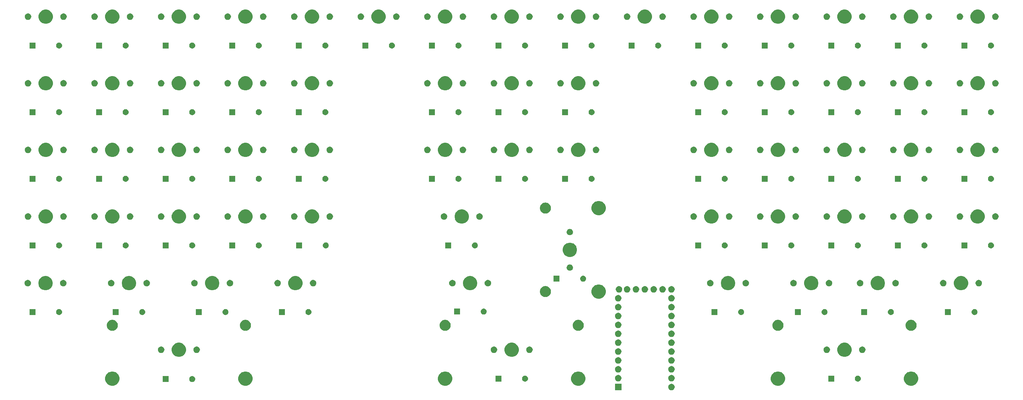
<source format=gbr>
G04 #@! TF.GenerationSoftware,KiCad,Pcbnew,(5.1.2)-2*
G04 #@! TF.CreationDate,2019-06-19T01:42:53+05:00*
G04 #@! TF.ProjectId,rudeboard,72756465-626f-4617-9264-2e6b69636164,1*
G04 #@! TF.SameCoordinates,Original*
G04 #@! TF.FileFunction,Soldermask,Top*
G04 #@! TF.FilePolarity,Negative*
%FSLAX46Y46*%
G04 Gerber Fmt 4.6, Leading zero omitted, Abs format (unit mm)*
G04 Created by KiCad (PCBNEW (5.1.2)-2) date 2019-06-19 01:42:53*
%MOMM*%
%LPD*%
G04 APERTURE LIST*
%ADD10C,0.100000*%
G04 APERTURE END LIST*
D10*
G36*
X262017483Y-175638335D02*
G01*
X262186240Y-175708236D01*
X262338118Y-175809718D01*
X262467282Y-175938882D01*
X262568764Y-176090760D01*
X262638665Y-176259517D01*
X262674300Y-176438668D01*
X262674300Y-176621332D01*
X262638665Y-176800483D01*
X262568764Y-176969240D01*
X262467282Y-177121118D01*
X262338118Y-177250282D01*
X262186240Y-177351764D01*
X262017483Y-177421665D01*
X261838332Y-177457300D01*
X261655668Y-177457300D01*
X261476517Y-177421665D01*
X261307760Y-177351764D01*
X261155882Y-177250282D01*
X261026718Y-177121118D01*
X260925236Y-176969240D01*
X260855335Y-176800483D01*
X260819700Y-176621332D01*
X260819700Y-176438668D01*
X260855335Y-176259517D01*
X260925236Y-176090760D01*
X261026718Y-175938882D01*
X261155882Y-175809718D01*
X261307760Y-175708236D01*
X261476517Y-175638335D01*
X261655668Y-175602700D01*
X261838332Y-175602700D01*
X262017483Y-175638335D01*
X262017483Y-175638335D01*
G37*
G36*
X247434300Y-177457300D02*
G01*
X245579700Y-177457300D01*
X245579700Y-175602700D01*
X247434300Y-175602700D01*
X247434300Y-177457300D01*
X247434300Y-177457300D01*
G37*
G36*
X197573474Y-172150684D02*
G01*
X197791474Y-172240983D01*
X197945623Y-172304833D01*
X198280548Y-172528623D01*
X198565377Y-172813452D01*
X198789167Y-173148377D01*
X198797393Y-173168237D01*
X198943316Y-173520526D01*
X199021900Y-173915594D01*
X199021900Y-174318406D01*
X198943316Y-174713474D01*
X198887320Y-174848659D01*
X198789167Y-175085623D01*
X198565377Y-175420548D01*
X198280548Y-175705377D01*
X197945623Y-175929167D01*
X197791474Y-175993017D01*
X197573474Y-176083316D01*
X197178406Y-176161900D01*
X196775594Y-176161900D01*
X196380526Y-176083316D01*
X196162526Y-175993017D01*
X196008377Y-175929167D01*
X195673452Y-175705377D01*
X195388623Y-175420548D01*
X195164833Y-175085623D01*
X195066680Y-174848659D01*
X195010684Y-174713474D01*
X194932100Y-174318406D01*
X194932100Y-173915594D01*
X195010684Y-173520526D01*
X195156607Y-173168237D01*
X195164833Y-173148377D01*
X195388623Y-172813452D01*
X195673452Y-172528623D01*
X196008377Y-172304833D01*
X196162526Y-172240983D01*
X196380526Y-172150684D01*
X196775594Y-172072100D01*
X197178406Y-172072100D01*
X197573474Y-172150684D01*
X197573474Y-172150684D01*
G37*
G36*
X235673474Y-172150684D02*
G01*
X235891474Y-172240983D01*
X236045623Y-172304833D01*
X236380548Y-172528623D01*
X236665377Y-172813452D01*
X236889167Y-173148377D01*
X236897393Y-173168237D01*
X237043316Y-173520526D01*
X237121900Y-173915594D01*
X237121900Y-174318406D01*
X237043316Y-174713474D01*
X236987320Y-174848659D01*
X236889167Y-175085623D01*
X236665377Y-175420548D01*
X236380548Y-175705377D01*
X236045623Y-175929167D01*
X235891474Y-175993017D01*
X235673474Y-176083316D01*
X235278406Y-176161900D01*
X234875594Y-176161900D01*
X234480526Y-176083316D01*
X234262526Y-175993017D01*
X234108377Y-175929167D01*
X233773452Y-175705377D01*
X233488623Y-175420548D01*
X233264833Y-175085623D01*
X233166680Y-174848659D01*
X233110684Y-174713474D01*
X233032100Y-174318406D01*
X233032100Y-173915594D01*
X233110684Y-173520526D01*
X233256607Y-173168237D01*
X233264833Y-173148377D01*
X233488623Y-172813452D01*
X233773452Y-172528623D01*
X234108377Y-172304833D01*
X234262526Y-172240983D01*
X234480526Y-172150684D01*
X234875594Y-172072100D01*
X235278406Y-172072100D01*
X235673474Y-172150684D01*
X235673474Y-172150684D01*
G37*
G36*
X102323474Y-172150684D02*
G01*
X102541474Y-172240983D01*
X102695623Y-172304833D01*
X103030548Y-172528623D01*
X103315377Y-172813452D01*
X103539167Y-173148377D01*
X103547393Y-173168237D01*
X103693316Y-173520526D01*
X103771900Y-173915594D01*
X103771900Y-174318406D01*
X103693316Y-174713474D01*
X103637320Y-174848659D01*
X103539167Y-175085623D01*
X103315377Y-175420548D01*
X103030548Y-175705377D01*
X102695623Y-175929167D01*
X102541474Y-175993017D01*
X102323474Y-176083316D01*
X101928406Y-176161900D01*
X101525594Y-176161900D01*
X101130526Y-176083316D01*
X100912526Y-175993017D01*
X100758377Y-175929167D01*
X100423452Y-175705377D01*
X100138623Y-175420548D01*
X99914833Y-175085623D01*
X99816680Y-174848659D01*
X99760684Y-174713474D01*
X99682100Y-174318406D01*
X99682100Y-173915594D01*
X99760684Y-173520526D01*
X99906607Y-173168237D01*
X99914833Y-173148377D01*
X100138623Y-172813452D01*
X100423452Y-172528623D01*
X100758377Y-172304833D01*
X100912526Y-172240983D01*
X101130526Y-172150684D01*
X101525594Y-172072100D01*
X101928406Y-172072100D01*
X102323474Y-172150684D01*
X102323474Y-172150684D01*
G37*
G36*
X140423474Y-172150684D02*
G01*
X140641474Y-172240983D01*
X140795623Y-172304833D01*
X141130548Y-172528623D01*
X141415377Y-172813452D01*
X141639167Y-173148377D01*
X141647393Y-173168237D01*
X141793316Y-173520526D01*
X141871900Y-173915594D01*
X141871900Y-174318406D01*
X141793316Y-174713474D01*
X141737320Y-174848659D01*
X141639167Y-175085623D01*
X141415377Y-175420548D01*
X141130548Y-175705377D01*
X140795623Y-175929167D01*
X140641474Y-175993017D01*
X140423474Y-176083316D01*
X140028406Y-176161900D01*
X139625594Y-176161900D01*
X139230526Y-176083316D01*
X139012526Y-175993017D01*
X138858377Y-175929167D01*
X138523452Y-175705377D01*
X138238623Y-175420548D01*
X138014833Y-175085623D01*
X137916680Y-174848659D01*
X137860684Y-174713474D01*
X137782100Y-174318406D01*
X137782100Y-173915594D01*
X137860684Y-173520526D01*
X138006607Y-173168237D01*
X138014833Y-173148377D01*
X138238623Y-172813452D01*
X138523452Y-172528623D01*
X138858377Y-172304833D01*
X139012526Y-172240983D01*
X139230526Y-172150684D01*
X139625594Y-172072100D01*
X140028406Y-172072100D01*
X140423474Y-172150684D01*
X140423474Y-172150684D01*
G37*
G36*
X292823474Y-172150684D02*
G01*
X293041474Y-172240983D01*
X293195623Y-172304833D01*
X293530548Y-172528623D01*
X293815377Y-172813452D01*
X294039167Y-173148377D01*
X294047393Y-173168237D01*
X294193316Y-173520526D01*
X294271900Y-173915594D01*
X294271900Y-174318406D01*
X294193316Y-174713474D01*
X294137320Y-174848659D01*
X294039167Y-175085623D01*
X293815377Y-175420548D01*
X293530548Y-175705377D01*
X293195623Y-175929167D01*
X293041474Y-175993017D01*
X292823474Y-176083316D01*
X292428406Y-176161900D01*
X292025594Y-176161900D01*
X291630526Y-176083316D01*
X291412526Y-175993017D01*
X291258377Y-175929167D01*
X290923452Y-175705377D01*
X290638623Y-175420548D01*
X290414833Y-175085623D01*
X290316680Y-174848659D01*
X290260684Y-174713474D01*
X290182100Y-174318406D01*
X290182100Y-173915594D01*
X290260684Y-173520526D01*
X290406607Y-173168237D01*
X290414833Y-173148377D01*
X290638623Y-172813452D01*
X290923452Y-172528623D01*
X291258377Y-172304833D01*
X291412526Y-172240983D01*
X291630526Y-172150684D01*
X292025594Y-172072100D01*
X292428406Y-172072100D01*
X292823474Y-172150684D01*
X292823474Y-172150684D01*
G37*
G36*
X330923474Y-172150684D02*
G01*
X331141474Y-172240983D01*
X331295623Y-172304833D01*
X331630548Y-172528623D01*
X331915377Y-172813452D01*
X332139167Y-173148377D01*
X332147393Y-173168237D01*
X332293316Y-173520526D01*
X332371900Y-173915594D01*
X332371900Y-174318406D01*
X332293316Y-174713474D01*
X332237320Y-174848659D01*
X332139167Y-175085623D01*
X331915377Y-175420548D01*
X331630548Y-175705377D01*
X331295623Y-175929167D01*
X331141474Y-175993017D01*
X330923474Y-176083316D01*
X330528406Y-176161900D01*
X330125594Y-176161900D01*
X329730526Y-176083316D01*
X329512526Y-175993017D01*
X329358377Y-175929167D01*
X329023452Y-175705377D01*
X328738623Y-175420548D01*
X328514833Y-175085623D01*
X328416680Y-174848659D01*
X328360684Y-174713474D01*
X328282100Y-174318406D01*
X328282100Y-173915594D01*
X328360684Y-173520526D01*
X328506607Y-173168237D01*
X328514833Y-173148377D01*
X328738623Y-172813452D01*
X329023452Y-172528623D01*
X329358377Y-172304833D01*
X329512526Y-172240983D01*
X329730526Y-172150684D01*
X330125594Y-172072100D01*
X330528406Y-172072100D01*
X330923474Y-172150684D01*
X330923474Y-172150684D01*
G37*
G36*
X117818000Y-175095000D02*
G01*
X116116000Y-175095000D01*
X116116000Y-173393000D01*
X117818000Y-173393000D01*
X117818000Y-175095000D01*
X117818000Y-175095000D01*
G37*
G36*
X124753823Y-173405313D02*
G01*
X124914242Y-173453976D01*
X125023435Y-173512341D01*
X125062078Y-173532996D01*
X125191659Y-173639341D01*
X125298004Y-173768922D01*
X125298005Y-173768924D01*
X125377024Y-173916758D01*
X125425687Y-174077177D01*
X125442117Y-174244000D01*
X125425687Y-174410823D01*
X125377024Y-174571242D01*
X125306114Y-174703906D01*
X125298004Y-174719078D01*
X125191659Y-174848659D01*
X125062078Y-174955004D01*
X125062076Y-174955005D01*
X124914242Y-175034024D01*
X124753823Y-175082687D01*
X124628804Y-175095000D01*
X124545196Y-175095000D01*
X124420177Y-175082687D01*
X124259758Y-175034024D01*
X124111924Y-174955005D01*
X124111922Y-174955004D01*
X123982341Y-174848659D01*
X123875996Y-174719078D01*
X123867886Y-174703906D01*
X123796976Y-174571242D01*
X123748313Y-174410823D01*
X123731883Y-174244000D01*
X123748313Y-174077177D01*
X123796976Y-173916758D01*
X123875995Y-173768924D01*
X123875996Y-173768922D01*
X123982341Y-173639341D01*
X124111922Y-173532996D01*
X124150565Y-173512341D01*
X124259758Y-173453976D01*
X124420177Y-173405313D01*
X124545196Y-173393000D01*
X124628804Y-173393000D01*
X124753823Y-173405313D01*
X124753823Y-173405313D01*
G37*
G36*
X213068000Y-174968000D02*
G01*
X211366000Y-174968000D01*
X211366000Y-173266000D01*
X213068000Y-173266000D01*
X213068000Y-174968000D01*
X213068000Y-174968000D01*
G37*
G36*
X315253823Y-173278313D02*
G01*
X315414242Y-173326976D01*
X315537764Y-173393000D01*
X315562078Y-173405996D01*
X315691659Y-173512341D01*
X315798004Y-173641922D01*
X315798005Y-173641924D01*
X315877024Y-173789758D01*
X315925687Y-173950177D01*
X315942117Y-174117000D01*
X315925687Y-174283823D01*
X315877024Y-174444242D01*
X315809143Y-174571239D01*
X315798004Y-174592078D01*
X315691659Y-174721659D01*
X315562078Y-174828004D01*
X315562076Y-174828005D01*
X315414242Y-174907024D01*
X315253823Y-174955687D01*
X315128804Y-174968000D01*
X315045196Y-174968000D01*
X314920177Y-174955687D01*
X314759758Y-174907024D01*
X314611924Y-174828005D01*
X314611922Y-174828004D01*
X314482341Y-174721659D01*
X314375996Y-174592078D01*
X314364857Y-174571239D01*
X314296976Y-174444242D01*
X314248313Y-174283823D01*
X314231883Y-174117000D01*
X314248313Y-173950177D01*
X314296976Y-173789758D01*
X314375995Y-173641924D01*
X314375996Y-173641922D01*
X314482341Y-173512341D01*
X314611922Y-173405996D01*
X314636236Y-173393000D01*
X314759758Y-173326976D01*
X314920177Y-173278313D01*
X315045196Y-173266000D01*
X315128804Y-173266000D01*
X315253823Y-173278313D01*
X315253823Y-173278313D01*
G37*
G36*
X308318000Y-174968000D02*
G01*
X306616000Y-174968000D01*
X306616000Y-173266000D01*
X308318000Y-173266000D01*
X308318000Y-174968000D01*
X308318000Y-174968000D01*
G37*
G36*
X220003823Y-173278313D02*
G01*
X220164242Y-173326976D01*
X220287764Y-173393000D01*
X220312078Y-173405996D01*
X220441659Y-173512341D01*
X220548004Y-173641922D01*
X220548005Y-173641924D01*
X220627024Y-173789758D01*
X220675687Y-173950177D01*
X220692117Y-174117000D01*
X220675687Y-174283823D01*
X220627024Y-174444242D01*
X220559143Y-174571239D01*
X220548004Y-174592078D01*
X220441659Y-174721659D01*
X220312078Y-174828004D01*
X220312076Y-174828005D01*
X220164242Y-174907024D01*
X220003823Y-174955687D01*
X219878804Y-174968000D01*
X219795196Y-174968000D01*
X219670177Y-174955687D01*
X219509758Y-174907024D01*
X219361924Y-174828005D01*
X219361922Y-174828004D01*
X219232341Y-174721659D01*
X219125996Y-174592078D01*
X219114857Y-174571239D01*
X219046976Y-174444242D01*
X218998313Y-174283823D01*
X218981883Y-174117000D01*
X218998313Y-173950177D01*
X219046976Y-173789758D01*
X219125995Y-173641924D01*
X219125996Y-173641922D01*
X219232341Y-173512341D01*
X219361922Y-173405996D01*
X219386236Y-173393000D01*
X219509758Y-173326976D01*
X219670177Y-173278313D01*
X219795196Y-173266000D01*
X219878804Y-173266000D01*
X220003823Y-173278313D01*
X220003823Y-173278313D01*
G37*
G36*
X246777483Y-173098335D02*
G01*
X246946240Y-173168236D01*
X247098118Y-173269718D01*
X247227282Y-173398882D01*
X247328764Y-173550760D01*
X247398665Y-173719517D01*
X247434300Y-173898668D01*
X247434300Y-174081332D01*
X247398665Y-174260483D01*
X247328764Y-174429240D01*
X247227282Y-174581118D01*
X247098118Y-174710282D01*
X246946240Y-174811764D01*
X246777483Y-174881665D01*
X246598332Y-174917300D01*
X246415668Y-174917300D01*
X246236517Y-174881665D01*
X246067760Y-174811764D01*
X245915882Y-174710282D01*
X245786718Y-174581118D01*
X245685236Y-174429240D01*
X245615335Y-174260483D01*
X245579700Y-174081332D01*
X245579700Y-173898668D01*
X245615335Y-173719517D01*
X245685236Y-173550760D01*
X245786718Y-173398882D01*
X245915882Y-173269718D01*
X246067760Y-173168236D01*
X246236517Y-173098335D01*
X246415668Y-173062700D01*
X246598332Y-173062700D01*
X246777483Y-173098335D01*
X246777483Y-173098335D01*
G37*
G36*
X262017483Y-173098335D02*
G01*
X262186240Y-173168236D01*
X262338118Y-173269718D01*
X262467282Y-173398882D01*
X262568764Y-173550760D01*
X262638665Y-173719517D01*
X262674300Y-173898668D01*
X262674300Y-174081332D01*
X262638665Y-174260483D01*
X262568764Y-174429240D01*
X262467282Y-174581118D01*
X262338118Y-174710282D01*
X262186240Y-174811764D01*
X262017483Y-174881665D01*
X261838332Y-174917300D01*
X261655668Y-174917300D01*
X261476517Y-174881665D01*
X261307760Y-174811764D01*
X261155882Y-174710282D01*
X261026718Y-174581118D01*
X260925236Y-174429240D01*
X260855335Y-174260483D01*
X260819700Y-174081332D01*
X260819700Y-173898668D01*
X260855335Y-173719517D01*
X260925236Y-173550760D01*
X261026718Y-173398882D01*
X261155882Y-173269718D01*
X261307760Y-173168236D01*
X261476517Y-173098335D01*
X261655668Y-173062700D01*
X261838332Y-173062700D01*
X262017483Y-173098335D01*
X262017483Y-173098335D01*
G37*
G36*
X262017483Y-170558335D02*
G01*
X262186240Y-170628236D01*
X262338118Y-170729718D01*
X262467282Y-170858882D01*
X262568764Y-171010760D01*
X262638665Y-171179517D01*
X262674300Y-171358668D01*
X262674300Y-171541332D01*
X262638665Y-171720483D01*
X262568764Y-171889240D01*
X262467282Y-172041118D01*
X262338118Y-172170282D01*
X262186240Y-172271764D01*
X262017483Y-172341665D01*
X261838332Y-172377300D01*
X261655668Y-172377300D01*
X261476517Y-172341665D01*
X261307760Y-172271764D01*
X261155882Y-172170282D01*
X261026718Y-172041118D01*
X260925236Y-171889240D01*
X260855335Y-171720483D01*
X260819700Y-171541332D01*
X260819700Y-171358668D01*
X260855335Y-171179517D01*
X260925236Y-171010760D01*
X261026718Y-170858882D01*
X261155882Y-170729718D01*
X261307760Y-170628236D01*
X261476517Y-170558335D01*
X261655668Y-170522700D01*
X261838332Y-170522700D01*
X262017483Y-170558335D01*
X262017483Y-170558335D01*
G37*
G36*
X246777483Y-170558335D02*
G01*
X246946240Y-170628236D01*
X247098118Y-170729718D01*
X247227282Y-170858882D01*
X247328764Y-171010760D01*
X247398665Y-171179517D01*
X247434300Y-171358668D01*
X247434300Y-171541332D01*
X247398665Y-171720483D01*
X247328764Y-171889240D01*
X247227282Y-172041118D01*
X247098118Y-172170282D01*
X246946240Y-172271764D01*
X246777483Y-172341665D01*
X246598332Y-172377300D01*
X246415668Y-172377300D01*
X246236517Y-172341665D01*
X246067760Y-172271764D01*
X245915882Y-172170282D01*
X245786718Y-172041118D01*
X245685236Y-171889240D01*
X245615335Y-171720483D01*
X245579700Y-171541332D01*
X245579700Y-171358668D01*
X245615335Y-171179517D01*
X245685236Y-171010760D01*
X245786718Y-170858882D01*
X245915882Y-170729718D01*
X246067760Y-170628236D01*
X246236517Y-170558335D01*
X246415668Y-170522700D01*
X246598332Y-170522700D01*
X246777483Y-170558335D01*
X246777483Y-170558335D01*
G37*
G36*
X246777483Y-168018335D02*
G01*
X246946240Y-168088236D01*
X247098118Y-168189718D01*
X247227282Y-168318882D01*
X247328764Y-168470760D01*
X247398665Y-168639517D01*
X247434300Y-168818668D01*
X247434300Y-169001332D01*
X247398665Y-169180483D01*
X247328764Y-169349240D01*
X247227282Y-169501118D01*
X247098118Y-169630282D01*
X246946240Y-169731764D01*
X246777483Y-169801665D01*
X246598332Y-169837300D01*
X246415668Y-169837300D01*
X246236517Y-169801665D01*
X246067760Y-169731764D01*
X245915882Y-169630282D01*
X245786718Y-169501118D01*
X245685236Y-169349240D01*
X245615335Y-169180483D01*
X245579700Y-169001332D01*
X245579700Y-168818668D01*
X245615335Y-168639517D01*
X245685236Y-168470760D01*
X245786718Y-168318882D01*
X245915882Y-168189718D01*
X246067760Y-168088236D01*
X246236517Y-168018335D01*
X246415668Y-167982700D01*
X246598332Y-167982700D01*
X246777483Y-168018335D01*
X246777483Y-168018335D01*
G37*
G36*
X262017483Y-168018335D02*
G01*
X262186240Y-168088236D01*
X262338118Y-168189718D01*
X262467282Y-168318882D01*
X262568764Y-168470760D01*
X262638665Y-168639517D01*
X262674300Y-168818668D01*
X262674300Y-169001332D01*
X262638665Y-169180483D01*
X262568764Y-169349240D01*
X262467282Y-169501118D01*
X262338118Y-169630282D01*
X262186240Y-169731764D01*
X262017483Y-169801665D01*
X261838332Y-169837300D01*
X261655668Y-169837300D01*
X261476517Y-169801665D01*
X261307760Y-169731764D01*
X261155882Y-169630282D01*
X261026718Y-169501118D01*
X260925236Y-169349240D01*
X260855335Y-169180483D01*
X260819700Y-169001332D01*
X260819700Y-168818668D01*
X260855335Y-168639517D01*
X260925236Y-168470760D01*
X261026718Y-168318882D01*
X261155882Y-168189718D01*
X261307760Y-168088236D01*
X261476517Y-168018335D01*
X261655668Y-167982700D01*
X261838332Y-167982700D01*
X262017483Y-168018335D01*
X262017483Y-168018335D01*
G37*
G36*
X121373474Y-163895684D02*
G01*
X121591474Y-163985983D01*
X121745623Y-164049833D01*
X122080548Y-164273623D01*
X122365377Y-164558452D01*
X122589167Y-164893377D01*
X122621562Y-164971586D01*
X122743316Y-165265526D01*
X122821900Y-165660594D01*
X122821900Y-166063406D01*
X122743316Y-166458474D01*
X122692451Y-166581272D01*
X122589167Y-166830623D01*
X122365377Y-167165548D01*
X122080548Y-167450377D01*
X121745623Y-167674167D01*
X121591474Y-167738017D01*
X121373474Y-167828316D01*
X120978406Y-167906900D01*
X120575594Y-167906900D01*
X120180526Y-167828316D01*
X119962526Y-167738017D01*
X119808377Y-167674167D01*
X119473452Y-167450377D01*
X119188623Y-167165548D01*
X118964833Y-166830623D01*
X118861549Y-166581272D01*
X118810684Y-166458474D01*
X118732100Y-166063406D01*
X118732100Y-165660594D01*
X118810684Y-165265526D01*
X118932438Y-164971586D01*
X118964833Y-164893377D01*
X119188623Y-164558452D01*
X119473452Y-164273623D01*
X119808377Y-164049833D01*
X119962526Y-163985983D01*
X120180526Y-163895684D01*
X120575594Y-163817100D01*
X120978406Y-163817100D01*
X121373474Y-163895684D01*
X121373474Y-163895684D01*
G37*
G36*
X216623474Y-163895684D02*
G01*
X216841474Y-163985983D01*
X216995623Y-164049833D01*
X217330548Y-164273623D01*
X217615377Y-164558452D01*
X217839167Y-164893377D01*
X217871562Y-164971586D01*
X217993316Y-165265526D01*
X218071900Y-165660594D01*
X218071900Y-166063406D01*
X217993316Y-166458474D01*
X217942451Y-166581272D01*
X217839167Y-166830623D01*
X217615377Y-167165548D01*
X217330548Y-167450377D01*
X216995623Y-167674167D01*
X216841474Y-167738017D01*
X216623474Y-167828316D01*
X216228406Y-167906900D01*
X215825594Y-167906900D01*
X215430526Y-167828316D01*
X215212526Y-167738017D01*
X215058377Y-167674167D01*
X214723452Y-167450377D01*
X214438623Y-167165548D01*
X214214833Y-166830623D01*
X214111549Y-166581272D01*
X214060684Y-166458474D01*
X213982100Y-166063406D01*
X213982100Y-165660594D01*
X214060684Y-165265526D01*
X214182438Y-164971586D01*
X214214833Y-164893377D01*
X214438623Y-164558452D01*
X214723452Y-164273623D01*
X215058377Y-164049833D01*
X215212526Y-163985983D01*
X215430526Y-163895684D01*
X215825594Y-163817100D01*
X216228406Y-163817100D01*
X216623474Y-163895684D01*
X216623474Y-163895684D01*
G37*
G36*
X311873474Y-163895684D02*
G01*
X312091474Y-163985983D01*
X312245623Y-164049833D01*
X312580548Y-164273623D01*
X312865377Y-164558452D01*
X313089167Y-164893377D01*
X313121562Y-164971586D01*
X313243316Y-165265526D01*
X313321900Y-165660594D01*
X313321900Y-166063406D01*
X313243316Y-166458474D01*
X313192451Y-166581272D01*
X313089167Y-166830623D01*
X312865377Y-167165548D01*
X312580548Y-167450377D01*
X312245623Y-167674167D01*
X312091474Y-167738017D01*
X311873474Y-167828316D01*
X311478406Y-167906900D01*
X311075594Y-167906900D01*
X310680526Y-167828316D01*
X310462526Y-167738017D01*
X310308377Y-167674167D01*
X309973452Y-167450377D01*
X309688623Y-167165548D01*
X309464833Y-166830623D01*
X309361549Y-166581272D01*
X309310684Y-166458474D01*
X309232100Y-166063406D01*
X309232100Y-165660594D01*
X309310684Y-165265526D01*
X309432438Y-164971586D01*
X309464833Y-164893377D01*
X309688623Y-164558452D01*
X309973452Y-164273623D01*
X310308377Y-164049833D01*
X310462526Y-163985983D01*
X310680526Y-163895684D01*
X311075594Y-163817100D01*
X311478406Y-163817100D01*
X311873474Y-163895684D01*
X311873474Y-163895684D01*
G37*
G36*
X246777483Y-165478335D02*
G01*
X246946240Y-165548236D01*
X247098118Y-165649718D01*
X247227282Y-165778882D01*
X247328764Y-165930760D01*
X247398665Y-166099517D01*
X247434300Y-166278668D01*
X247434300Y-166461332D01*
X247398665Y-166640483D01*
X247328764Y-166809240D01*
X247227282Y-166961118D01*
X247098118Y-167090282D01*
X246946240Y-167191764D01*
X246777483Y-167261665D01*
X246598332Y-167297300D01*
X246415668Y-167297300D01*
X246236517Y-167261665D01*
X246067760Y-167191764D01*
X245915882Y-167090282D01*
X245786718Y-166961118D01*
X245685236Y-166809240D01*
X245615335Y-166640483D01*
X245579700Y-166461332D01*
X245579700Y-166278668D01*
X245615335Y-166099517D01*
X245685236Y-165930760D01*
X245786718Y-165778882D01*
X245915882Y-165649718D01*
X246067760Y-165548236D01*
X246236517Y-165478335D01*
X246415668Y-165442700D01*
X246598332Y-165442700D01*
X246777483Y-165478335D01*
X246777483Y-165478335D01*
G37*
G36*
X262017483Y-165478335D02*
G01*
X262186240Y-165548236D01*
X262338118Y-165649718D01*
X262467282Y-165778882D01*
X262568764Y-165930760D01*
X262638665Y-166099517D01*
X262674300Y-166278668D01*
X262674300Y-166461332D01*
X262638665Y-166640483D01*
X262568764Y-166809240D01*
X262467282Y-166961118D01*
X262338118Y-167090282D01*
X262186240Y-167191764D01*
X262017483Y-167261665D01*
X261838332Y-167297300D01*
X261655668Y-167297300D01*
X261476517Y-167261665D01*
X261307760Y-167191764D01*
X261155882Y-167090282D01*
X261026718Y-166961118D01*
X260925236Y-166809240D01*
X260855335Y-166640483D01*
X260819700Y-166461332D01*
X260819700Y-166278668D01*
X260855335Y-166099517D01*
X260925236Y-165930760D01*
X261026718Y-165778882D01*
X261155882Y-165649718D01*
X261307760Y-165548236D01*
X261476517Y-165478335D01*
X261655668Y-165442700D01*
X261838332Y-165442700D01*
X262017483Y-165478335D01*
X262017483Y-165478335D01*
G37*
G36*
X316627104Y-164971585D02*
G01*
X316795626Y-165041389D01*
X316947291Y-165142728D01*
X317076272Y-165271709D01*
X317177611Y-165423374D01*
X317247415Y-165591896D01*
X317283000Y-165770797D01*
X317283000Y-165953203D01*
X317247415Y-166132104D01*
X317177611Y-166300626D01*
X317076272Y-166452291D01*
X316947291Y-166581272D01*
X316795626Y-166682611D01*
X316627104Y-166752415D01*
X316448203Y-166788000D01*
X316265797Y-166788000D01*
X316086896Y-166752415D01*
X315918374Y-166682611D01*
X315766709Y-166581272D01*
X315637728Y-166452291D01*
X315536389Y-166300626D01*
X315466585Y-166132104D01*
X315431000Y-165953203D01*
X315431000Y-165770797D01*
X315466585Y-165591896D01*
X315536389Y-165423374D01*
X315637728Y-165271709D01*
X315766709Y-165142728D01*
X315918374Y-165041389D01*
X316086896Y-164971585D01*
X316265797Y-164936000D01*
X316448203Y-164936000D01*
X316627104Y-164971585D01*
X316627104Y-164971585D01*
G37*
G36*
X115967104Y-164971585D02*
G01*
X116135626Y-165041389D01*
X116287291Y-165142728D01*
X116416272Y-165271709D01*
X116517611Y-165423374D01*
X116587415Y-165591896D01*
X116623000Y-165770797D01*
X116623000Y-165953203D01*
X116587415Y-166132104D01*
X116517611Y-166300626D01*
X116416272Y-166452291D01*
X116287291Y-166581272D01*
X116135626Y-166682611D01*
X115967104Y-166752415D01*
X115788203Y-166788000D01*
X115605797Y-166788000D01*
X115426896Y-166752415D01*
X115258374Y-166682611D01*
X115106709Y-166581272D01*
X114977728Y-166452291D01*
X114876389Y-166300626D01*
X114806585Y-166132104D01*
X114771000Y-165953203D01*
X114771000Y-165770797D01*
X114806585Y-165591896D01*
X114876389Y-165423374D01*
X114977728Y-165271709D01*
X115106709Y-165142728D01*
X115258374Y-165041389D01*
X115426896Y-164971585D01*
X115605797Y-164936000D01*
X115788203Y-164936000D01*
X115967104Y-164971585D01*
X115967104Y-164971585D01*
G37*
G36*
X126127104Y-164971585D02*
G01*
X126295626Y-165041389D01*
X126447291Y-165142728D01*
X126576272Y-165271709D01*
X126677611Y-165423374D01*
X126747415Y-165591896D01*
X126783000Y-165770797D01*
X126783000Y-165953203D01*
X126747415Y-166132104D01*
X126677611Y-166300626D01*
X126576272Y-166452291D01*
X126447291Y-166581272D01*
X126295626Y-166682611D01*
X126127104Y-166752415D01*
X125948203Y-166788000D01*
X125765797Y-166788000D01*
X125586896Y-166752415D01*
X125418374Y-166682611D01*
X125266709Y-166581272D01*
X125137728Y-166452291D01*
X125036389Y-166300626D01*
X124966585Y-166132104D01*
X124931000Y-165953203D01*
X124931000Y-165770797D01*
X124966585Y-165591896D01*
X125036389Y-165423374D01*
X125137728Y-165271709D01*
X125266709Y-165142728D01*
X125418374Y-165041389D01*
X125586896Y-164971585D01*
X125765797Y-164936000D01*
X125948203Y-164936000D01*
X126127104Y-164971585D01*
X126127104Y-164971585D01*
G37*
G36*
X221377104Y-164971585D02*
G01*
X221545626Y-165041389D01*
X221697291Y-165142728D01*
X221826272Y-165271709D01*
X221927611Y-165423374D01*
X221997415Y-165591896D01*
X222033000Y-165770797D01*
X222033000Y-165953203D01*
X221997415Y-166132104D01*
X221927611Y-166300626D01*
X221826272Y-166452291D01*
X221697291Y-166581272D01*
X221545626Y-166682611D01*
X221377104Y-166752415D01*
X221198203Y-166788000D01*
X221015797Y-166788000D01*
X220836896Y-166752415D01*
X220668374Y-166682611D01*
X220516709Y-166581272D01*
X220387728Y-166452291D01*
X220286389Y-166300626D01*
X220216585Y-166132104D01*
X220181000Y-165953203D01*
X220181000Y-165770797D01*
X220216585Y-165591896D01*
X220286389Y-165423374D01*
X220387728Y-165271709D01*
X220516709Y-165142728D01*
X220668374Y-165041389D01*
X220836896Y-164971585D01*
X221015797Y-164936000D01*
X221198203Y-164936000D01*
X221377104Y-164971585D01*
X221377104Y-164971585D01*
G37*
G36*
X306467104Y-164971585D02*
G01*
X306635626Y-165041389D01*
X306787291Y-165142728D01*
X306916272Y-165271709D01*
X307017611Y-165423374D01*
X307087415Y-165591896D01*
X307123000Y-165770797D01*
X307123000Y-165953203D01*
X307087415Y-166132104D01*
X307017611Y-166300626D01*
X306916272Y-166452291D01*
X306787291Y-166581272D01*
X306635626Y-166682611D01*
X306467104Y-166752415D01*
X306288203Y-166788000D01*
X306105797Y-166788000D01*
X305926896Y-166752415D01*
X305758374Y-166682611D01*
X305606709Y-166581272D01*
X305477728Y-166452291D01*
X305376389Y-166300626D01*
X305306585Y-166132104D01*
X305271000Y-165953203D01*
X305271000Y-165770797D01*
X305306585Y-165591896D01*
X305376389Y-165423374D01*
X305477728Y-165271709D01*
X305606709Y-165142728D01*
X305758374Y-165041389D01*
X305926896Y-164971585D01*
X306105797Y-164936000D01*
X306288203Y-164936000D01*
X306467104Y-164971585D01*
X306467104Y-164971585D01*
G37*
G36*
X211217104Y-164971585D02*
G01*
X211385626Y-165041389D01*
X211537291Y-165142728D01*
X211666272Y-165271709D01*
X211767611Y-165423374D01*
X211837415Y-165591896D01*
X211873000Y-165770797D01*
X211873000Y-165953203D01*
X211837415Y-166132104D01*
X211767611Y-166300626D01*
X211666272Y-166452291D01*
X211537291Y-166581272D01*
X211385626Y-166682611D01*
X211217104Y-166752415D01*
X211038203Y-166788000D01*
X210855797Y-166788000D01*
X210676896Y-166752415D01*
X210508374Y-166682611D01*
X210356709Y-166581272D01*
X210227728Y-166452291D01*
X210126389Y-166300626D01*
X210056585Y-166132104D01*
X210021000Y-165953203D01*
X210021000Y-165770797D01*
X210056585Y-165591896D01*
X210126389Y-165423374D01*
X210227728Y-165271709D01*
X210356709Y-165142728D01*
X210508374Y-165041389D01*
X210676896Y-164971585D01*
X210855797Y-164936000D01*
X211038203Y-164936000D01*
X211217104Y-164971585D01*
X211217104Y-164971585D01*
G37*
G36*
X246777483Y-162938335D02*
G01*
X246946240Y-163008236D01*
X247098118Y-163109718D01*
X247227282Y-163238882D01*
X247328764Y-163390760D01*
X247398665Y-163559517D01*
X247434300Y-163738668D01*
X247434300Y-163921332D01*
X247398665Y-164100483D01*
X247328764Y-164269240D01*
X247227282Y-164421118D01*
X247098118Y-164550282D01*
X246946240Y-164651764D01*
X246777483Y-164721665D01*
X246598332Y-164757300D01*
X246415668Y-164757300D01*
X246236517Y-164721665D01*
X246067760Y-164651764D01*
X245915882Y-164550282D01*
X245786718Y-164421118D01*
X245685236Y-164269240D01*
X245615335Y-164100483D01*
X245579700Y-163921332D01*
X245579700Y-163738668D01*
X245615335Y-163559517D01*
X245685236Y-163390760D01*
X245786718Y-163238882D01*
X245915882Y-163109718D01*
X246067760Y-163008236D01*
X246236517Y-162938335D01*
X246415668Y-162902700D01*
X246598332Y-162902700D01*
X246777483Y-162938335D01*
X246777483Y-162938335D01*
G37*
G36*
X262017483Y-162938335D02*
G01*
X262186240Y-163008236D01*
X262338118Y-163109718D01*
X262467282Y-163238882D01*
X262568764Y-163390760D01*
X262638665Y-163559517D01*
X262674300Y-163738668D01*
X262674300Y-163921332D01*
X262638665Y-164100483D01*
X262568764Y-164269240D01*
X262467282Y-164421118D01*
X262338118Y-164550282D01*
X262186240Y-164651764D01*
X262017483Y-164721665D01*
X261838332Y-164757300D01*
X261655668Y-164757300D01*
X261476517Y-164721665D01*
X261307760Y-164651764D01*
X261155882Y-164550282D01*
X261026718Y-164421118D01*
X260925236Y-164269240D01*
X260855335Y-164100483D01*
X260819700Y-163921332D01*
X260819700Y-163738668D01*
X260855335Y-163559517D01*
X260925236Y-163390760D01*
X261026718Y-163238882D01*
X261155882Y-163109718D01*
X261307760Y-163008236D01*
X261476517Y-162938335D01*
X261655668Y-162902700D01*
X261838332Y-162902700D01*
X262017483Y-162938335D01*
X262017483Y-162938335D01*
G37*
G36*
X246777483Y-160398335D02*
G01*
X246946240Y-160468236D01*
X247098118Y-160569718D01*
X247227282Y-160698882D01*
X247328764Y-160850760D01*
X247398665Y-161019517D01*
X247434300Y-161198668D01*
X247434300Y-161381332D01*
X247398665Y-161560483D01*
X247328764Y-161729240D01*
X247227282Y-161881118D01*
X247098118Y-162010282D01*
X246946240Y-162111764D01*
X246777483Y-162181665D01*
X246598332Y-162217300D01*
X246415668Y-162217300D01*
X246236517Y-162181665D01*
X246067760Y-162111764D01*
X245915882Y-162010282D01*
X245786718Y-161881118D01*
X245685236Y-161729240D01*
X245615335Y-161560483D01*
X245579700Y-161381332D01*
X245579700Y-161198668D01*
X245615335Y-161019517D01*
X245685236Y-160850760D01*
X245786718Y-160698882D01*
X245915882Y-160569718D01*
X246067760Y-160468236D01*
X246236517Y-160398335D01*
X246415668Y-160362700D01*
X246598332Y-160362700D01*
X246777483Y-160398335D01*
X246777483Y-160398335D01*
G37*
G36*
X262017483Y-160398335D02*
G01*
X262186240Y-160468236D01*
X262338118Y-160569718D01*
X262467282Y-160698882D01*
X262568764Y-160850760D01*
X262638665Y-161019517D01*
X262674300Y-161198668D01*
X262674300Y-161381332D01*
X262638665Y-161560483D01*
X262568764Y-161729240D01*
X262467282Y-161881118D01*
X262338118Y-162010282D01*
X262186240Y-162111764D01*
X262017483Y-162181665D01*
X261838332Y-162217300D01*
X261655668Y-162217300D01*
X261476517Y-162181665D01*
X261307760Y-162111764D01*
X261155882Y-162010282D01*
X261026718Y-161881118D01*
X260925236Y-161729240D01*
X260855335Y-161560483D01*
X260819700Y-161381332D01*
X260819700Y-161198668D01*
X260855335Y-161019517D01*
X260925236Y-160850760D01*
X261026718Y-160698882D01*
X261155882Y-160569718D01*
X261307760Y-160468236D01*
X261476517Y-160398335D01*
X261655668Y-160362700D01*
X261838332Y-160362700D01*
X262017483Y-160398335D01*
X262017483Y-160398335D01*
G37*
G36*
X197436411Y-157362526D02*
G01*
X197555137Y-157411704D01*
X197723041Y-157481252D01*
X197723042Y-157481253D01*
X197981004Y-157653617D01*
X198200383Y-157872996D01*
X198315553Y-158045361D01*
X198372748Y-158130959D01*
X198491474Y-158417590D01*
X198539428Y-158658669D01*
X198552000Y-158721876D01*
X198552000Y-159032124D01*
X198491474Y-159336411D01*
X198442296Y-159455137D01*
X198372748Y-159623041D01*
X198372747Y-159623042D01*
X198200383Y-159881004D01*
X197981004Y-160100383D01*
X197808639Y-160215553D01*
X197723041Y-160272748D01*
X197555137Y-160342296D01*
X197436411Y-160391474D01*
X197284267Y-160421737D01*
X197132125Y-160452000D01*
X196821875Y-160452000D01*
X196669733Y-160421737D01*
X196517589Y-160391474D01*
X196398863Y-160342296D01*
X196230959Y-160272748D01*
X196145361Y-160215553D01*
X195972996Y-160100383D01*
X195753617Y-159881004D01*
X195581253Y-159623042D01*
X195581252Y-159623041D01*
X195511704Y-159455137D01*
X195462526Y-159336411D01*
X195402000Y-159032124D01*
X195402000Y-158721876D01*
X195414573Y-158658669D01*
X195462526Y-158417590D01*
X195581252Y-158130959D01*
X195638447Y-158045361D01*
X195753617Y-157872996D01*
X195972996Y-157653617D01*
X196230958Y-157481253D01*
X196230959Y-157481252D01*
X196398863Y-157411704D01*
X196517589Y-157362526D01*
X196821875Y-157302000D01*
X197132125Y-157302000D01*
X197436411Y-157362526D01*
X197436411Y-157362526D01*
G37*
G36*
X330786411Y-157362526D02*
G01*
X330905137Y-157411704D01*
X331073041Y-157481252D01*
X331073042Y-157481253D01*
X331331004Y-157653617D01*
X331550383Y-157872996D01*
X331665553Y-158045361D01*
X331722748Y-158130959D01*
X331841474Y-158417590D01*
X331889428Y-158658669D01*
X331902000Y-158721876D01*
X331902000Y-159032124D01*
X331841474Y-159336411D01*
X331792296Y-159455137D01*
X331722748Y-159623041D01*
X331722747Y-159623042D01*
X331550383Y-159881004D01*
X331331004Y-160100383D01*
X331158639Y-160215553D01*
X331073041Y-160272748D01*
X330905137Y-160342296D01*
X330786411Y-160391474D01*
X330634267Y-160421737D01*
X330482125Y-160452000D01*
X330171875Y-160452000D01*
X330019733Y-160421737D01*
X329867589Y-160391474D01*
X329748863Y-160342296D01*
X329580959Y-160272748D01*
X329495361Y-160215553D01*
X329322996Y-160100383D01*
X329103617Y-159881004D01*
X328931253Y-159623042D01*
X328931252Y-159623041D01*
X328861704Y-159455137D01*
X328812526Y-159336411D01*
X328752000Y-159032124D01*
X328752000Y-158721876D01*
X328764573Y-158658669D01*
X328812526Y-158417590D01*
X328931252Y-158130959D01*
X328988447Y-158045361D01*
X329103617Y-157872996D01*
X329322996Y-157653617D01*
X329580958Y-157481253D01*
X329580959Y-157481252D01*
X329748863Y-157411704D01*
X329867589Y-157362526D01*
X330171875Y-157302000D01*
X330482125Y-157302000D01*
X330786411Y-157362526D01*
X330786411Y-157362526D01*
G37*
G36*
X292686411Y-157362526D02*
G01*
X292805137Y-157411704D01*
X292973041Y-157481252D01*
X292973042Y-157481253D01*
X293231004Y-157653617D01*
X293450383Y-157872996D01*
X293565553Y-158045361D01*
X293622748Y-158130959D01*
X293741474Y-158417590D01*
X293789428Y-158658669D01*
X293802000Y-158721876D01*
X293802000Y-159032124D01*
X293741474Y-159336411D01*
X293692296Y-159455137D01*
X293622748Y-159623041D01*
X293622747Y-159623042D01*
X293450383Y-159881004D01*
X293231004Y-160100383D01*
X293058639Y-160215553D01*
X292973041Y-160272748D01*
X292805137Y-160342296D01*
X292686411Y-160391474D01*
X292534267Y-160421737D01*
X292382125Y-160452000D01*
X292071875Y-160452000D01*
X291919733Y-160421737D01*
X291767589Y-160391474D01*
X291648863Y-160342296D01*
X291480959Y-160272748D01*
X291395361Y-160215553D01*
X291222996Y-160100383D01*
X291003617Y-159881004D01*
X290831253Y-159623042D01*
X290831252Y-159623041D01*
X290761704Y-159455137D01*
X290712526Y-159336411D01*
X290652000Y-159032124D01*
X290652000Y-158721876D01*
X290664573Y-158658669D01*
X290712526Y-158417590D01*
X290831252Y-158130959D01*
X290888447Y-158045361D01*
X291003617Y-157872996D01*
X291222996Y-157653617D01*
X291480958Y-157481253D01*
X291480959Y-157481252D01*
X291648863Y-157411704D01*
X291767589Y-157362526D01*
X292071875Y-157302000D01*
X292382125Y-157302000D01*
X292686411Y-157362526D01*
X292686411Y-157362526D01*
G37*
G36*
X235536411Y-157362526D02*
G01*
X235655137Y-157411704D01*
X235823041Y-157481252D01*
X235823042Y-157481253D01*
X236081004Y-157653617D01*
X236300383Y-157872996D01*
X236415553Y-158045361D01*
X236472748Y-158130959D01*
X236591474Y-158417590D01*
X236639428Y-158658669D01*
X236652000Y-158721876D01*
X236652000Y-159032124D01*
X236591474Y-159336411D01*
X236542296Y-159455137D01*
X236472748Y-159623041D01*
X236472747Y-159623042D01*
X236300383Y-159881004D01*
X236081004Y-160100383D01*
X235908639Y-160215553D01*
X235823041Y-160272748D01*
X235655137Y-160342296D01*
X235536411Y-160391474D01*
X235384267Y-160421737D01*
X235232125Y-160452000D01*
X234921875Y-160452000D01*
X234769733Y-160421737D01*
X234617589Y-160391474D01*
X234498863Y-160342296D01*
X234330959Y-160272748D01*
X234245361Y-160215553D01*
X234072996Y-160100383D01*
X233853617Y-159881004D01*
X233681253Y-159623042D01*
X233681252Y-159623041D01*
X233611704Y-159455137D01*
X233562526Y-159336411D01*
X233502000Y-159032124D01*
X233502000Y-158721876D01*
X233514573Y-158658669D01*
X233562526Y-158417590D01*
X233681252Y-158130959D01*
X233738447Y-158045361D01*
X233853617Y-157872996D01*
X234072996Y-157653617D01*
X234330958Y-157481253D01*
X234330959Y-157481252D01*
X234498863Y-157411704D01*
X234617589Y-157362526D01*
X234921875Y-157302000D01*
X235232125Y-157302000D01*
X235536411Y-157362526D01*
X235536411Y-157362526D01*
G37*
G36*
X102186411Y-157362526D02*
G01*
X102305137Y-157411704D01*
X102473041Y-157481252D01*
X102473042Y-157481253D01*
X102731004Y-157653617D01*
X102950383Y-157872996D01*
X103065553Y-158045361D01*
X103122748Y-158130959D01*
X103241474Y-158417590D01*
X103289428Y-158658669D01*
X103302000Y-158721876D01*
X103302000Y-159032124D01*
X103241474Y-159336411D01*
X103192296Y-159455137D01*
X103122748Y-159623041D01*
X103122747Y-159623042D01*
X102950383Y-159881004D01*
X102731004Y-160100383D01*
X102558639Y-160215553D01*
X102473041Y-160272748D01*
X102305137Y-160342296D01*
X102186411Y-160391474D01*
X102034267Y-160421737D01*
X101882125Y-160452000D01*
X101571875Y-160452000D01*
X101419733Y-160421737D01*
X101267589Y-160391474D01*
X101148863Y-160342296D01*
X100980959Y-160272748D01*
X100895361Y-160215553D01*
X100722996Y-160100383D01*
X100503617Y-159881004D01*
X100331253Y-159623042D01*
X100331252Y-159623041D01*
X100261704Y-159455137D01*
X100212526Y-159336411D01*
X100152000Y-159032124D01*
X100152000Y-158721876D01*
X100164573Y-158658669D01*
X100212526Y-158417590D01*
X100331252Y-158130959D01*
X100388447Y-158045361D01*
X100503617Y-157872996D01*
X100722996Y-157653617D01*
X100980958Y-157481253D01*
X100980959Y-157481252D01*
X101148863Y-157411704D01*
X101267589Y-157362526D01*
X101571875Y-157302000D01*
X101882125Y-157302000D01*
X102186411Y-157362526D01*
X102186411Y-157362526D01*
G37*
G36*
X140286411Y-157362526D02*
G01*
X140405137Y-157411704D01*
X140573041Y-157481252D01*
X140573042Y-157481253D01*
X140831004Y-157653617D01*
X141050383Y-157872996D01*
X141165553Y-158045361D01*
X141222748Y-158130959D01*
X141341474Y-158417590D01*
X141389428Y-158658669D01*
X141402000Y-158721876D01*
X141402000Y-159032124D01*
X141341474Y-159336411D01*
X141292296Y-159455137D01*
X141222748Y-159623041D01*
X141222747Y-159623042D01*
X141050383Y-159881004D01*
X140831004Y-160100383D01*
X140658639Y-160215553D01*
X140573041Y-160272748D01*
X140405137Y-160342296D01*
X140286411Y-160391474D01*
X140134267Y-160421737D01*
X139982125Y-160452000D01*
X139671875Y-160452000D01*
X139519733Y-160421737D01*
X139367589Y-160391474D01*
X139248863Y-160342296D01*
X139080959Y-160272748D01*
X138995361Y-160215553D01*
X138822996Y-160100383D01*
X138603617Y-159881004D01*
X138431253Y-159623042D01*
X138431252Y-159623041D01*
X138361704Y-159455137D01*
X138312526Y-159336411D01*
X138252000Y-159032124D01*
X138252000Y-158721876D01*
X138264573Y-158658669D01*
X138312526Y-158417590D01*
X138431252Y-158130959D01*
X138488447Y-158045361D01*
X138603617Y-157872996D01*
X138822996Y-157653617D01*
X139080958Y-157481253D01*
X139080959Y-157481252D01*
X139248863Y-157411704D01*
X139367589Y-157362526D01*
X139671875Y-157302000D01*
X139982125Y-157302000D01*
X140286411Y-157362526D01*
X140286411Y-157362526D01*
G37*
G36*
X246777483Y-157858335D02*
G01*
X246946240Y-157928236D01*
X247098118Y-158029718D01*
X247227282Y-158158882D01*
X247328764Y-158310760D01*
X247398665Y-158479517D01*
X247434300Y-158658668D01*
X247434300Y-158841332D01*
X247398665Y-159020483D01*
X247328764Y-159189240D01*
X247227282Y-159341118D01*
X247098118Y-159470282D01*
X246946240Y-159571764D01*
X246777483Y-159641665D01*
X246598332Y-159677300D01*
X246415668Y-159677300D01*
X246236517Y-159641665D01*
X246067760Y-159571764D01*
X245915882Y-159470282D01*
X245786718Y-159341118D01*
X245685236Y-159189240D01*
X245615335Y-159020483D01*
X245579700Y-158841332D01*
X245579700Y-158658668D01*
X245615335Y-158479517D01*
X245685236Y-158310760D01*
X245786718Y-158158882D01*
X245915882Y-158029718D01*
X246067760Y-157928236D01*
X246236517Y-157858335D01*
X246415668Y-157822700D01*
X246598332Y-157822700D01*
X246777483Y-157858335D01*
X246777483Y-157858335D01*
G37*
G36*
X262017483Y-157858335D02*
G01*
X262186240Y-157928236D01*
X262338118Y-158029718D01*
X262467282Y-158158882D01*
X262568764Y-158310760D01*
X262638665Y-158479517D01*
X262674300Y-158658668D01*
X262674300Y-158841332D01*
X262638665Y-159020483D01*
X262568764Y-159189240D01*
X262467282Y-159341118D01*
X262338118Y-159470282D01*
X262186240Y-159571764D01*
X262017483Y-159641665D01*
X261838332Y-159677300D01*
X261655668Y-159677300D01*
X261476517Y-159641665D01*
X261307760Y-159571764D01*
X261155882Y-159470282D01*
X261026718Y-159341118D01*
X260925236Y-159189240D01*
X260855335Y-159020483D01*
X260819700Y-158841332D01*
X260819700Y-158658668D01*
X260855335Y-158479517D01*
X260925236Y-158310760D01*
X261026718Y-158158882D01*
X261155882Y-158029718D01*
X261307760Y-157928236D01*
X261476517Y-157858335D01*
X261655668Y-157822700D01*
X261838332Y-157822700D01*
X262017483Y-157858335D01*
X262017483Y-157858335D01*
G37*
G36*
X246777483Y-155318335D02*
G01*
X246946240Y-155388236D01*
X247098118Y-155489718D01*
X247227282Y-155618882D01*
X247328764Y-155770760D01*
X247398665Y-155939517D01*
X247434300Y-156118668D01*
X247434300Y-156301332D01*
X247398665Y-156480483D01*
X247328764Y-156649240D01*
X247227282Y-156801118D01*
X247098118Y-156930282D01*
X246946240Y-157031764D01*
X246777483Y-157101665D01*
X246598332Y-157137300D01*
X246415668Y-157137300D01*
X246236517Y-157101665D01*
X246067760Y-157031764D01*
X245915882Y-156930282D01*
X245786718Y-156801118D01*
X245685236Y-156649240D01*
X245615335Y-156480483D01*
X245579700Y-156301332D01*
X245579700Y-156118668D01*
X245615335Y-155939517D01*
X245685236Y-155770760D01*
X245786718Y-155618882D01*
X245915882Y-155489718D01*
X246067760Y-155388236D01*
X246236517Y-155318335D01*
X246415668Y-155282700D01*
X246598332Y-155282700D01*
X246777483Y-155318335D01*
X246777483Y-155318335D01*
G37*
G36*
X262017483Y-155318335D02*
G01*
X262186240Y-155388236D01*
X262338118Y-155489718D01*
X262467282Y-155618882D01*
X262568764Y-155770760D01*
X262638665Y-155939517D01*
X262674300Y-156118668D01*
X262674300Y-156301332D01*
X262638665Y-156480483D01*
X262568764Y-156649240D01*
X262467282Y-156801118D01*
X262338118Y-156930282D01*
X262186240Y-157031764D01*
X262017483Y-157101665D01*
X261838332Y-157137300D01*
X261655668Y-157137300D01*
X261476517Y-157101665D01*
X261307760Y-157031764D01*
X261155882Y-156930282D01*
X261026718Y-156801118D01*
X260925236Y-156649240D01*
X260855335Y-156480483D01*
X260819700Y-156301332D01*
X260819700Y-156118668D01*
X260855335Y-155939517D01*
X260925236Y-155770760D01*
X261026718Y-155618882D01*
X261155882Y-155489718D01*
X261307760Y-155388236D01*
X261476517Y-155318335D01*
X261655668Y-155282700D01*
X261838332Y-155282700D01*
X262017483Y-155318335D01*
X262017483Y-155318335D01*
G37*
G36*
X324715323Y-154228313D02*
G01*
X324875742Y-154276976D01*
X324984935Y-154335341D01*
X325023578Y-154355996D01*
X325153159Y-154462341D01*
X325259504Y-154591922D01*
X325259505Y-154591924D01*
X325338524Y-154739758D01*
X325387187Y-154900177D01*
X325403617Y-155067000D01*
X325387187Y-155233823D01*
X325338524Y-155394242D01*
X325287491Y-155489718D01*
X325259504Y-155542078D01*
X325153159Y-155671659D01*
X325023578Y-155778004D01*
X325023576Y-155778005D01*
X324875742Y-155857024D01*
X324715323Y-155905687D01*
X324590304Y-155918000D01*
X324506696Y-155918000D01*
X324381677Y-155905687D01*
X324221258Y-155857024D01*
X324073424Y-155778005D01*
X324073422Y-155778004D01*
X323943841Y-155671659D01*
X323837496Y-155542078D01*
X323809509Y-155489718D01*
X323758476Y-155394242D01*
X323709813Y-155233823D01*
X323693383Y-155067000D01*
X323709813Y-154900177D01*
X323758476Y-154739758D01*
X323837495Y-154591924D01*
X323837496Y-154591922D01*
X323943841Y-154462341D01*
X324073422Y-154355996D01*
X324112065Y-154335341D01*
X324221258Y-154276976D01*
X324381677Y-154228313D01*
X324506696Y-154216000D01*
X324590304Y-154216000D01*
X324715323Y-154228313D01*
X324715323Y-154228313D01*
G37*
G36*
X158027823Y-154228313D02*
G01*
X158188242Y-154276976D01*
X158297435Y-154335341D01*
X158336078Y-154355996D01*
X158465659Y-154462341D01*
X158572004Y-154591922D01*
X158572005Y-154591924D01*
X158651024Y-154739758D01*
X158699687Y-154900177D01*
X158716117Y-155067000D01*
X158699687Y-155233823D01*
X158651024Y-155394242D01*
X158599991Y-155489718D01*
X158572004Y-155542078D01*
X158465659Y-155671659D01*
X158336078Y-155778004D01*
X158336076Y-155778005D01*
X158188242Y-155857024D01*
X158027823Y-155905687D01*
X157902804Y-155918000D01*
X157819196Y-155918000D01*
X157694177Y-155905687D01*
X157533758Y-155857024D01*
X157385924Y-155778005D01*
X157385922Y-155778004D01*
X157256341Y-155671659D01*
X157149996Y-155542078D01*
X157122009Y-155489718D01*
X157070976Y-155394242D01*
X157022313Y-155233823D01*
X157005883Y-155067000D01*
X157022313Y-154900177D01*
X157070976Y-154739758D01*
X157149995Y-154591924D01*
X157149996Y-154591922D01*
X157256341Y-154462341D01*
X157385922Y-154355996D01*
X157424565Y-154335341D01*
X157533758Y-154276976D01*
X157694177Y-154228313D01*
X157819196Y-154216000D01*
X157902804Y-154216000D01*
X158027823Y-154228313D01*
X158027823Y-154228313D01*
G37*
G36*
X151092000Y-155918000D02*
G01*
X149390000Y-155918000D01*
X149390000Y-154216000D01*
X151092000Y-154216000D01*
X151092000Y-155918000D01*
X151092000Y-155918000D01*
G37*
G36*
X134278823Y-154228313D02*
G01*
X134439242Y-154276976D01*
X134548435Y-154335341D01*
X134587078Y-154355996D01*
X134716659Y-154462341D01*
X134823004Y-154591922D01*
X134823005Y-154591924D01*
X134902024Y-154739758D01*
X134950687Y-154900177D01*
X134967117Y-155067000D01*
X134950687Y-155233823D01*
X134902024Y-155394242D01*
X134850991Y-155489718D01*
X134823004Y-155542078D01*
X134716659Y-155671659D01*
X134587078Y-155778004D01*
X134587076Y-155778005D01*
X134439242Y-155857024D01*
X134278823Y-155905687D01*
X134153804Y-155918000D01*
X134070196Y-155918000D01*
X133945177Y-155905687D01*
X133784758Y-155857024D01*
X133636924Y-155778005D01*
X133636922Y-155778004D01*
X133507341Y-155671659D01*
X133400996Y-155542078D01*
X133373009Y-155489718D01*
X133321976Y-155394242D01*
X133273313Y-155233823D01*
X133256883Y-155067000D01*
X133273313Y-154900177D01*
X133321976Y-154739758D01*
X133400995Y-154591924D01*
X133400996Y-154591922D01*
X133507341Y-154462341D01*
X133636922Y-154355996D01*
X133675565Y-154335341D01*
X133784758Y-154276976D01*
X133945177Y-154228313D01*
X134070196Y-154216000D01*
X134153804Y-154216000D01*
X134278823Y-154228313D01*
X134278823Y-154228313D01*
G37*
G36*
X127343000Y-155918000D02*
G01*
X125641000Y-155918000D01*
X125641000Y-154216000D01*
X127343000Y-154216000D01*
X127343000Y-155918000D01*
X127343000Y-155918000D01*
G37*
G36*
X110466323Y-154228313D02*
G01*
X110626742Y-154276976D01*
X110735935Y-154335341D01*
X110774578Y-154355996D01*
X110904159Y-154462341D01*
X111010504Y-154591922D01*
X111010505Y-154591924D01*
X111089524Y-154739758D01*
X111138187Y-154900177D01*
X111154617Y-155067000D01*
X111138187Y-155233823D01*
X111089524Y-155394242D01*
X111038491Y-155489718D01*
X111010504Y-155542078D01*
X110904159Y-155671659D01*
X110774578Y-155778004D01*
X110774576Y-155778005D01*
X110626742Y-155857024D01*
X110466323Y-155905687D01*
X110341304Y-155918000D01*
X110257696Y-155918000D01*
X110132677Y-155905687D01*
X109972258Y-155857024D01*
X109824424Y-155778005D01*
X109824422Y-155778004D01*
X109694841Y-155671659D01*
X109588496Y-155542078D01*
X109560509Y-155489718D01*
X109509476Y-155394242D01*
X109460813Y-155233823D01*
X109444383Y-155067000D01*
X109460813Y-154900177D01*
X109509476Y-154739758D01*
X109588495Y-154591924D01*
X109588496Y-154591922D01*
X109694841Y-154462341D01*
X109824422Y-154355996D01*
X109863065Y-154335341D01*
X109972258Y-154276976D01*
X110132677Y-154228313D01*
X110257696Y-154216000D01*
X110341304Y-154216000D01*
X110466323Y-154228313D01*
X110466323Y-154228313D01*
G37*
G36*
X103530500Y-155918000D02*
G01*
X101828500Y-155918000D01*
X101828500Y-154216000D01*
X103530500Y-154216000D01*
X103530500Y-155918000D01*
X103530500Y-155918000D01*
G37*
G36*
X86653823Y-154228313D02*
G01*
X86814242Y-154276976D01*
X86923435Y-154335341D01*
X86962078Y-154355996D01*
X87091659Y-154462341D01*
X87198004Y-154591922D01*
X87198005Y-154591924D01*
X87277024Y-154739758D01*
X87325687Y-154900177D01*
X87342117Y-155067000D01*
X87325687Y-155233823D01*
X87277024Y-155394242D01*
X87225991Y-155489718D01*
X87198004Y-155542078D01*
X87091659Y-155671659D01*
X86962078Y-155778004D01*
X86962076Y-155778005D01*
X86814242Y-155857024D01*
X86653823Y-155905687D01*
X86528804Y-155918000D01*
X86445196Y-155918000D01*
X86320177Y-155905687D01*
X86159758Y-155857024D01*
X86011924Y-155778005D01*
X86011922Y-155778004D01*
X85882341Y-155671659D01*
X85775996Y-155542078D01*
X85748009Y-155489718D01*
X85696976Y-155394242D01*
X85648313Y-155233823D01*
X85631883Y-155067000D01*
X85648313Y-154900177D01*
X85696976Y-154739758D01*
X85775995Y-154591924D01*
X85775996Y-154591922D01*
X85882341Y-154462341D01*
X86011922Y-154355996D01*
X86050565Y-154335341D01*
X86159758Y-154276976D01*
X86320177Y-154228313D01*
X86445196Y-154216000D01*
X86528804Y-154216000D01*
X86653823Y-154228313D01*
X86653823Y-154228313D01*
G37*
G36*
X274917000Y-155918000D02*
G01*
X273215000Y-155918000D01*
X273215000Y-154216000D01*
X274917000Y-154216000D01*
X274917000Y-155918000D01*
X274917000Y-155918000D01*
G37*
G36*
X79718000Y-155918000D02*
G01*
X78016000Y-155918000D01*
X78016000Y-154216000D01*
X79718000Y-154216000D01*
X79718000Y-155918000D01*
X79718000Y-155918000D01*
G37*
G36*
X341719000Y-155918000D02*
G01*
X340017000Y-155918000D01*
X340017000Y-154216000D01*
X341719000Y-154216000D01*
X341719000Y-155918000D01*
X341719000Y-155918000D01*
G37*
G36*
X348654823Y-154228313D02*
G01*
X348815242Y-154276976D01*
X348924435Y-154335341D01*
X348963078Y-154355996D01*
X349092659Y-154462341D01*
X349199004Y-154591922D01*
X349199005Y-154591924D01*
X349278024Y-154739758D01*
X349326687Y-154900177D01*
X349343117Y-155067000D01*
X349326687Y-155233823D01*
X349278024Y-155394242D01*
X349226991Y-155489718D01*
X349199004Y-155542078D01*
X349092659Y-155671659D01*
X348963078Y-155778004D01*
X348963076Y-155778005D01*
X348815242Y-155857024D01*
X348654823Y-155905687D01*
X348529804Y-155918000D01*
X348446196Y-155918000D01*
X348321177Y-155905687D01*
X348160758Y-155857024D01*
X348012924Y-155778005D01*
X348012922Y-155778004D01*
X347883341Y-155671659D01*
X347776996Y-155542078D01*
X347749009Y-155489718D01*
X347697976Y-155394242D01*
X347649313Y-155233823D01*
X347632883Y-155067000D01*
X347649313Y-154900177D01*
X347697976Y-154739758D01*
X347776995Y-154591924D01*
X347776996Y-154591922D01*
X347883341Y-154462341D01*
X348012922Y-154355996D01*
X348051565Y-154335341D01*
X348160758Y-154276976D01*
X348321177Y-154228313D01*
X348446196Y-154216000D01*
X348529804Y-154216000D01*
X348654823Y-154228313D01*
X348654823Y-154228313D01*
G37*
G36*
X317779500Y-155918000D02*
G01*
X316077500Y-155918000D01*
X316077500Y-154216000D01*
X317779500Y-154216000D01*
X317779500Y-155918000D01*
X317779500Y-155918000D01*
G37*
G36*
X305728823Y-154228313D02*
G01*
X305889242Y-154276976D01*
X305998435Y-154335341D01*
X306037078Y-154355996D01*
X306166659Y-154462341D01*
X306273004Y-154591922D01*
X306273005Y-154591924D01*
X306352024Y-154739758D01*
X306400687Y-154900177D01*
X306417117Y-155067000D01*
X306400687Y-155233823D01*
X306352024Y-155394242D01*
X306300991Y-155489718D01*
X306273004Y-155542078D01*
X306166659Y-155671659D01*
X306037078Y-155778004D01*
X306037076Y-155778005D01*
X305889242Y-155857024D01*
X305728823Y-155905687D01*
X305603804Y-155918000D01*
X305520196Y-155918000D01*
X305395177Y-155905687D01*
X305234758Y-155857024D01*
X305086924Y-155778005D01*
X305086922Y-155778004D01*
X304957341Y-155671659D01*
X304850996Y-155542078D01*
X304823009Y-155489718D01*
X304771976Y-155394242D01*
X304723313Y-155233823D01*
X304706883Y-155067000D01*
X304723313Y-154900177D01*
X304771976Y-154739758D01*
X304850995Y-154591924D01*
X304850996Y-154591922D01*
X304957341Y-154462341D01*
X305086922Y-154355996D01*
X305125565Y-154335341D01*
X305234758Y-154276976D01*
X305395177Y-154228313D01*
X305520196Y-154216000D01*
X305603804Y-154216000D01*
X305728823Y-154228313D01*
X305728823Y-154228313D01*
G37*
G36*
X298793000Y-155918000D02*
G01*
X297091000Y-155918000D01*
X297091000Y-154216000D01*
X298793000Y-154216000D01*
X298793000Y-155918000D01*
X298793000Y-155918000D01*
G37*
G36*
X281852823Y-154228313D02*
G01*
X282013242Y-154276976D01*
X282122435Y-154335341D01*
X282161078Y-154355996D01*
X282290659Y-154462341D01*
X282397004Y-154591922D01*
X282397005Y-154591924D01*
X282476024Y-154739758D01*
X282524687Y-154900177D01*
X282541117Y-155067000D01*
X282524687Y-155233823D01*
X282476024Y-155394242D01*
X282424991Y-155489718D01*
X282397004Y-155542078D01*
X282290659Y-155671659D01*
X282161078Y-155778004D01*
X282161076Y-155778005D01*
X282013242Y-155857024D01*
X281852823Y-155905687D01*
X281727804Y-155918000D01*
X281644196Y-155918000D01*
X281519177Y-155905687D01*
X281358758Y-155857024D01*
X281210924Y-155778005D01*
X281210922Y-155778004D01*
X281081341Y-155671659D01*
X280974996Y-155542078D01*
X280947009Y-155489718D01*
X280895976Y-155394242D01*
X280847313Y-155233823D01*
X280830883Y-155067000D01*
X280847313Y-154900177D01*
X280895976Y-154739758D01*
X280974995Y-154591924D01*
X280974996Y-154591922D01*
X281081341Y-154462341D01*
X281210922Y-154355996D01*
X281249565Y-154335341D01*
X281358758Y-154276976D01*
X281519177Y-154228313D01*
X281644196Y-154216000D01*
X281727804Y-154216000D01*
X281852823Y-154228313D01*
X281852823Y-154228313D01*
G37*
G36*
X208192823Y-154101313D02*
G01*
X208353242Y-154149976D01*
X208476764Y-154216000D01*
X208501078Y-154228996D01*
X208630659Y-154335341D01*
X208737004Y-154464922D01*
X208737005Y-154464924D01*
X208816024Y-154612758D01*
X208864687Y-154773177D01*
X208881117Y-154940000D01*
X208864687Y-155106823D01*
X208816024Y-155267242D01*
X208788714Y-155318335D01*
X208737004Y-155415078D01*
X208630659Y-155544659D01*
X208501078Y-155651004D01*
X208501076Y-155651005D01*
X208353242Y-155730024D01*
X208192823Y-155778687D01*
X208067804Y-155791000D01*
X207984196Y-155791000D01*
X207859177Y-155778687D01*
X207698758Y-155730024D01*
X207550924Y-155651005D01*
X207550922Y-155651004D01*
X207421341Y-155544659D01*
X207314996Y-155415078D01*
X207263286Y-155318335D01*
X207235976Y-155267242D01*
X207187313Y-155106823D01*
X207170883Y-154940000D01*
X207187313Y-154773177D01*
X207235976Y-154612758D01*
X207314995Y-154464924D01*
X207314996Y-154464922D01*
X207421341Y-154335341D01*
X207550922Y-154228996D01*
X207575236Y-154216000D01*
X207698758Y-154149976D01*
X207859177Y-154101313D01*
X207984196Y-154089000D01*
X208067804Y-154089000D01*
X208192823Y-154101313D01*
X208192823Y-154101313D01*
G37*
G36*
X201257000Y-155791000D02*
G01*
X199555000Y-155791000D01*
X199555000Y-154089000D01*
X201257000Y-154089000D01*
X201257000Y-155791000D01*
X201257000Y-155791000D01*
G37*
G36*
X246777483Y-152778335D02*
G01*
X246946240Y-152848236D01*
X247098118Y-152949718D01*
X247227282Y-153078882D01*
X247328764Y-153230760D01*
X247398665Y-153399517D01*
X247434300Y-153578668D01*
X247434300Y-153761332D01*
X247398665Y-153940483D01*
X247328764Y-154109240D01*
X247227282Y-154261118D01*
X247098118Y-154390282D01*
X246946240Y-154491764D01*
X246777483Y-154561665D01*
X246598332Y-154597300D01*
X246415668Y-154597300D01*
X246236517Y-154561665D01*
X246067760Y-154491764D01*
X245915882Y-154390282D01*
X245786718Y-154261118D01*
X245685236Y-154109240D01*
X245615335Y-153940483D01*
X245579700Y-153761332D01*
X245579700Y-153578668D01*
X245615335Y-153399517D01*
X245685236Y-153230760D01*
X245786718Y-153078882D01*
X245915882Y-152949718D01*
X246067760Y-152848236D01*
X246236517Y-152778335D01*
X246415668Y-152742700D01*
X246598332Y-152742700D01*
X246777483Y-152778335D01*
X246777483Y-152778335D01*
G37*
G36*
X262017483Y-152778335D02*
G01*
X262186240Y-152848236D01*
X262338118Y-152949718D01*
X262467282Y-153078882D01*
X262568764Y-153230760D01*
X262638665Y-153399517D01*
X262674300Y-153578668D01*
X262674300Y-153761332D01*
X262638665Y-153940483D01*
X262568764Y-154109240D01*
X262467282Y-154261118D01*
X262338118Y-154390282D01*
X262186240Y-154491764D01*
X262017483Y-154561665D01*
X261838332Y-154597300D01*
X261655668Y-154597300D01*
X261476517Y-154561665D01*
X261307760Y-154491764D01*
X261155882Y-154390282D01*
X261026718Y-154261118D01*
X260925236Y-154109240D01*
X260855335Y-153940483D01*
X260819700Y-153761332D01*
X260819700Y-153578668D01*
X260855335Y-153399517D01*
X260925236Y-153230760D01*
X261026718Y-153078882D01*
X261155882Y-152949718D01*
X261307760Y-152848236D01*
X261476517Y-152778335D01*
X261655668Y-152742700D01*
X261838332Y-152742700D01*
X262017483Y-152778335D01*
X262017483Y-152778335D01*
G37*
G36*
X246777483Y-150238335D02*
G01*
X246946240Y-150308236D01*
X247098118Y-150409718D01*
X247227282Y-150538882D01*
X247328764Y-150690760D01*
X247398665Y-150859517D01*
X247434300Y-151038668D01*
X247434300Y-151221332D01*
X247398665Y-151400483D01*
X247328764Y-151569240D01*
X247227282Y-151721118D01*
X247098118Y-151850282D01*
X246946240Y-151951764D01*
X246777483Y-152021665D01*
X246598332Y-152057300D01*
X246415668Y-152057300D01*
X246236517Y-152021665D01*
X246067760Y-151951764D01*
X245915882Y-151850282D01*
X245786718Y-151721118D01*
X245685236Y-151569240D01*
X245615335Y-151400483D01*
X245579700Y-151221332D01*
X245579700Y-151038668D01*
X245615335Y-150859517D01*
X245685236Y-150690760D01*
X245786718Y-150538882D01*
X245915882Y-150409718D01*
X246067760Y-150308236D01*
X246236517Y-150238335D01*
X246415668Y-150202700D01*
X246598332Y-150202700D01*
X246777483Y-150238335D01*
X246777483Y-150238335D01*
G37*
G36*
X262017483Y-150238335D02*
G01*
X262186240Y-150308236D01*
X262338118Y-150409718D01*
X262467282Y-150538882D01*
X262568764Y-150690760D01*
X262638665Y-150859517D01*
X262674300Y-151038668D01*
X262674300Y-151221332D01*
X262638665Y-151400483D01*
X262568764Y-151569240D01*
X262467282Y-151721118D01*
X262338118Y-151850282D01*
X262186240Y-151951764D01*
X262017483Y-152021665D01*
X261838332Y-152057300D01*
X261655668Y-152057300D01*
X261476517Y-152021665D01*
X261307760Y-151951764D01*
X261155882Y-151850282D01*
X261026718Y-151721118D01*
X260925236Y-151569240D01*
X260855335Y-151400483D01*
X260819700Y-151221332D01*
X260819700Y-151038668D01*
X260855335Y-150859517D01*
X260925236Y-150690760D01*
X261026718Y-150538882D01*
X261155882Y-150409718D01*
X261307760Y-150308236D01*
X261476517Y-150238335D01*
X261655668Y-150202700D01*
X261838332Y-150202700D01*
X262017483Y-150238335D01*
X262017483Y-150238335D01*
G37*
G36*
X241515474Y-147258684D02*
G01*
X241733474Y-147348983D01*
X241887623Y-147412833D01*
X242222548Y-147636623D01*
X242507377Y-147921452D01*
X242731167Y-148256377D01*
X242731167Y-148256378D01*
X242885316Y-148628526D01*
X242963900Y-149023594D01*
X242963900Y-149426406D01*
X242885316Y-149821474D01*
X242823363Y-149971041D01*
X242731167Y-150193623D01*
X242507377Y-150528548D01*
X242222548Y-150813377D01*
X241887623Y-151037167D01*
X241733474Y-151101017D01*
X241515474Y-151191316D01*
X241120406Y-151269900D01*
X240717594Y-151269900D01*
X240322526Y-151191316D01*
X240104526Y-151101017D01*
X239950377Y-151037167D01*
X239615452Y-150813377D01*
X239330623Y-150528548D01*
X239106833Y-150193623D01*
X239014637Y-149971041D01*
X238952684Y-149821474D01*
X238874100Y-149426406D01*
X238874100Y-149023594D01*
X238952684Y-148628526D01*
X239106833Y-148256378D01*
X239106833Y-148256377D01*
X239330623Y-147921452D01*
X239615452Y-147636623D01*
X239950377Y-147412833D01*
X240104526Y-147348983D01*
X240322526Y-147258684D01*
X240717594Y-147180100D01*
X241120406Y-147180100D01*
X241515474Y-147258684D01*
X241515474Y-147258684D01*
G37*
G36*
X225897972Y-147662700D02*
G01*
X226138411Y-147710526D01*
X226257137Y-147759704D01*
X226425041Y-147829252D01*
X226485604Y-147869719D01*
X226683004Y-148001617D01*
X226902383Y-148220996D01*
X226926024Y-148256378D01*
X227074748Y-148478959D01*
X227082912Y-148498669D01*
X227193474Y-148765589D01*
X227211637Y-148856900D01*
X227254000Y-149069875D01*
X227254000Y-149380125D01*
X227193474Y-149684410D01*
X227074748Y-149971041D01*
X227074747Y-149971042D01*
X226902383Y-150229004D01*
X226683004Y-150448383D01*
X226547562Y-150538882D01*
X226425041Y-150620748D01*
X226257137Y-150690296D01*
X226138411Y-150739474D01*
X225986267Y-150769737D01*
X225834125Y-150800000D01*
X225523875Y-150800000D01*
X225371733Y-150769737D01*
X225219589Y-150739474D01*
X225100863Y-150690296D01*
X224932959Y-150620748D01*
X224810438Y-150538882D01*
X224674996Y-150448383D01*
X224455617Y-150229004D01*
X224283253Y-149971042D01*
X224283252Y-149971041D01*
X224164526Y-149684410D01*
X224104000Y-149380125D01*
X224104000Y-149069875D01*
X224146363Y-148856900D01*
X224164526Y-148765589D01*
X224275088Y-148498669D01*
X224283252Y-148478959D01*
X224431976Y-148256378D01*
X224455617Y-148220996D01*
X224674996Y-148001617D01*
X224872396Y-147869719D01*
X224932959Y-147829252D01*
X225100863Y-147759704D01*
X225219589Y-147710526D01*
X225460028Y-147662700D01*
X225523875Y-147650000D01*
X225834125Y-147650000D01*
X225897972Y-147662700D01*
X225897972Y-147662700D01*
G37*
G36*
X247006083Y-147698335D02*
G01*
X247174840Y-147768236D01*
X247326718Y-147869718D01*
X247455882Y-147998882D01*
X247557364Y-148150760D01*
X247627265Y-148319517D01*
X247662900Y-148498668D01*
X247662900Y-148681332D01*
X247627265Y-148860483D01*
X247557364Y-149029240D01*
X247455882Y-149181118D01*
X247326718Y-149310282D01*
X247174840Y-149411764D01*
X247006083Y-149481665D01*
X246826932Y-149517300D01*
X246644268Y-149517300D01*
X246465117Y-149481665D01*
X246296360Y-149411764D01*
X246144482Y-149310282D01*
X246015318Y-149181118D01*
X245913836Y-149029240D01*
X245843935Y-148860483D01*
X245808300Y-148681332D01*
X245808300Y-148498668D01*
X245843935Y-148319517D01*
X245913836Y-148150760D01*
X246015318Y-147998882D01*
X246144482Y-147869718D01*
X246296360Y-147768236D01*
X246465117Y-147698335D01*
X246644268Y-147662700D01*
X246826932Y-147662700D01*
X247006083Y-147698335D01*
X247006083Y-147698335D01*
G37*
G36*
X262017483Y-147698335D02*
G01*
X262186240Y-147768236D01*
X262338118Y-147869718D01*
X262467282Y-147998882D01*
X262568764Y-148150760D01*
X262638665Y-148319517D01*
X262674300Y-148498668D01*
X262674300Y-148681332D01*
X262638665Y-148860483D01*
X262568764Y-149029240D01*
X262467282Y-149181118D01*
X262338118Y-149310282D01*
X262186240Y-149411764D01*
X262017483Y-149481665D01*
X261838332Y-149517300D01*
X261655668Y-149517300D01*
X261476517Y-149481665D01*
X261307760Y-149411764D01*
X261155882Y-149310282D01*
X261026718Y-149181118D01*
X260925236Y-149029240D01*
X260855335Y-148860483D01*
X260819700Y-148681332D01*
X260819700Y-148498668D01*
X260855335Y-148319517D01*
X260925236Y-148150760D01*
X261026718Y-147998882D01*
X261155882Y-147869718D01*
X261307760Y-147768236D01*
X261476517Y-147698335D01*
X261655668Y-147662700D01*
X261838332Y-147662700D01*
X262017483Y-147698335D01*
X262017483Y-147698335D01*
G37*
G36*
X259477483Y-147698335D02*
G01*
X259646240Y-147768236D01*
X259798118Y-147869718D01*
X259927282Y-147998882D01*
X260028764Y-148150760D01*
X260098665Y-148319517D01*
X260134300Y-148498668D01*
X260134300Y-148681332D01*
X260098665Y-148860483D01*
X260028764Y-149029240D01*
X259927282Y-149181118D01*
X259798118Y-149310282D01*
X259646240Y-149411764D01*
X259477483Y-149481665D01*
X259298332Y-149517300D01*
X259115668Y-149517300D01*
X258936517Y-149481665D01*
X258767760Y-149411764D01*
X258615882Y-149310282D01*
X258486718Y-149181118D01*
X258385236Y-149029240D01*
X258315335Y-148860483D01*
X258279700Y-148681332D01*
X258279700Y-148498668D01*
X258315335Y-148319517D01*
X258385236Y-148150760D01*
X258486718Y-147998882D01*
X258615882Y-147869718D01*
X258767760Y-147768236D01*
X258936517Y-147698335D01*
X259115668Y-147662700D01*
X259298332Y-147662700D01*
X259477483Y-147698335D01*
X259477483Y-147698335D01*
G37*
G36*
X251857483Y-147698335D02*
G01*
X252026240Y-147768236D01*
X252178118Y-147869718D01*
X252307282Y-147998882D01*
X252408764Y-148150760D01*
X252478665Y-148319517D01*
X252514300Y-148498668D01*
X252514300Y-148681332D01*
X252478665Y-148860483D01*
X252408764Y-149029240D01*
X252307282Y-149181118D01*
X252178118Y-149310282D01*
X252026240Y-149411764D01*
X251857483Y-149481665D01*
X251678332Y-149517300D01*
X251495668Y-149517300D01*
X251316517Y-149481665D01*
X251147760Y-149411764D01*
X250995882Y-149310282D01*
X250866718Y-149181118D01*
X250765236Y-149029240D01*
X250695335Y-148860483D01*
X250659700Y-148681332D01*
X250659700Y-148498668D01*
X250695335Y-148319517D01*
X250765236Y-148150760D01*
X250866718Y-147998882D01*
X250995882Y-147869718D01*
X251147760Y-147768236D01*
X251316517Y-147698335D01*
X251495668Y-147662700D01*
X251678332Y-147662700D01*
X251857483Y-147698335D01*
X251857483Y-147698335D01*
G37*
G36*
X254397483Y-147698335D02*
G01*
X254566240Y-147768236D01*
X254718118Y-147869718D01*
X254847282Y-147998882D01*
X254948764Y-148150760D01*
X255018665Y-148319517D01*
X255054300Y-148498668D01*
X255054300Y-148681332D01*
X255018665Y-148860483D01*
X254948764Y-149029240D01*
X254847282Y-149181118D01*
X254718118Y-149310282D01*
X254566240Y-149411764D01*
X254397483Y-149481665D01*
X254218332Y-149517300D01*
X254035668Y-149517300D01*
X253856517Y-149481665D01*
X253687760Y-149411764D01*
X253535882Y-149310282D01*
X253406718Y-149181118D01*
X253305236Y-149029240D01*
X253235335Y-148860483D01*
X253199700Y-148681332D01*
X253199700Y-148498668D01*
X253235335Y-148319517D01*
X253305236Y-148150760D01*
X253406718Y-147998882D01*
X253535882Y-147869718D01*
X253687760Y-147768236D01*
X253856517Y-147698335D01*
X254035668Y-147662700D01*
X254218332Y-147662700D01*
X254397483Y-147698335D01*
X254397483Y-147698335D01*
G37*
G36*
X256937483Y-147698335D02*
G01*
X257106240Y-147768236D01*
X257258118Y-147869718D01*
X257387282Y-147998882D01*
X257488764Y-148150760D01*
X257558665Y-148319517D01*
X257594300Y-148498668D01*
X257594300Y-148681332D01*
X257558665Y-148860483D01*
X257488764Y-149029240D01*
X257387282Y-149181118D01*
X257258118Y-149310282D01*
X257106240Y-149411764D01*
X256937483Y-149481665D01*
X256758332Y-149517300D01*
X256575668Y-149517300D01*
X256396517Y-149481665D01*
X256227760Y-149411764D01*
X256075882Y-149310282D01*
X255946718Y-149181118D01*
X255845236Y-149029240D01*
X255775335Y-148860483D01*
X255739700Y-148681332D01*
X255739700Y-148498668D01*
X255775335Y-148319517D01*
X255845236Y-148150760D01*
X255946718Y-147998882D01*
X256075882Y-147869718D01*
X256227760Y-147768236D01*
X256396517Y-147698335D01*
X256575668Y-147662700D01*
X256758332Y-147662700D01*
X256937483Y-147698335D01*
X256937483Y-147698335D01*
G37*
G36*
X249317483Y-147698335D02*
G01*
X249486240Y-147768236D01*
X249638118Y-147869718D01*
X249767282Y-147998882D01*
X249868764Y-148150760D01*
X249938665Y-148319517D01*
X249974300Y-148498668D01*
X249974300Y-148681332D01*
X249938665Y-148860483D01*
X249868764Y-149029240D01*
X249767282Y-149181118D01*
X249638118Y-149310282D01*
X249486240Y-149411764D01*
X249317483Y-149481665D01*
X249138332Y-149517300D01*
X248955668Y-149517300D01*
X248776517Y-149481665D01*
X248607760Y-149411764D01*
X248455882Y-149310282D01*
X248326718Y-149181118D01*
X248225236Y-149029240D01*
X248155335Y-148860483D01*
X248119700Y-148681332D01*
X248119700Y-148498668D01*
X248155335Y-148319517D01*
X248225236Y-148150760D01*
X248326718Y-147998882D01*
X248455882Y-147869718D01*
X248607760Y-147768236D01*
X248776517Y-147698335D01*
X248955668Y-147662700D01*
X249138332Y-147662700D01*
X249317483Y-147698335D01*
X249317483Y-147698335D01*
G37*
G36*
X130898474Y-144845684D02*
G01*
X131116474Y-144935983D01*
X131270623Y-144999833D01*
X131605548Y-145223623D01*
X131890377Y-145508452D01*
X132114167Y-145843377D01*
X132146562Y-145921586D01*
X132268316Y-146215526D01*
X132346900Y-146610594D01*
X132346900Y-147013406D01*
X132268316Y-147408474D01*
X132217451Y-147531272D01*
X132114167Y-147780623D01*
X131890377Y-148115548D01*
X131605548Y-148400377D01*
X131270623Y-148624167D01*
X131132616Y-148681331D01*
X130898474Y-148778316D01*
X130503406Y-148856900D01*
X130100594Y-148856900D01*
X129705526Y-148778316D01*
X129471384Y-148681331D01*
X129333377Y-148624167D01*
X128998452Y-148400377D01*
X128713623Y-148115548D01*
X128489833Y-147780623D01*
X128386549Y-147531272D01*
X128335684Y-147408474D01*
X128257100Y-147013406D01*
X128257100Y-146610594D01*
X128335684Y-146215526D01*
X128457438Y-145921586D01*
X128489833Y-145843377D01*
X128713623Y-145508452D01*
X128998452Y-145223623D01*
X129333377Y-144999833D01*
X129487526Y-144935983D01*
X129705526Y-144845684D01*
X130100594Y-144767100D01*
X130503406Y-144767100D01*
X130898474Y-144845684D01*
X130898474Y-144845684D01*
G37*
G36*
X302348474Y-144845684D02*
G01*
X302566474Y-144935983D01*
X302720623Y-144999833D01*
X303055548Y-145223623D01*
X303340377Y-145508452D01*
X303564167Y-145843377D01*
X303596562Y-145921586D01*
X303718316Y-146215526D01*
X303796900Y-146610594D01*
X303796900Y-147013406D01*
X303718316Y-147408474D01*
X303667451Y-147531272D01*
X303564167Y-147780623D01*
X303340377Y-148115548D01*
X303055548Y-148400377D01*
X302720623Y-148624167D01*
X302582616Y-148681331D01*
X302348474Y-148778316D01*
X301953406Y-148856900D01*
X301550594Y-148856900D01*
X301155526Y-148778316D01*
X300921384Y-148681331D01*
X300783377Y-148624167D01*
X300448452Y-148400377D01*
X300163623Y-148115548D01*
X299939833Y-147780623D01*
X299836549Y-147531272D01*
X299785684Y-147408474D01*
X299707100Y-147013406D01*
X299707100Y-146610594D01*
X299785684Y-146215526D01*
X299907438Y-145921586D01*
X299939833Y-145843377D01*
X300163623Y-145508452D01*
X300448452Y-145223623D01*
X300783377Y-144999833D01*
X300937526Y-144935983D01*
X301155526Y-144845684D01*
X301550594Y-144767100D01*
X301953406Y-144767100D01*
X302348474Y-144845684D01*
X302348474Y-144845684D01*
G37*
G36*
X345210974Y-144845684D02*
G01*
X345428974Y-144935983D01*
X345583123Y-144999833D01*
X345918048Y-145223623D01*
X346202877Y-145508452D01*
X346426667Y-145843377D01*
X346459062Y-145921586D01*
X346580816Y-146215526D01*
X346659400Y-146610594D01*
X346659400Y-147013406D01*
X346580816Y-147408474D01*
X346529951Y-147531272D01*
X346426667Y-147780623D01*
X346202877Y-148115548D01*
X345918048Y-148400377D01*
X345583123Y-148624167D01*
X345445116Y-148681331D01*
X345210974Y-148778316D01*
X344815906Y-148856900D01*
X344413094Y-148856900D01*
X344018026Y-148778316D01*
X343783884Y-148681331D01*
X343645877Y-148624167D01*
X343310952Y-148400377D01*
X343026123Y-148115548D01*
X342802333Y-147780623D01*
X342699049Y-147531272D01*
X342648184Y-147408474D01*
X342569600Y-147013406D01*
X342569600Y-146610594D01*
X342648184Y-146215526D01*
X342769938Y-145921586D01*
X342802333Y-145843377D01*
X343026123Y-145508452D01*
X343310952Y-145223623D01*
X343645877Y-144999833D01*
X343800026Y-144935983D01*
X344018026Y-144845684D01*
X344413094Y-144767100D01*
X344815906Y-144767100D01*
X345210974Y-144845684D01*
X345210974Y-144845684D01*
G37*
G36*
X278535974Y-144845684D02*
G01*
X278753974Y-144935983D01*
X278908123Y-144999833D01*
X279243048Y-145223623D01*
X279527877Y-145508452D01*
X279751667Y-145843377D01*
X279784062Y-145921586D01*
X279905816Y-146215526D01*
X279984400Y-146610594D01*
X279984400Y-147013406D01*
X279905816Y-147408474D01*
X279854951Y-147531272D01*
X279751667Y-147780623D01*
X279527877Y-148115548D01*
X279243048Y-148400377D01*
X278908123Y-148624167D01*
X278770116Y-148681331D01*
X278535974Y-148778316D01*
X278140906Y-148856900D01*
X277738094Y-148856900D01*
X277343026Y-148778316D01*
X277108884Y-148681331D01*
X276970877Y-148624167D01*
X276635952Y-148400377D01*
X276351123Y-148115548D01*
X276127333Y-147780623D01*
X276024049Y-147531272D01*
X275973184Y-147408474D01*
X275894600Y-147013406D01*
X275894600Y-146610594D01*
X275973184Y-146215526D01*
X276094938Y-145921586D01*
X276127333Y-145843377D01*
X276351123Y-145508452D01*
X276635952Y-145223623D01*
X276970877Y-144999833D01*
X277125026Y-144935983D01*
X277343026Y-144845684D01*
X277738094Y-144767100D01*
X278140906Y-144767100D01*
X278535974Y-144845684D01*
X278535974Y-144845684D01*
G37*
G36*
X154710974Y-144845684D02*
G01*
X154928974Y-144935983D01*
X155083123Y-144999833D01*
X155418048Y-145223623D01*
X155702877Y-145508452D01*
X155926667Y-145843377D01*
X155959062Y-145921586D01*
X156080816Y-146215526D01*
X156159400Y-146610594D01*
X156159400Y-147013406D01*
X156080816Y-147408474D01*
X156029951Y-147531272D01*
X155926667Y-147780623D01*
X155702877Y-148115548D01*
X155418048Y-148400377D01*
X155083123Y-148624167D01*
X154945116Y-148681331D01*
X154710974Y-148778316D01*
X154315906Y-148856900D01*
X153913094Y-148856900D01*
X153518026Y-148778316D01*
X153283884Y-148681331D01*
X153145877Y-148624167D01*
X152810952Y-148400377D01*
X152526123Y-148115548D01*
X152302333Y-147780623D01*
X152199049Y-147531272D01*
X152148184Y-147408474D01*
X152069600Y-147013406D01*
X152069600Y-146610594D01*
X152148184Y-146215526D01*
X152269938Y-145921586D01*
X152302333Y-145843377D01*
X152526123Y-145508452D01*
X152810952Y-145223623D01*
X153145877Y-144999833D01*
X153300026Y-144935983D01*
X153518026Y-144845684D01*
X153913094Y-144767100D01*
X154315906Y-144767100D01*
X154710974Y-144845684D01*
X154710974Y-144845684D01*
G37*
G36*
X107085974Y-144845684D02*
G01*
X107303974Y-144935983D01*
X107458123Y-144999833D01*
X107793048Y-145223623D01*
X108077877Y-145508452D01*
X108301667Y-145843377D01*
X108334062Y-145921586D01*
X108455816Y-146215526D01*
X108534400Y-146610594D01*
X108534400Y-147013406D01*
X108455816Y-147408474D01*
X108404951Y-147531272D01*
X108301667Y-147780623D01*
X108077877Y-148115548D01*
X107793048Y-148400377D01*
X107458123Y-148624167D01*
X107320116Y-148681331D01*
X107085974Y-148778316D01*
X106690906Y-148856900D01*
X106288094Y-148856900D01*
X105893026Y-148778316D01*
X105658884Y-148681331D01*
X105520877Y-148624167D01*
X105185952Y-148400377D01*
X104901123Y-148115548D01*
X104677333Y-147780623D01*
X104574049Y-147531272D01*
X104523184Y-147408474D01*
X104444600Y-147013406D01*
X104444600Y-146610594D01*
X104523184Y-146215526D01*
X104644938Y-145921586D01*
X104677333Y-145843377D01*
X104901123Y-145508452D01*
X105185952Y-145223623D01*
X105520877Y-144999833D01*
X105675026Y-144935983D01*
X105893026Y-144845684D01*
X106288094Y-144767100D01*
X106690906Y-144767100D01*
X107085974Y-144845684D01*
X107085974Y-144845684D01*
G37*
G36*
X204717224Y-144845684D02*
G01*
X204935224Y-144935983D01*
X205089373Y-144999833D01*
X205424298Y-145223623D01*
X205709127Y-145508452D01*
X205932917Y-145843377D01*
X205965312Y-145921586D01*
X206087066Y-146215526D01*
X206165650Y-146610594D01*
X206165650Y-147013406D01*
X206087066Y-147408474D01*
X206036201Y-147531272D01*
X205932917Y-147780623D01*
X205709127Y-148115548D01*
X205424298Y-148400377D01*
X205089373Y-148624167D01*
X204951366Y-148681331D01*
X204717224Y-148778316D01*
X204322156Y-148856900D01*
X203919344Y-148856900D01*
X203524276Y-148778316D01*
X203290134Y-148681331D01*
X203152127Y-148624167D01*
X202817202Y-148400377D01*
X202532373Y-148115548D01*
X202308583Y-147780623D01*
X202205299Y-147531272D01*
X202154434Y-147408474D01*
X202075850Y-147013406D01*
X202075850Y-146610594D01*
X202154434Y-146215526D01*
X202276188Y-145921586D01*
X202308583Y-145843377D01*
X202532373Y-145508452D01*
X202817202Y-145223623D01*
X203152127Y-144999833D01*
X203306276Y-144935983D01*
X203524276Y-144845684D01*
X203919344Y-144767100D01*
X204322156Y-144767100D01*
X204717224Y-144845684D01*
X204717224Y-144845684D01*
G37*
G36*
X321398474Y-144845684D02*
G01*
X321616474Y-144935983D01*
X321770623Y-144999833D01*
X322105548Y-145223623D01*
X322390377Y-145508452D01*
X322614167Y-145843377D01*
X322646562Y-145921586D01*
X322768316Y-146215526D01*
X322846900Y-146610594D01*
X322846900Y-147013406D01*
X322768316Y-147408474D01*
X322717451Y-147531272D01*
X322614167Y-147780623D01*
X322390377Y-148115548D01*
X322105548Y-148400377D01*
X321770623Y-148624167D01*
X321632616Y-148681331D01*
X321398474Y-148778316D01*
X321003406Y-148856900D01*
X320600594Y-148856900D01*
X320205526Y-148778316D01*
X319971384Y-148681331D01*
X319833377Y-148624167D01*
X319498452Y-148400377D01*
X319213623Y-148115548D01*
X318989833Y-147780623D01*
X318886549Y-147531272D01*
X318835684Y-147408474D01*
X318757100Y-147013406D01*
X318757100Y-146610594D01*
X318835684Y-146215526D01*
X318957438Y-145921586D01*
X318989833Y-145843377D01*
X319213623Y-145508452D01*
X319498452Y-145223623D01*
X319833377Y-144999833D01*
X319987526Y-144935983D01*
X320205526Y-144845684D01*
X320600594Y-144767100D01*
X321003406Y-144767100D01*
X321398474Y-144845684D01*
X321398474Y-144845684D01*
G37*
G36*
X83209974Y-144845684D02*
G01*
X83427974Y-144935983D01*
X83582123Y-144999833D01*
X83917048Y-145223623D01*
X84201877Y-145508452D01*
X84425667Y-145843377D01*
X84458062Y-145921586D01*
X84579816Y-146215526D01*
X84658400Y-146610594D01*
X84658400Y-147013406D01*
X84579816Y-147408474D01*
X84528951Y-147531272D01*
X84425667Y-147780623D01*
X84201877Y-148115548D01*
X83917048Y-148400377D01*
X83582123Y-148624167D01*
X83444116Y-148681331D01*
X83209974Y-148778316D01*
X82814906Y-148856900D01*
X82412094Y-148856900D01*
X82017026Y-148778316D01*
X81782884Y-148681331D01*
X81644877Y-148624167D01*
X81309952Y-148400377D01*
X81025123Y-148115548D01*
X80801333Y-147780623D01*
X80698049Y-147531272D01*
X80647184Y-147408474D01*
X80568600Y-147013406D01*
X80568600Y-146610594D01*
X80647184Y-146215526D01*
X80768938Y-145921586D01*
X80801333Y-145843377D01*
X81025123Y-145508452D01*
X81309952Y-145223623D01*
X81644877Y-144999833D01*
X81799026Y-144935983D01*
X82017026Y-144845684D01*
X82412094Y-144767100D01*
X82814906Y-144767100D01*
X83209974Y-144845684D01*
X83209974Y-144845684D01*
G37*
G36*
X273129604Y-145921585D02*
G01*
X273298126Y-145991389D01*
X273449791Y-146092728D01*
X273578772Y-146221709D01*
X273680111Y-146373374D01*
X273749915Y-146541896D01*
X273785500Y-146720797D01*
X273785500Y-146903203D01*
X273749915Y-147082104D01*
X273680111Y-147250626D01*
X273578772Y-147402291D01*
X273449791Y-147531272D01*
X273298126Y-147632611D01*
X273129604Y-147702415D01*
X272950703Y-147738000D01*
X272768297Y-147738000D01*
X272589396Y-147702415D01*
X272420874Y-147632611D01*
X272269209Y-147531272D01*
X272140228Y-147402291D01*
X272038889Y-147250626D01*
X271969085Y-147082104D01*
X271933500Y-146903203D01*
X271933500Y-146720797D01*
X271969085Y-146541896D01*
X272038889Y-146373374D01*
X272140228Y-146221709D01*
X272269209Y-146092728D01*
X272420874Y-145991389D01*
X272589396Y-145921585D01*
X272768297Y-145886000D01*
X272950703Y-145886000D01*
X273129604Y-145921585D01*
X273129604Y-145921585D01*
G37*
G36*
X125492104Y-145921585D02*
G01*
X125660626Y-145991389D01*
X125812291Y-146092728D01*
X125941272Y-146221709D01*
X126042611Y-146373374D01*
X126112415Y-146541896D01*
X126148000Y-146720797D01*
X126148000Y-146903203D01*
X126112415Y-147082104D01*
X126042611Y-147250626D01*
X125941272Y-147402291D01*
X125812291Y-147531272D01*
X125660626Y-147632611D01*
X125492104Y-147702415D01*
X125313203Y-147738000D01*
X125130797Y-147738000D01*
X124951896Y-147702415D01*
X124783374Y-147632611D01*
X124631709Y-147531272D01*
X124502728Y-147402291D01*
X124401389Y-147250626D01*
X124331585Y-147082104D01*
X124296000Y-146903203D01*
X124296000Y-146720797D01*
X124331585Y-146541896D01*
X124401389Y-146373374D01*
X124502728Y-146221709D01*
X124631709Y-146092728D01*
X124783374Y-145991389D01*
X124951896Y-145921585D01*
X125130797Y-145886000D01*
X125313203Y-145886000D01*
X125492104Y-145921585D01*
X125492104Y-145921585D01*
G37*
G36*
X135652104Y-145921585D02*
G01*
X135820626Y-145991389D01*
X135972291Y-146092728D01*
X136101272Y-146221709D01*
X136202611Y-146373374D01*
X136272415Y-146541896D01*
X136308000Y-146720797D01*
X136308000Y-146903203D01*
X136272415Y-147082104D01*
X136202611Y-147250626D01*
X136101272Y-147402291D01*
X135972291Y-147531272D01*
X135820626Y-147632611D01*
X135652104Y-147702415D01*
X135473203Y-147738000D01*
X135290797Y-147738000D01*
X135111896Y-147702415D01*
X134943374Y-147632611D01*
X134791709Y-147531272D01*
X134662728Y-147402291D01*
X134561389Y-147250626D01*
X134491585Y-147082104D01*
X134456000Y-146903203D01*
X134456000Y-146720797D01*
X134491585Y-146541896D01*
X134561389Y-146373374D01*
X134662728Y-146221709D01*
X134791709Y-146092728D01*
X134943374Y-145991389D01*
X135111896Y-145921585D01*
X135290797Y-145886000D01*
X135473203Y-145886000D01*
X135652104Y-145921585D01*
X135652104Y-145921585D01*
G37*
G36*
X296942104Y-145921585D02*
G01*
X297110626Y-145991389D01*
X297262291Y-146092728D01*
X297391272Y-146221709D01*
X297492611Y-146373374D01*
X297562415Y-146541896D01*
X297598000Y-146720797D01*
X297598000Y-146903203D01*
X297562415Y-147082104D01*
X297492611Y-147250626D01*
X297391272Y-147402291D01*
X297262291Y-147531272D01*
X297110626Y-147632611D01*
X296942104Y-147702415D01*
X296763203Y-147738000D01*
X296580797Y-147738000D01*
X296401896Y-147702415D01*
X296233374Y-147632611D01*
X296081709Y-147531272D01*
X295952728Y-147402291D01*
X295851389Y-147250626D01*
X295781585Y-147082104D01*
X295746000Y-146903203D01*
X295746000Y-146720797D01*
X295781585Y-146541896D01*
X295851389Y-146373374D01*
X295952728Y-146221709D01*
X296081709Y-146092728D01*
X296233374Y-145991389D01*
X296401896Y-145921585D01*
X296580797Y-145886000D01*
X296763203Y-145886000D01*
X296942104Y-145921585D01*
X296942104Y-145921585D01*
G37*
G36*
X307102104Y-145921585D02*
G01*
X307270626Y-145991389D01*
X307422291Y-146092728D01*
X307551272Y-146221709D01*
X307652611Y-146373374D01*
X307722415Y-146541896D01*
X307758000Y-146720797D01*
X307758000Y-146903203D01*
X307722415Y-147082104D01*
X307652611Y-147250626D01*
X307551272Y-147402291D01*
X307422291Y-147531272D01*
X307270626Y-147632611D01*
X307102104Y-147702415D01*
X306923203Y-147738000D01*
X306740797Y-147738000D01*
X306561896Y-147702415D01*
X306393374Y-147632611D01*
X306241709Y-147531272D01*
X306112728Y-147402291D01*
X306011389Y-147250626D01*
X305941585Y-147082104D01*
X305906000Y-146903203D01*
X305906000Y-146720797D01*
X305941585Y-146541896D01*
X306011389Y-146373374D01*
X306112728Y-146221709D01*
X306241709Y-146092728D01*
X306393374Y-145991389D01*
X306561896Y-145921585D01*
X306740797Y-145886000D01*
X306923203Y-145886000D01*
X307102104Y-145921585D01*
X307102104Y-145921585D01*
G37*
G36*
X77803604Y-145921585D02*
G01*
X77972126Y-145991389D01*
X78123791Y-146092728D01*
X78252772Y-146221709D01*
X78354111Y-146373374D01*
X78423915Y-146541896D01*
X78459500Y-146720797D01*
X78459500Y-146903203D01*
X78423915Y-147082104D01*
X78354111Y-147250626D01*
X78252772Y-147402291D01*
X78123791Y-147531272D01*
X77972126Y-147632611D01*
X77803604Y-147702415D01*
X77624703Y-147738000D01*
X77442297Y-147738000D01*
X77263396Y-147702415D01*
X77094874Y-147632611D01*
X76943209Y-147531272D01*
X76814228Y-147402291D01*
X76712889Y-147250626D01*
X76643085Y-147082104D01*
X76607500Y-146903203D01*
X76607500Y-146720797D01*
X76643085Y-146541896D01*
X76712889Y-146373374D01*
X76814228Y-146221709D01*
X76943209Y-146092728D01*
X77094874Y-145991389D01*
X77263396Y-145921585D01*
X77442297Y-145886000D01*
X77624703Y-145886000D01*
X77803604Y-145921585D01*
X77803604Y-145921585D01*
G37*
G36*
X87963604Y-145921585D02*
G01*
X88132126Y-145991389D01*
X88283791Y-146092728D01*
X88412772Y-146221709D01*
X88514111Y-146373374D01*
X88583915Y-146541896D01*
X88619500Y-146720797D01*
X88619500Y-146903203D01*
X88583915Y-147082104D01*
X88514111Y-147250626D01*
X88412772Y-147402291D01*
X88283791Y-147531272D01*
X88132126Y-147632611D01*
X87963604Y-147702415D01*
X87784703Y-147738000D01*
X87602297Y-147738000D01*
X87423396Y-147702415D01*
X87254874Y-147632611D01*
X87103209Y-147531272D01*
X86974228Y-147402291D01*
X86872889Y-147250626D01*
X86803085Y-147082104D01*
X86767500Y-146903203D01*
X86767500Y-146720797D01*
X86803085Y-146541896D01*
X86872889Y-146373374D01*
X86974228Y-146221709D01*
X87103209Y-146092728D01*
X87254874Y-145991389D01*
X87423396Y-145921585D01*
X87602297Y-145886000D01*
X87784703Y-145886000D01*
X87963604Y-145921585D01*
X87963604Y-145921585D01*
G37*
G36*
X315992104Y-145921585D02*
G01*
X316160626Y-145991389D01*
X316312291Y-146092728D01*
X316441272Y-146221709D01*
X316542611Y-146373374D01*
X316612415Y-146541896D01*
X316648000Y-146720797D01*
X316648000Y-146903203D01*
X316612415Y-147082104D01*
X316542611Y-147250626D01*
X316441272Y-147402291D01*
X316312291Y-147531272D01*
X316160626Y-147632611D01*
X315992104Y-147702415D01*
X315813203Y-147738000D01*
X315630797Y-147738000D01*
X315451896Y-147702415D01*
X315283374Y-147632611D01*
X315131709Y-147531272D01*
X315002728Y-147402291D01*
X314901389Y-147250626D01*
X314831585Y-147082104D01*
X314796000Y-146903203D01*
X314796000Y-146720797D01*
X314831585Y-146541896D01*
X314901389Y-146373374D01*
X315002728Y-146221709D01*
X315131709Y-146092728D01*
X315283374Y-145991389D01*
X315451896Y-145921585D01*
X315630797Y-145886000D01*
X315813203Y-145886000D01*
X315992104Y-145921585D01*
X315992104Y-145921585D01*
G37*
G36*
X326152104Y-145921585D02*
G01*
X326320626Y-145991389D01*
X326472291Y-146092728D01*
X326601272Y-146221709D01*
X326702611Y-146373374D01*
X326772415Y-146541896D01*
X326808000Y-146720797D01*
X326808000Y-146903203D01*
X326772415Y-147082104D01*
X326702611Y-147250626D01*
X326601272Y-147402291D01*
X326472291Y-147531272D01*
X326320626Y-147632611D01*
X326152104Y-147702415D01*
X325973203Y-147738000D01*
X325790797Y-147738000D01*
X325611896Y-147702415D01*
X325443374Y-147632611D01*
X325291709Y-147531272D01*
X325162728Y-147402291D01*
X325061389Y-147250626D01*
X324991585Y-147082104D01*
X324956000Y-146903203D01*
X324956000Y-146720797D01*
X324991585Y-146541896D01*
X325061389Y-146373374D01*
X325162728Y-146221709D01*
X325291709Y-146092728D01*
X325443374Y-145991389D01*
X325611896Y-145921585D01*
X325790797Y-145886000D01*
X325973203Y-145886000D01*
X326152104Y-145921585D01*
X326152104Y-145921585D01*
G37*
G36*
X101679604Y-145921585D02*
G01*
X101848126Y-145991389D01*
X101999791Y-146092728D01*
X102128772Y-146221709D01*
X102230111Y-146373374D01*
X102299915Y-146541896D01*
X102335500Y-146720797D01*
X102335500Y-146903203D01*
X102299915Y-147082104D01*
X102230111Y-147250626D01*
X102128772Y-147402291D01*
X101999791Y-147531272D01*
X101848126Y-147632611D01*
X101679604Y-147702415D01*
X101500703Y-147738000D01*
X101318297Y-147738000D01*
X101139396Y-147702415D01*
X100970874Y-147632611D01*
X100819209Y-147531272D01*
X100690228Y-147402291D01*
X100588889Y-147250626D01*
X100519085Y-147082104D01*
X100483500Y-146903203D01*
X100483500Y-146720797D01*
X100519085Y-146541896D01*
X100588889Y-146373374D01*
X100690228Y-146221709D01*
X100819209Y-146092728D01*
X100970874Y-145991389D01*
X101139396Y-145921585D01*
X101318297Y-145886000D01*
X101500703Y-145886000D01*
X101679604Y-145921585D01*
X101679604Y-145921585D01*
G37*
G36*
X209470854Y-145921585D02*
G01*
X209639376Y-145991389D01*
X209791041Y-146092728D01*
X209920022Y-146221709D01*
X210021361Y-146373374D01*
X210091165Y-146541896D01*
X210126750Y-146720797D01*
X210126750Y-146903203D01*
X210091165Y-147082104D01*
X210021361Y-147250626D01*
X209920022Y-147402291D01*
X209791041Y-147531272D01*
X209639376Y-147632611D01*
X209470854Y-147702415D01*
X209291953Y-147738000D01*
X209109547Y-147738000D01*
X208930646Y-147702415D01*
X208762124Y-147632611D01*
X208610459Y-147531272D01*
X208481478Y-147402291D01*
X208380139Y-147250626D01*
X208310335Y-147082104D01*
X208274750Y-146903203D01*
X208274750Y-146720797D01*
X208310335Y-146541896D01*
X208380139Y-146373374D01*
X208481478Y-146221709D01*
X208610459Y-146092728D01*
X208762124Y-145991389D01*
X208930646Y-145921585D01*
X209109547Y-145886000D01*
X209291953Y-145886000D01*
X209470854Y-145921585D01*
X209470854Y-145921585D01*
G37*
G36*
X199310854Y-145921585D02*
G01*
X199479376Y-145991389D01*
X199631041Y-146092728D01*
X199760022Y-146221709D01*
X199861361Y-146373374D01*
X199931165Y-146541896D01*
X199966750Y-146720797D01*
X199966750Y-146903203D01*
X199931165Y-147082104D01*
X199861361Y-147250626D01*
X199760022Y-147402291D01*
X199631041Y-147531272D01*
X199479376Y-147632611D01*
X199310854Y-147702415D01*
X199131953Y-147738000D01*
X198949547Y-147738000D01*
X198770646Y-147702415D01*
X198602124Y-147632611D01*
X198450459Y-147531272D01*
X198321478Y-147402291D01*
X198220139Y-147250626D01*
X198150335Y-147082104D01*
X198114750Y-146903203D01*
X198114750Y-146720797D01*
X198150335Y-146541896D01*
X198220139Y-146373374D01*
X198321478Y-146221709D01*
X198450459Y-146092728D01*
X198602124Y-145991389D01*
X198770646Y-145921585D01*
X198949547Y-145886000D01*
X199131953Y-145886000D01*
X199310854Y-145921585D01*
X199310854Y-145921585D01*
G37*
G36*
X149304604Y-145921585D02*
G01*
X149473126Y-145991389D01*
X149624791Y-146092728D01*
X149753772Y-146221709D01*
X149855111Y-146373374D01*
X149924915Y-146541896D01*
X149960500Y-146720797D01*
X149960500Y-146903203D01*
X149924915Y-147082104D01*
X149855111Y-147250626D01*
X149753772Y-147402291D01*
X149624791Y-147531272D01*
X149473126Y-147632611D01*
X149304604Y-147702415D01*
X149125703Y-147738000D01*
X148943297Y-147738000D01*
X148764396Y-147702415D01*
X148595874Y-147632611D01*
X148444209Y-147531272D01*
X148315228Y-147402291D01*
X148213889Y-147250626D01*
X148144085Y-147082104D01*
X148108500Y-146903203D01*
X148108500Y-146720797D01*
X148144085Y-146541896D01*
X148213889Y-146373374D01*
X148315228Y-146221709D01*
X148444209Y-146092728D01*
X148595874Y-145991389D01*
X148764396Y-145921585D01*
X148943297Y-145886000D01*
X149125703Y-145886000D01*
X149304604Y-145921585D01*
X149304604Y-145921585D01*
G37*
G36*
X159464604Y-145921585D02*
G01*
X159633126Y-145991389D01*
X159784791Y-146092728D01*
X159913772Y-146221709D01*
X160015111Y-146373374D01*
X160084915Y-146541896D01*
X160120500Y-146720797D01*
X160120500Y-146903203D01*
X160084915Y-147082104D01*
X160015111Y-147250626D01*
X159913772Y-147402291D01*
X159784791Y-147531272D01*
X159633126Y-147632611D01*
X159464604Y-147702415D01*
X159285703Y-147738000D01*
X159103297Y-147738000D01*
X158924396Y-147702415D01*
X158755874Y-147632611D01*
X158604209Y-147531272D01*
X158475228Y-147402291D01*
X158373889Y-147250626D01*
X158304085Y-147082104D01*
X158268500Y-146903203D01*
X158268500Y-146720797D01*
X158304085Y-146541896D01*
X158373889Y-146373374D01*
X158475228Y-146221709D01*
X158604209Y-146092728D01*
X158755874Y-145991389D01*
X158924396Y-145921585D01*
X159103297Y-145886000D01*
X159285703Y-145886000D01*
X159464604Y-145921585D01*
X159464604Y-145921585D01*
G37*
G36*
X283289604Y-145921585D02*
G01*
X283458126Y-145991389D01*
X283609791Y-146092728D01*
X283738772Y-146221709D01*
X283840111Y-146373374D01*
X283909915Y-146541896D01*
X283945500Y-146720797D01*
X283945500Y-146903203D01*
X283909915Y-147082104D01*
X283840111Y-147250626D01*
X283738772Y-147402291D01*
X283609791Y-147531272D01*
X283458126Y-147632611D01*
X283289604Y-147702415D01*
X283110703Y-147738000D01*
X282928297Y-147738000D01*
X282749396Y-147702415D01*
X282580874Y-147632611D01*
X282429209Y-147531272D01*
X282300228Y-147402291D01*
X282198889Y-147250626D01*
X282129085Y-147082104D01*
X282093500Y-146903203D01*
X282093500Y-146720797D01*
X282129085Y-146541896D01*
X282198889Y-146373374D01*
X282300228Y-146221709D01*
X282429209Y-146092728D01*
X282580874Y-145991389D01*
X282749396Y-145921585D01*
X282928297Y-145886000D01*
X283110703Y-145886000D01*
X283289604Y-145921585D01*
X283289604Y-145921585D01*
G37*
G36*
X111839604Y-145921585D02*
G01*
X112008126Y-145991389D01*
X112159791Y-146092728D01*
X112288772Y-146221709D01*
X112390111Y-146373374D01*
X112459915Y-146541896D01*
X112495500Y-146720797D01*
X112495500Y-146903203D01*
X112459915Y-147082104D01*
X112390111Y-147250626D01*
X112288772Y-147402291D01*
X112159791Y-147531272D01*
X112008126Y-147632611D01*
X111839604Y-147702415D01*
X111660703Y-147738000D01*
X111478297Y-147738000D01*
X111299396Y-147702415D01*
X111130874Y-147632611D01*
X110979209Y-147531272D01*
X110850228Y-147402291D01*
X110748889Y-147250626D01*
X110679085Y-147082104D01*
X110643500Y-146903203D01*
X110643500Y-146720797D01*
X110679085Y-146541896D01*
X110748889Y-146373374D01*
X110850228Y-146221709D01*
X110979209Y-146092728D01*
X111130874Y-145991389D01*
X111299396Y-145921585D01*
X111478297Y-145886000D01*
X111660703Y-145886000D01*
X111839604Y-145921585D01*
X111839604Y-145921585D01*
G37*
G36*
X349964604Y-145921585D02*
G01*
X350133126Y-145991389D01*
X350284791Y-146092728D01*
X350413772Y-146221709D01*
X350515111Y-146373374D01*
X350584915Y-146541896D01*
X350620500Y-146720797D01*
X350620500Y-146903203D01*
X350584915Y-147082104D01*
X350515111Y-147250626D01*
X350413772Y-147402291D01*
X350284791Y-147531272D01*
X350133126Y-147632611D01*
X349964604Y-147702415D01*
X349785703Y-147738000D01*
X349603297Y-147738000D01*
X349424396Y-147702415D01*
X349255874Y-147632611D01*
X349104209Y-147531272D01*
X348975228Y-147402291D01*
X348873889Y-147250626D01*
X348804085Y-147082104D01*
X348768500Y-146903203D01*
X348768500Y-146720797D01*
X348804085Y-146541896D01*
X348873889Y-146373374D01*
X348975228Y-146221709D01*
X349104209Y-146092728D01*
X349255874Y-145991389D01*
X349424396Y-145921585D01*
X349603297Y-145886000D01*
X349785703Y-145886000D01*
X349964604Y-145921585D01*
X349964604Y-145921585D01*
G37*
G36*
X339804604Y-145921585D02*
G01*
X339973126Y-145991389D01*
X340124791Y-146092728D01*
X340253772Y-146221709D01*
X340355111Y-146373374D01*
X340424915Y-146541896D01*
X340460500Y-146720797D01*
X340460500Y-146903203D01*
X340424915Y-147082104D01*
X340355111Y-147250626D01*
X340253772Y-147402291D01*
X340124791Y-147531272D01*
X339973126Y-147632611D01*
X339804604Y-147702415D01*
X339625703Y-147738000D01*
X339443297Y-147738000D01*
X339264396Y-147702415D01*
X339095874Y-147632611D01*
X338944209Y-147531272D01*
X338815228Y-147402291D01*
X338713889Y-147250626D01*
X338644085Y-147082104D01*
X338608500Y-146903203D01*
X338608500Y-146720797D01*
X338644085Y-146541896D01*
X338713889Y-146373374D01*
X338815228Y-146221709D01*
X338944209Y-146092728D01*
X339095874Y-145991389D01*
X339264396Y-145921585D01*
X339443297Y-145886000D01*
X339625703Y-145886000D01*
X339804604Y-145921585D01*
X339804604Y-145921585D01*
G37*
G36*
X236640823Y-144703313D02*
G01*
X236801242Y-144751976D01*
X236933906Y-144822886D01*
X236949078Y-144830996D01*
X237078659Y-144937341D01*
X237185004Y-145066922D01*
X237185005Y-145066924D01*
X237264024Y-145214758D01*
X237312687Y-145375177D01*
X237329117Y-145542000D01*
X237312687Y-145708823D01*
X237264024Y-145869242D01*
X237198735Y-145991389D01*
X237185004Y-146017078D01*
X237078659Y-146146659D01*
X236949078Y-146253004D01*
X236949076Y-146253005D01*
X236801242Y-146332024D01*
X236640823Y-146380687D01*
X236515804Y-146393000D01*
X236432196Y-146393000D01*
X236307177Y-146380687D01*
X236146758Y-146332024D01*
X235998924Y-146253005D01*
X235998922Y-146253004D01*
X235869341Y-146146659D01*
X235762996Y-146017078D01*
X235749265Y-145991389D01*
X235683976Y-145869242D01*
X235635313Y-145708823D01*
X235618883Y-145542000D01*
X235635313Y-145375177D01*
X235683976Y-145214758D01*
X235762995Y-145066924D01*
X235762996Y-145066922D01*
X235869341Y-144937341D01*
X235998922Y-144830996D01*
X236014094Y-144822886D01*
X236146758Y-144751976D01*
X236307177Y-144703313D01*
X236432196Y-144691000D01*
X236515804Y-144691000D01*
X236640823Y-144703313D01*
X236640823Y-144703313D01*
G37*
G36*
X229705000Y-146393000D02*
G01*
X228003000Y-146393000D01*
X228003000Y-144691000D01*
X229705000Y-144691000D01*
X229705000Y-146393000D01*
X229705000Y-146393000D01*
G37*
G36*
X232839952Y-141482430D02*
G01*
X232927075Y-141499759D01*
X233036498Y-141545084D01*
X233091211Y-141567747D01*
X233237933Y-141665783D01*
X233238928Y-141666448D01*
X233364552Y-141792072D01*
X233364554Y-141792075D01*
X233463253Y-141939789D01*
X233463253Y-141939790D01*
X233531241Y-142103925D01*
X233565900Y-142278171D01*
X233565900Y-142455829D01*
X233531241Y-142630075D01*
X233485916Y-142739498D01*
X233463253Y-142794211D01*
X233365217Y-142940933D01*
X233364552Y-142941928D01*
X233238928Y-143067552D01*
X233238925Y-143067554D01*
X233091211Y-143166253D01*
X233036498Y-143188916D01*
X232927075Y-143234241D01*
X232839952Y-143251571D01*
X232752831Y-143268900D01*
X232575169Y-143268900D01*
X232488048Y-143251571D01*
X232400925Y-143234241D01*
X232291502Y-143188916D01*
X232236789Y-143166253D01*
X232089075Y-143067554D01*
X232089072Y-143067552D01*
X231963448Y-142941928D01*
X231962783Y-142940933D01*
X231864747Y-142794211D01*
X231842084Y-142739498D01*
X231796759Y-142630075D01*
X231762100Y-142455829D01*
X231762100Y-142278171D01*
X231796759Y-142103925D01*
X231864747Y-141939790D01*
X231864747Y-141939789D01*
X231963446Y-141792075D01*
X231963448Y-141792072D01*
X232089072Y-141666448D01*
X232090067Y-141665783D01*
X232236789Y-141567747D01*
X232291502Y-141545084D01*
X232400925Y-141499759D01*
X232488048Y-141482430D01*
X232575169Y-141465100D01*
X232752831Y-141465100D01*
X232839952Y-141482430D01*
X232839952Y-141482430D01*
G37*
G36*
X233260474Y-135320684D02*
G01*
X233478474Y-135410983D01*
X233632623Y-135474833D01*
X233967548Y-135698623D01*
X234252377Y-135983452D01*
X234476167Y-136318377D01*
X234540017Y-136472526D01*
X234630316Y-136690526D01*
X234708900Y-137085594D01*
X234708900Y-137488406D01*
X234630316Y-137883474D01*
X234540017Y-138101474D01*
X234476167Y-138255623D01*
X234252377Y-138590548D01*
X233967548Y-138875377D01*
X233632623Y-139099167D01*
X233478474Y-139163017D01*
X233260474Y-139253316D01*
X232865406Y-139331900D01*
X232462594Y-139331900D01*
X232067526Y-139253316D01*
X231849526Y-139163017D01*
X231695377Y-139099167D01*
X231360452Y-138875377D01*
X231075623Y-138590548D01*
X230851833Y-138255623D01*
X230787983Y-138101474D01*
X230697684Y-137883474D01*
X230619100Y-137488406D01*
X230619100Y-137085594D01*
X230697684Y-136690526D01*
X230787983Y-136472526D01*
X230851833Y-136318377D01*
X231075623Y-135983452D01*
X231360452Y-135698623D01*
X231695377Y-135474833D01*
X231849526Y-135410983D01*
X232067526Y-135320684D01*
X232462594Y-135242100D01*
X232865406Y-135242100D01*
X233260474Y-135320684D01*
X233260474Y-135320684D01*
G37*
G36*
X136868000Y-136868000D02*
G01*
X135166000Y-136868000D01*
X135166000Y-135166000D01*
X136868000Y-135166000D01*
X136868000Y-136868000D01*
X136868000Y-136868000D01*
G37*
G36*
X124753823Y-135178313D02*
G01*
X124914242Y-135226976D01*
X125046906Y-135297886D01*
X125062078Y-135305996D01*
X125191659Y-135412341D01*
X125298004Y-135541922D01*
X125298005Y-135541924D01*
X125377024Y-135689758D01*
X125425687Y-135850177D01*
X125442117Y-136017000D01*
X125425687Y-136183823D01*
X125377024Y-136344242D01*
X125306114Y-136476906D01*
X125298004Y-136492078D01*
X125191659Y-136621659D01*
X125062078Y-136728004D01*
X125062076Y-136728005D01*
X124914242Y-136807024D01*
X124753823Y-136855687D01*
X124628804Y-136868000D01*
X124545196Y-136868000D01*
X124420177Y-136855687D01*
X124259758Y-136807024D01*
X124111924Y-136728005D01*
X124111922Y-136728004D01*
X123982341Y-136621659D01*
X123875996Y-136492078D01*
X123867886Y-136476906D01*
X123796976Y-136344242D01*
X123748313Y-136183823D01*
X123731883Y-136017000D01*
X123748313Y-135850177D01*
X123796976Y-135689758D01*
X123875995Y-135541924D01*
X123875996Y-135541922D01*
X123982341Y-135412341D01*
X124111922Y-135305996D01*
X124127094Y-135297886D01*
X124259758Y-135226976D01*
X124420177Y-135178313D01*
X124545196Y-135166000D01*
X124628804Y-135166000D01*
X124753823Y-135178313D01*
X124753823Y-135178313D01*
G37*
G36*
X117818000Y-136868000D02*
G01*
X116116000Y-136868000D01*
X116116000Y-135166000D01*
X117818000Y-135166000D01*
X117818000Y-136868000D01*
X117818000Y-136868000D01*
G37*
G36*
X105703823Y-135178313D02*
G01*
X105864242Y-135226976D01*
X105996906Y-135297886D01*
X106012078Y-135305996D01*
X106141659Y-135412341D01*
X106248004Y-135541922D01*
X106248005Y-135541924D01*
X106327024Y-135689758D01*
X106375687Y-135850177D01*
X106392117Y-136017000D01*
X106375687Y-136183823D01*
X106327024Y-136344242D01*
X106256114Y-136476906D01*
X106248004Y-136492078D01*
X106141659Y-136621659D01*
X106012078Y-136728004D01*
X106012076Y-136728005D01*
X105864242Y-136807024D01*
X105703823Y-136855687D01*
X105578804Y-136868000D01*
X105495196Y-136868000D01*
X105370177Y-136855687D01*
X105209758Y-136807024D01*
X105061924Y-136728005D01*
X105061922Y-136728004D01*
X104932341Y-136621659D01*
X104825996Y-136492078D01*
X104817886Y-136476906D01*
X104746976Y-136344242D01*
X104698313Y-136183823D01*
X104681883Y-136017000D01*
X104698313Y-135850177D01*
X104746976Y-135689758D01*
X104825995Y-135541924D01*
X104825996Y-135541922D01*
X104932341Y-135412341D01*
X105061922Y-135305996D01*
X105077094Y-135297886D01*
X105209758Y-135226976D01*
X105370177Y-135178313D01*
X105495196Y-135166000D01*
X105578804Y-135166000D01*
X105703823Y-135178313D01*
X105703823Y-135178313D01*
G37*
G36*
X98768000Y-136868000D02*
G01*
X97066000Y-136868000D01*
X97066000Y-135166000D01*
X98768000Y-135166000D01*
X98768000Y-136868000D01*
X98768000Y-136868000D01*
G37*
G36*
X86653823Y-135178313D02*
G01*
X86814242Y-135226976D01*
X86946906Y-135297886D01*
X86962078Y-135305996D01*
X87091659Y-135412341D01*
X87198004Y-135541922D01*
X87198005Y-135541924D01*
X87277024Y-135689758D01*
X87325687Y-135850177D01*
X87342117Y-136017000D01*
X87325687Y-136183823D01*
X87277024Y-136344242D01*
X87206114Y-136476906D01*
X87198004Y-136492078D01*
X87091659Y-136621659D01*
X86962078Y-136728004D01*
X86962076Y-136728005D01*
X86814242Y-136807024D01*
X86653823Y-136855687D01*
X86528804Y-136868000D01*
X86445196Y-136868000D01*
X86320177Y-136855687D01*
X86159758Y-136807024D01*
X86011924Y-136728005D01*
X86011922Y-136728004D01*
X85882341Y-136621659D01*
X85775996Y-136492078D01*
X85767886Y-136476906D01*
X85696976Y-136344242D01*
X85648313Y-136183823D01*
X85631883Y-136017000D01*
X85648313Y-135850177D01*
X85696976Y-135689758D01*
X85775995Y-135541924D01*
X85775996Y-135541922D01*
X85882341Y-135412341D01*
X86011922Y-135305996D01*
X86027094Y-135297886D01*
X86159758Y-135226976D01*
X86320177Y-135178313D01*
X86445196Y-135166000D01*
X86528804Y-135166000D01*
X86653823Y-135178313D01*
X86653823Y-135178313D01*
G37*
G36*
X79718000Y-136868000D02*
G01*
X78016000Y-136868000D01*
X78016000Y-135166000D01*
X79718000Y-135166000D01*
X79718000Y-136868000D01*
X79718000Y-136868000D01*
G37*
G36*
X205652823Y-135178313D02*
G01*
X205813242Y-135226976D01*
X205945906Y-135297886D01*
X205961078Y-135305996D01*
X206090659Y-135412341D01*
X206197004Y-135541922D01*
X206197005Y-135541924D01*
X206276024Y-135689758D01*
X206324687Y-135850177D01*
X206341117Y-136017000D01*
X206324687Y-136183823D01*
X206276024Y-136344242D01*
X206205114Y-136476906D01*
X206197004Y-136492078D01*
X206090659Y-136621659D01*
X205961078Y-136728004D01*
X205961076Y-136728005D01*
X205813242Y-136807024D01*
X205652823Y-136855687D01*
X205527804Y-136868000D01*
X205444196Y-136868000D01*
X205319177Y-136855687D01*
X205158758Y-136807024D01*
X205010924Y-136728005D01*
X205010922Y-136728004D01*
X204881341Y-136621659D01*
X204774996Y-136492078D01*
X204766886Y-136476906D01*
X204695976Y-136344242D01*
X204647313Y-136183823D01*
X204630883Y-136017000D01*
X204647313Y-135850177D01*
X204695976Y-135689758D01*
X204774995Y-135541924D01*
X204774996Y-135541922D01*
X204881341Y-135412341D01*
X205010922Y-135305996D01*
X205026094Y-135297886D01*
X205158758Y-135226976D01*
X205319177Y-135178313D01*
X205444196Y-135166000D01*
X205527804Y-135166000D01*
X205652823Y-135178313D01*
X205652823Y-135178313D01*
G37*
G36*
X198717000Y-136868000D02*
G01*
X197015000Y-136868000D01*
X197015000Y-135166000D01*
X198717000Y-135166000D01*
X198717000Y-136868000D01*
X198717000Y-136868000D01*
G37*
G36*
X162980823Y-135178313D02*
G01*
X163141242Y-135226976D01*
X163273906Y-135297886D01*
X163289078Y-135305996D01*
X163418659Y-135412341D01*
X163525004Y-135541922D01*
X163525005Y-135541924D01*
X163604024Y-135689758D01*
X163652687Y-135850177D01*
X163669117Y-136017000D01*
X163652687Y-136183823D01*
X163604024Y-136344242D01*
X163533114Y-136476906D01*
X163525004Y-136492078D01*
X163418659Y-136621659D01*
X163289078Y-136728004D01*
X163289076Y-136728005D01*
X163141242Y-136807024D01*
X162980823Y-136855687D01*
X162855804Y-136868000D01*
X162772196Y-136868000D01*
X162647177Y-136855687D01*
X162486758Y-136807024D01*
X162338924Y-136728005D01*
X162338922Y-136728004D01*
X162209341Y-136621659D01*
X162102996Y-136492078D01*
X162094886Y-136476906D01*
X162023976Y-136344242D01*
X161975313Y-136183823D01*
X161958883Y-136017000D01*
X161975313Y-135850177D01*
X162023976Y-135689758D01*
X162102995Y-135541924D01*
X162102996Y-135541922D01*
X162209341Y-135412341D01*
X162338922Y-135305996D01*
X162354094Y-135297886D01*
X162486758Y-135226976D01*
X162647177Y-135178313D01*
X162772196Y-135166000D01*
X162855804Y-135166000D01*
X162980823Y-135178313D01*
X162980823Y-135178313D01*
G37*
G36*
X346418000Y-136868000D02*
G01*
X344716000Y-136868000D01*
X344716000Y-135166000D01*
X346418000Y-135166000D01*
X346418000Y-136868000D01*
X346418000Y-136868000D01*
G37*
G36*
X334303823Y-135178313D02*
G01*
X334464242Y-135226976D01*
X334596906Y-135297886D01*
X334612078Y-135305996D01*
X334741659Y-135412341D01*
X334848004Y-135541922D01*
X334848005Y-135541924D01*
X334927024Y-135689758D01*
X334975687Y-135850177D01*
X334992117Y-136017000D01*
X334975687Y-136183823D01*
X334927024Y-136344242D01*
X334856114Y-136476906D01*
X334848004Y-136492078D01*
X334741659Y-136621659D01*
X334612078Y-136728004D01*
X334612076Y-136728005D01*
X334464242Y-136807024D01*
X334303823Y-136855687D01*
X334178804Y-136868000D01*
X334095196Y-136868000D01*
X333970177Y-136855687D01*
X333809758Y-136807024D01*
X333661924Y-136728005D01*
X333661922Y-136728004D01*
X333532341Y-136621659D01*
X333425996Y-136492078D01*
X333417886Y-136476906D01*
X333346976Y-136344242D01*
X333298313Y-136183823D01*
X333281883Y-136017000D01*
X333298313Y-135850177D01*
X333346976Y-135689758D01*
X333425995Y-135541924D01*
X333425996Y-135541922D01*
X333532341Y-135412341D01*
X333661922Y-135305996D01*
X333677094Y-135297886D01*
X333809758Y-135226976D01*
X333970177Y-135178313D01*
X334095196Y-135166000D01*
X334178804Y-135166000D01*
X334303823Y-135178313D01*
X334303823Y-135178313D01*
G37*
G36*
X156045000Y-136868000D02*
G01*
X154343000Y-136868000D01*
X154343000Y-135166000D01*
X156045000Y-135166000D01*
X156045000Y-136868000D01*
X156045000Y-136868000D01*
G37*
G36*
X143803823Y-135178313D02*
G01*
X143964242Y-135226976D01*
X144096906Y-135297886D01*
X144112078Y-135305996D01*
X144241659Y-135412341D01*
X144348004Y-135541922D01*
X144348005Y-135541924D01*
X144427024Y-135689758D01*
X144475687Y-135850177D01*
X144492117Y-136017000D01*
X144475687Y-136183823D01*
X144427024Y-136344242D01*
X144356114Y-136476906D01*
X144348004Y-136492078D01*
X144241659Y-136621659D01*
X144112078Y-136728004D01*
X144112076Y-136728005D01*
X143964242Y-136807024D01*
X143803823Y-136855687D01*
X143678804Y-136868000D01*
X143595196Y-136868000D01*
X143470177Y-136855687D01*
X143309758Y-136807024D01*
X143161924Y-136728005D01*
X143161922Y-136728004D01*
X143032341Y-136621659D01*
X142925996Y-136492078D01*
X142917886Y-136476906D01*
X142846976Y-136344242D01*
X142798313Y-136183823D01*
X142781883Y-136017000D01*
X142798313Y-135850177D01*
X142846976Y-135689758D01*
X142925995Y-135541924D01*
X142925996Y-135541922D01*
X143032341Y-135412341D01*
X143161922Y-135305996D01*
X143177094Y-135297886D01*
X143309758Y-135226976D01*
X143470177Y-135178313D01*
X143595196Y-135166000D01*
X143678804Y-135166000D01*
X143803823Y-135178313D01*
X143803823Y-135178313D01*
G37*
G36*
X270218000Y-136868000D02*
G01*
X268516000Y-136868000D01*
X268516000Y-135166000D01*
X270218000Y-135166000D01*
X270218000Y-136868000D01*
X270218000Y-136868000D01*
G37*
G36*
X277153823Y-135178313D02*
G01*
X277314242Y-135226976D01*
X277446906Y-135297886D01*
X277462078Y-135305996D01*
X277591659Y-135412341D01*
X277698004Y-135541922D01*
X277698005Y-135541924D01*
X277777024Y-135689758D01*
X277825687Y-135850177D01*
X277842117Y-136017000D01*
X277825687Y-136183823D01*
X277777024Y-136344242D01*
X277706114Y-136476906D01*
X277698004Y-136492078D01*
X277591659Y-136621659D01*
X277462078Y-136728004D01*
X277462076Y-136728005D01*
X277314242Y-136807024D01*
X277153823Y-136855687D01*
X277028804Y-136868000D01*
X276945196Y-136868000D01*
X276820177Y-136855687D01*
X276659758Y-136807024D01*
X276511924Y-136728005D01*
X276511922Y-136728004D01*
X276382341Y-136621659D01*
X276275996Y-136492078D01*
X276267886Y-136476906D01*
X276196976Y-136344242D01*
X276148313Y-136183823D01*
X276131883Y-136017000D01*
X276148313Y-135850177D01*
X276196976Y-135689758D01*
X276275995Y-135541924D01*
X276275996Y-135541922D01*
X276382341Y-135412341D01*
X276511922Y-135305996D01*
X276527094Y-135297886D01*
X276659758Y-135226976D01*
X276820177Y-135178313D01*
X276945196Y-135166000D01*
X277028804Y-135166000D01*
X277153823Y-135178313D01*
X277153823Y-135178313D01*
G37*
G36*
X289268000Y-136868000D02*
G01*
X287566000Y-136868000D01*
X287566000Y-135166000D01*
X289268000Y-135166000D01*
X289268000Y-136868000D01*
X289268000Y-136868000D01*
G37*
G36*
X296203823Y-135178313D02*
G01*
X296364242Y-135226976D01*
X296496906Y-135297886D01*
X296512078Y-135305996D01*
X296641659Y-135412341D01*
X296748004Y-135541922D01*
X296748005Y-135541924D01*
X296827024Y-135689758D01*
X296875687Y-135850177D01*
X296892117Y-136017000D01*
X296875687Y-136183823D01*
X296827024Y-136344242D01*
X296756114Y-136476906D01*
X296748004Y-136492078D01*
X296641659Y-136621659D01*
X296512078Y-136728004D01*
X296512076Y-136728005D01*
X296364242Y-136807024D01*
X296203823Y-136855687D01*
X296078804Y-136868000D01*
X295995196Y-136868000D01*
X295870177Y-136855687D01*
X295709758Y-136807024D01*
X295561924Y-136728005D01*
X295561922Y-136728004D01*
X295432341Y-136621659D01*
X295325996Y-136492078D01*
X295317886Y-136476906D01*
X295246976Y-136344242D01*
X295198313Y-136183823D01*
X295181883Y-136017000D01*
X295198313Y-135850177D01*
X295246976Y-135689758D01*
X295325995Y-135541924D01*
X295325996Y-135541922D01*
X295432341Y-135412341D01*
X295561922Y-135305996D01*
X295577094Y-135297886D01*
X295709758Y-135226976D01*
X295870177Y-135178313D01*
X295995196Y-135166000D01*
X296078804Y-135166000D01*
X296203823Y-135178313D01*
X296203823Y-135178313D01*
G37*
G36*
X308318000Y-136868000D02*
G01*
X306616000Y-136868000D01*
X306616000Y-135166000D01*
X308318000Y-135166000D01*
X308318000Y-136868000D01*
X308318000Y-136868000D01*
G37*
G36*
X315253823Y-135178313D02*
G01*
X315414242Y-135226976D01*
X315546906Y-135297886D01*
X315562078Y-135305996D01*
X315691659Y-135412341D01*
X315798004Y-135541922D01*
X315798005Y-135541924D01*
X315877024Y-135689758D01*
X315925687Y-135850177D01*
X315942117Y-136017000D01*
X315925687Y-136183823D01*
X315877024Y-136344242D01*
X315806114Y-136476906D01*
X315798004Y-136492078D01*
X315691659Y-136621659D01*
X315562078Y-136728004D01*
X315562076Y-136728005D01*
X315414242Y-136807024D01*
X315253823Y-136855687D01*
X315128804Y-136868000D01*
X315045196Y-136868000D01*
X314920177Y-136855687D01*
X314759758Y-136807024D01*
X314611924Y-136728005D01*
X314611922Y-136728004D01*
X314482341Y-136621659D01*
X314375996Y-136492078D01*
X314367886Y-136476906D01*
X314296976Y-136344242D01*
X314248313Y-136183823D01*
X314231883Y-136017000D01*
X314248313Y-135850177D01*
X314296976Y-135689758D01*
X314375995Y-135541924D01*
X314375996Y-135541922D01*
X314482341Y-135412341D01*
X314611922Y-135305996D01*
X314627094Y-135297886D01*
X314759758Y-135226976D01*
X314920177Y-135178313D01*
X315045196Y-135166000D01*
X315128804Y-135166000D01*
X315253823Y-135178313D01*
X315253823Y-135178313D01*
G37*
G36*
X327368000Y-136868000D02*
G01*
X325666000Y-136868000D01*
X325666000Y-135166000D01*
X327368000Y-135166000D01*
X327368000Y-136868000D01*
X327368000Y-136868000D01*
G37*
G36*
X353353823Y-135178313D02*
G01*
X353514242Y-135226976D01*
X353646906Y-135297886D01*
X353662078Y-135305996D01*
X353791659Y-135412341D01*
X353898004Y-135541922D01*
X353898005Y-135541924D01*
X353977024Y-135689758D01*
X354025687Y-135850177D01*
X354042117Y-136017000D01*
X354025687Y-136183823D01*
X353977024Y-136344242D01*
X353906114Y-136476906D01*
X353898004Y-136492078D01*
X353791659Y-136621659D01*
X353662078Y-136728004D01*
X353662076Y-136728005D01*
X353514242Y-136807024D01*
X353353823Y-136855687D01*
X353228804Y-136868000D01*
X353145196Y-136868000D01*
X353020177Y-136855687D01*
X352859758Y-136807024D01*
X352711924Y-136728005D01*
X352711922Y-136728004D01*
X352582341Y-136621659D01*
X352475996Y-136492078D01*
X352467886Y-136476906D01*
X352396976Y-136344242D01*
X352348313Y-136183823D01*
X352331883Y-136017000D01*
X352348313Y-135850177D01*
X352396976Y-135689758D01*
X352475995Y-135541924D01*
X352475996Y-135541922D01*
X352582341Y-135412341D01*
X352711922Y-135305996D01*
X352727094Y-135297886D01*
X352859758Y-135226976D01*
X353020177Y-135178313D01*
X353145196Y-135166000D01*
X353228804Y-135166000D01*
X353353823Y-135178313D01*
X353353823Y-135178313D01*
G37*
G36*
X232839952Y-131322429D02*
G01*
X232927075Y-131339759D01*
X233036498Y-131385084D01*
X233091211Y-131407747D01*
X233237933Y-131505783D01*
X233238928Y-131506448D01*
X233364552Y-131632072D01*
X233364554Y-131632075D01*
X233463253Y-131779789D01*
X233463253Y-131779790D01*
X233531241Y-131943925D01*
X233565900Y-132118171D01*
X233565900Y-132295829D01*
X233531241Y-132470075D01*
X233485916Y-132579498D01*
X233463253Y-132634211D01*
X233365217Y-132780933D01*
X233364552Y-132781928D01*
X233238928Y-132907552D01*
X233238925Y-132907554D01*
X233091211Y-133006253D01*
X233036498Y-133028916D01*
X232927075Y-133074241D01*
X232839952Y-133091571D01*
X232752831Y-133108900D01*
X232575169Y-133108900D01*
X232488048Y-133091571D01*
X232400925Y-133074241D01*
X232291502Y-133028916D01*
X232236789Y-133006253D01*
X232089075Y-132907554D01*
X232089072Y-132907552D01*
X231963448Y-132781928D01*
X231962783Y-132780933D01*
X231864747Y-132634211D01*
X231842084Y-132579498D01*
X231796759Y-132470075D01*
X231762100Y-132295829D01*
X231762100Y-132118171D01*
X231796759Y-131943925D01*
X231864747Y-131779790D01*
X231864747Y-131779789D01*
X231963446Y-131632075D01*
X231963448Y-131632072D01*
X232089072Y-131506448D01*
X232090067Y-131505783D01*
X232236789Y-131407747D01*
X232291502Y-131385084D01*
X232400925Y-131339759D01*
X232488048Y-131322429D01*
X232575169Y-131305100D01*
X232752831Y-131305100D01*
X232839952Y-131322429D01*
X232839952Y-131322429D01*
G37*
G36*
X202335974Y-125795684D02*
G01*
X202553974Y-125885983D01*
X202708123Y-125949833D01*
X203043048Y-126173623D01*
X203327877Y-126458452D01*
X203551667Y-126793377D01*
X203611313Y-126937377D01*
X203705816Y-127165526D01*
X203784400Y-127560594D01*
X203784400Y-127963406D01*
X203705816Y-128358474D01*
X203654951Y-128481272D01*
X203551667Y-128730623D01*
X203327877Y-129065548D01*
X203043048Y-129350377D01*
X202708123Y-129574167D01*
X202553974Y-129638017D01*
X202335974Y-129728316D01*
X201940906Y-129806900D01*
X201538094Y-129806900D01*
X201143026Y-129728316D01*
X200925026Y-129638017D01*
X200770877Y-129574167D01*
X200435952Y-129350377D01*
X200151123Y-129065548D01*
X199927333Y-128730623D01*
X199824049Y-128481272D01*
X199773184Y-128358474D01*
X199694600Y-127963406D01*
X199694600Y-127560594D01*
X199773184Y-127165526D01*
X199867687Y-126937377D01*
X199927333Y-126793377D01*
X200151123Y-126458452D01*
X200435952Y-126173623D01*
X200770877Y-125949833D01*
X200925026Y-125885983D01*
X201143026Y-125795684D01*
X201538094Y-125717100D01*
X201940906Y-125717100D01*
X202335974Y-125795684D01*
X202335974Y-125795684D01*
G37*
G36*
X102323474Y-125795684D02*
G01*
X102541474Y-125885983D01*
X102695623Y-125949833D01*
X103030548Y-126173623D01*
X103315377Y-126458452D01*
X103539167Y-126793377D01*
X103598813Y-126937377D01*
X103693316Y-127165526D01*
X103771900Y-127560594D01*
X103771900Y-127963406D01*
X103693316Y-128358474D01*
X103642451Y-128481272D01*
X103539167Y-128730623D01*
X103315377Y-129065548D01*
X103030548Y-129350377D01*
X102695623Y-129574167D01*
X102541474Y-129638017D01*
X102323474Y-129728316D01*
X101928406Y-129806900D01*
X101525594Y-129806900D01*
X101130526Y-129728316D01*
X100912526Y-129638017D01*
X100758377Y-129574167D01*
X100423452Y-129350377D01*
X100138623Y-129065548D01*
X99914833Y-128730623D01*
X99811549Y-128481272D01*
X99760684Y-128358474D01*
X99682100Y-127963406D01*
X99682100Y-127560594D01*
X99760684Y-127165526D01*
X99855187Y-126937377D01*
X99914833Y-126793377D01*
X100138623Y-126458452D01*
X100423452Y-126173623D01*
X100758377Y-125949833D01*
X100912526Y-125885983D01*
X101130526Y-125795684D01*
X101525594Y-125717100D01*
X101928406Y-125717100D01*
X102323474Y-125795684D01*
X102323474Y-125795684D01*
G37*
G36*
X349973474Y-125795684D02*
G01*
X350191474Y-125885983D01*
X350345623Y-125949833D01*
X350680548Y-126173623D01*
X350965377Y-126458452D01*
X351189167Y-126793377D01*
X351248813Y-126937377D01*
X351343316Y-127165526D01*
X351421900Y-127560594D01*
X351421900Y-127963406D01*
X351343316Y-128358474D01*
X351292451Y-128481272D01*
X351189167Y-128730623D01*
X350965377Y-129065548D01*
X350680548Y-129350377D01*
X350345623Y-129574167D01*
X350191474Y-129638017D01*
X349973474Y-129728316D01*
X349578406Y-129806900D01*
X349175594Y-129806900D01*
X348780526Y-129728316D01*
X348562526Y-129638017D01*
X348408377Y-129574167D01*
X348073452Y-129350377D01*
X347788623Y-129065548D01*
X347564833Y-128730623D01*
X347461549Y-128481272D01*
X347410684Y-128358474D01*
X347332100Y-127963406D01*
X347332100Y-127560594D01*
X347410684Y-127165526D01*
X347505187Y-126937377D01*
X347564833Y-126793377D01*
X347788623Y-126458452D01*
X348073452Y-126173623D01*
X348408377Y-125949833D01*
X348562526Y-125885983D01*
X348780526Y-125795684D01*
X349175594Y-125717100D01*
X349578406Y-125717100D01*
X349973474Y-125795684D01*
X349973474Y-125795684D01*
G37*
G36*
X330923474Y-125795684D02*
G01*
X331141474Y-125885983D01*
X331295623Y-125949833D01*
X331630548Y-126173623D01*
X331915377Y-126458452D01*
X332139167Y-126793377D01*
X332198813Y-126937377D01*
X332293316Y-127165526D01*
X332371900Y-127560594D01*
X332371900Y-127963406D01*
X332293316Y-128358474D01*
X332242451Y-128481272D01*
X332139167Y-128730623D01*
X331915377Y-129065548D01*
X331630548Y-129350377D01*
X331295623Y-129574167D01*
X331141474Y-129638017D01*
X330923474Y-129728316D01*
X330528406Y-129806900D01*
X330125594Y-129806900D01*
X329730526Y-129728316D01*
X329512526Y-129638017D01*
X329358377Y-129574167D01*
X329023452Y-129350377D01*
X328738623Y-129065548D01*
X328514833Y-128730623D01*
X328411549Y-128481272D01*
X328360684Y-128358474D01*
X328282100Y-127963406D01*
X328282100Y-127560594D01*
X328360684Y-127165526D01*
X328455187Y-126937377D01*
X328514833Y-126793377D01*
X328738623Y-126458452D01*
X329023452Y-126173623D01*
X329358377Y-125949833D01*
X329512526Y-125885983D01*
X329730526Y-125795684D01*
X330125594Y-125717100D01*
X330528406Y-125717100D01*
X330923474Y-125795684D01*
X330923474Y-125795684D01*
G37*
G36*
X83273474Y-125795684D02*
G01*
X83491474Y-125885983D01*
X83645623Y-125949833D01*
X83980548Y-126173623D01*
X84265377Y-126458452D01*
X84489167Y-126793377D01*
X84548813Y-126937377D01*
X84643316Y-127165526D01*
X84721900Y-127560594D01*
X84721900Y-127963406D01*
X84643316Y-128358474D01*
X84592451Y-128481272D01*
X84489167Y-128730623D01*
X84265377Y-129065548D01*
X83980548Y-129350377D01*
X83645623Y-129574167D01*
X83491474Y-129638017D01*
X83273474Y-129728316D01*
X82878406Y-129806900D01*
X82475594Y-129806900D01*
X82080526Y-129728316D01*
X81862526Y-129638017D01*
X81708377Y-129574167D01*
X81373452Y-129350377D01*
X81088623Y-129065548D01*
X80864833Y-128730623D01*
X80761549Y-128481272D01*
X80710684Y-128358474D01*
X80632100Y-127963406D01*
X80632100Y-127560594D01*
X80710684Y-127165526D01*
X80805187Y-126937377D01*
X80864833Y-126793377D01*
X81088623Y-126458452D01*
X81373452Y-126173623D01*
X81708377Y-125949833D01*
X81862526Y-125885983D01*
X82080526Y-125795684D01*
X82475594Y-125717100D01*
X82878406Y-125717100D01*
X83273474Y-125795684D01*
X83273474Y-125795684D01*
G37*
G36*
X292823474Y-125795684D02*
G01*
X293041474Y-125885983D01*
X293195623Y-125949833D01*
X293530548Y-126173623D01*
X293815377Y-126458452D01*
X294039167Y-126793377D01*
X294098813Y-126937377D01*
X294193316Y-127165526D01*
X294271900Y-127560594D01*
X294271900Y-127963406D01*
X294193316Y-128358474D01*
X294142451Y-128481272D01*
X294039167Y-128730623D01*
X293815377Y-129065548D01*
X293530548Y-129350377D01*
X293195623Y-129574167D01*
X293041474Y-129638017D01*
X292823474Y-129728316D01*
X292428406Y-129806900D01*
X292025594Y-129806900D01*
X291630526Y-129728316D01*
X291412526Y-129638017D01*
X291258377Y-129574167D01*
X290923452Y-129350377D01*
X290638623Y-129065548D01*
X290414833Y-128730623D01*
X290311549Y-128481272D01*
X290260684Y-128358474D01*
X290182100Y-127963406D01*
X290182100Y-127560594D01*
X290260684Y-127165526D01*
X290355187Y-126937377D01*
X290414833Y-126793377D01*
X290638623Y-126458452D01*
X290923452Y-126173623D01*
X291258377Y-125949833D01*
X291412526Y-125885983D01*
X291630526Y-125795684D01*
X292025594Y-125717100D01*
X292428406Y-125717100D01*
X292823474Y-125795684D01*
X292823474Y-125795684D01*
G37*
G36*
X273773474Y-125795684D02*
G01*
X273991474Y-125885983D01*
X274145623Y-125949833D01*
X274480548Y-126173623D01*
X274765377Y-126458452D01*
X274989167Y-126793377D01*
X275048813Y-126937377D01*
X275143316Y-127165526D01*
X275221900Y-127560594D01*
X275221900Y-127963406D01*
X275143316Y-128358474D01*
X275092451Y-128481272D01*
X274989167Y-128730623D01*
X274765377Y-129065548D01*
X274480548Y-129350377D01*
X274145623Y-129574167D01*
X273991474Y-129638017D01*
X273773474Y-129728316D01*
X273378406Y-129806900D01*
X272975594Y-129806900D01*
X272580526Y-129728316D01*
X272362526Y-129638017D01*
X272208377Y-129574167D01*
X271873452Y-129350377D01*
X271588623Y-129065548D01*
X271364833Y-128730623D01*
X271261549Y-128481272D01*
X271210684Y-128358474D01*
X271132100Y-127963406D01*
X271132100Y-127560594D01*
X271210684Y-127165526D01*
X271305187Y-126937377D01*
X271364833Y-126793377D01*
X271588623Y-126458452D01*
X271873452Y-126173623D01*
X272208377Y-125949833D01*
X272362526Y-125885983D01*
X272580526Y-125795684D01*
X272975594Y-125717100D01*
X273378406Y-125717100D01*
X273773474Y-125795684D01*
X273773474Y-125795684D01*
G37*
G36*
X159473474Y-125795684D02*
G01*
X159691474Y-125885983D01*
X159845623Y-125949833D01*
X160180548Y-126173623D01*
X160465377Y-126458452D01*
X160689167Y-126793377D01*
X160748813Y-126937377D01*
X160843316Y-127165526D01*
X160921900Y-127560594D01*
X160921900Y-127963406D01*
X160843316Y-128358474D01*
X160792451Y-128481272D01*
X160689167Y-128730623D01*
X160465377Y-129065548D01*
X160180548Y-129350377D01*
X159845623Y-129574167D01*
X159691474Y-129638017D01*
X159473474Y-129728316D01*
X159078406Y-129806900D01*
X158675594Y-129806900D01*
X158280526Y-129728316D01*
X158062526Y-129638017D01*
X157908377Y-129574167D01*
X157573452Y-129350377D01*
X157288623Y-129065548D01*
X157064833Y-128730623D01*
X156961549Y-128481272D01*
X156910684Y-128358474D01*
X156832100Y-127963406D01*
X156832100Y-127560594D01*
X156910684Y-127165526D01*
X157005187Y-126937377D01*
X157064833Y-126793377D01*
X157288623Y-126458452D01*
X157573452Y-126173623D01*
X157908377Y-125949833D01*
X158062526Y-125885983D01*
X158280526Y-125795684D01*
X158675594Y-125717100D01*
X159078406Y-125717100D01*
X159473474Y-125795684D01*
X159473474Y-125795684D01*
G37*
G36*
X121373474Y-125795684D02*
G01*
X121591474Y-125885983D01*
X121745623Y-125949833D01*
X122080548Y-126173623D01*
X122365377Y-126458452D01*
X122589167Y-126793377D01*
X122648813Y-126937377D01*
X122743316Y-127165526D01*
X122821900Y-127560594D01*
X122821900Y-127963406D01*
X122743316Y-128358474D01*
X122692451Y-128481272D01*
X122589167Y-128730623D01*
X122365377Y-129065548D01*
X122080548Y-129350377D01*
X121745623Y-129574167D01*
X121591474Y-129638017D01*
X121373474Y-129728316D01*
X120978406Y-129806900D01*
X120575594Y-129806900D01*
X120180526Y-129728316D01*
X119962526Y-129638017D01*
X119808377Y-129574167D01*
X119473452Y-129350377D01*
X119188623Y-129065548D01*
X118964833Y-128730623D01*
X118861549Y-128481272D01*
X118810684Y-128358474D01*
X118732100Y-127963406D01*
X118732100Y-127560594D01*
X118810684Y-127165526D01*
X118905187Y-126937377D01*
X118964833Y-126793377D01*
X119188623Y-126458452D01*
X119473452Y-126173623D01*
X119808377Y-125949833D01*
X119962526Y-125885983D01*
X120180526Y-125795684D01*
X120575594Y-125717100D01*
X120978406Y-125717100D01*
X121373474Y-125795684D01*
X121373474Y-125795684D01*
G37*
G36*
X140423474Y-125795684D02*
G01*
X140641474Y-125885983D01*
X140795623Y-125949833D01*
X141130548Y-126173623D01*
X141415377Y-126458452D01*
X141639167Y-126793377D01*
X141698813Y-126937377D01*
X141793316Y-127165526D01*
X141871900Y-127560594D01*
X141871900Y-127963406D01*
X141793316Y-128358474D01*
X141742451Y-128481272D01*
X141639167Y-128730623D01*
X141415377Y-129065548D01*
X141130548Y-129350377D01*
X140795623Y-129574167D01*
X140641474Y-129638017D01*
X140423474Y-129728316D01*
X140028406Y-129806900D01*
X139625594Y-129806900D01*
X139230526Y-129728316D01*
X139012526Y-129638017D01*
X138858377Y-129574167D01*
X138523452Y-129350377D01*
X138238623Y-129065548D01*
X138014833Y-128730623D01*
X137911549Y-128481272D01*
X137860684Y-128358474D01*
X137782100Y-127963406D01*
X137782100Y-127560594D01*
X137860684Y-127165526D01*
X137955187Y-126937377D01*
X138014833Y-126793377D01*
X138238623Y-126458452D01*
X138523452Y-126173623D01*
X138858377Y-125949833D01*
X139012526Y-125885983D01*
X139230526Y-125795684D01*
X139625594Y-125717100D01*
X140028406Y-125717100D01*
X140423474Y-125795684D01*
X140423474Y-125795684D01*
G37*
G36*
X311873474Y-125795684D02*
G01*
X312091474Y-125885983D01*
X312245623Y-125949833D01*
X312580548Y-126173623D01*
X312865377Y-126458452D01*
X313089167Y-126793377D01*
X313148813Y-126937377D01*
X313243316Y-127165526D01*
X313321900Y-127560594D01*
X313321900Y-127963406D01*
X313243316Y-128358474D01*
X313192451Y-128481272D01*
X313089167Y-128730623D01*
X312865377Y-129065548D01*
X312580548Y-129350377D01*
X312245623Y-129574167D01*
X312091474Y-129638017D01*
X311873474Y-129728316D01*
X311478406Y-129806900D01*
X311075594Y-129806900D01*
X310680526Y-129728316D01*
X310462526Y-129638017D01*
X310308377Y-129574167D01*
X309973452Y-129350377D01*
X309688623Y-129065548D01*
X309464833Y-128730623D01*
X309361549Y-128481272D01*
X309310684Y-128358474D01*
X309232100Y-127963406D01*
X309232100Y-127560594D01*
X309310684Y-127165526D01*
X309405187Y-126937377D01*
X309464833Y-126793377D01*
X309688623Y-126458452D01*
X309973452Y-126173623D01*
X310308377Y-125949833D01*
X310462526Y-125885983D01*
X310680526Y-125795684D01*
X311075594Y-125717100D01*
X311478406Y-125717100D01*
X311873474Y-125795684D01*
X311873474Y-125795684D01*
G37*
G36*
X207089604Y-126871585D02*
G01*
X207258126Y-126941389D01*
X207409791Y-127042728D01*
X207538772Y-127171709D01*
X207640111Y-127323374D01*
X207709915Y-127491896D01*
X207745500Y-127670797D01*
X207745500Y-127853203D01*
X207709915Y-128032104D01*
X207640111Y-128200626D01*
X207538772Y-128352291D01*
X207409791Y-128481272D01*
X207258126Y-128582611D01*
X207089604Y-128652415D01*
X206910703Y-128688000D01*
X206728297Y-128688000D01*
X206549396Y-128652415D01*
X206380874Y-128582611D01*
X206229209Y-128481272D01*
X206100228Y-128352291D01*
X205998889Y-128200626D01*
X205929085Y-128032104D01*
X205893500Y-127853203D01*
X205893500Y-127670797D01*
X205929085Y-127491896D01*
X205998889Y-127323374D01*
X206100228Y-127171709D01*
X206229209Y-127042728D01*
X206380874Y-126941389D01*
X206549396Y-126871585D01*
X206728297Y-126836000D01*
X206910703Y-126836000D01*
X207089604Y-126871585D01*
X207089604Y-126871585D01*
G37*
G36*
X135017104Y-126871585D02*
G01*
X135185626Y-126941389D01*
X135337291Y-127042728D01*
X135466272Y-127171709D01*
X135567611Y-127323374D01*
X135637415Y-127491896D01*
X135673000Y-127670797D01*
X135673000Y-127853203D01*
X135637415Y-128032104D01*
X135567611Y-128200626D01*
X135466272Y-128352291D01*
X135337291Y-128481272D01*
X135185626Y-128582611D01*
X135017104Y-128652415D01*
X134838203Y-128688000D01*
X134655797Y-128688000D01*
X134476896Y-128652415D01*
X134308374Y-128582611D01*
X134156709Y-128481272D01*
X134027728Y-128352291D01*
X133926389Y-128200626D01*
X133856585Y-128032104D01*
X133821000Y-127853203D01*
X133821000Y-127670797D01*
X133856585Y-127491896D01*
X133926389Y-127323374D01*
X134027728Y-127171709D01*
X134156709Y-127042728D01*
X134308374Y-126941389D01*
X134476896Y-126871585D01*
X134655797Y-126836000D01*
X134838203Y-126836000D01*
X135017104Y-126871585D01*
X135017104Y-126871585D01*
G37*
G36*
X196929604Y-126871585D02*
G01*
X197098126Y-126941389D01*
X197249791Y-127042728D01*
X197378772Y-127171709D01*
X197480111Y-127323374D01*
X197549915Y-127491896D01*
X197585500Y-127670797D01*
X197585500Y-127853203D01*
X197549915Y-128032104D01*
X197480111Y-128200626D01*
X197378772Y-128352291D01*
X197249791Y-128481272D01*
X197098126Y-128582611D01*
X196929604Y-128652415D01*
X196750703Y-128688000D01*
X196568297Y-128688000D01*
X196389396Y-128652415D01*
X196220874Y-128582611D01*
X196069209Y-128481272D01*
X195940228Y-128352291D01*
X195838889Y-128200626D01*
X195769085Y-128032104D01*
X195733500Y-127853203D01*
X195733500Y-127670797D01*
X195769085Y-127491896D01*
X195838889Y-127323374D01*
X195940228Y-127171709D01*
X196069209Y-127042728D01*
X196220874Y-126941389D01*
X196389396Y-126871585D01*
X196568297Y-126836000D01*
X196750703Y-126836000D01*
X196929604Y-126871585D01*
X196929604Y-126871585D01*
G37*
G36*
X164227104Y-126871585D02*
G01*
X164395626Y-126941389D01*
X164547291Y-127042728D01*
X164676272Y-127171709D01*
X164777611Y-127323374D01*
X164847415Y-127491896D01*
X164883000Y-127670797D01*
X164883000Y-127853203D01*
X164847415Y-128032104D01*
X164777611Y-128200626D01*
X164676272Y-128352291D01*
X164547291Y-128481272D01*
X164395626Y-128582611D01*
X164227104Y-128652415D01*
X164048203Y-128688000D01*
X163865797Y-128688000D01*
X163686896Y-128652415D01*
X163518374Y-128582611D01*
X163366709Y-128481272D01*
X163237728Y-128352291D01*
X163136389Y-128200626D01*
X163066585Y-128032104D01*
X163031000Y-127853203D01*
X163031000Y-127670797D01*
X163066585Y-127491896D01*
X163136389Y-127323374D01*
X163237728Y-127171709D01*
X163366709Y-127042728D01*
X163518374Y-126941389D01*
X163686896Y-126871585D01*
X163865797Y-126836000D01*
X164048203Y-126836000D01*
X164227104Y-126871585D01*
X164227104Y-126871585D01*
G37*
G36*
X145177104Y-126871585D02*
G01*
X145345626Y-126941389D01*
X145497291Y-127042728D01*
X145626272Y-127171709D01*
X145727611Y-127323374D01*
X145797415Y-127491896D01*
X145833000Y-127670797D01*
X145833000Y-127853203D01*
X145797415Y-128032104D01*
X145727611Y-128200626D01*
X145626272Y-128352291D01*
X145497291Y-128481272D01*
X145345626Y-128582611D01*
X145177104Y-128652415D01*
X144998203Y-128688000D01*
X144815797Y-128688000D01*
X144636896Y-128652415D01*
X144468374Y-128582611D01*
X144316709Y-128481272D01*
X144187728Y-128352291D01*
X144086389Y-128200626D01*
X144016585Y-128032104D01*
X143981000Y-127853203D01*
X143981000Y-127670797D01*
X144016585Y-127491896D01*
X144086389Y-127323374D01*
X144187728Y-127171709D01*
X144316709Y-127042728D01*
X144468374Y-126941389D01*
X144636896Y-126871585D01*
X144815797Y-126836000D01*
X144998203Y-126836000D01*
X145177104Y-126871585D01*
X145177104Y-126871585D01*
G37*
G36*
X126127104Y-126871585D02*
G01*
X126295626Y-126941389D01*
X126447291Y-127042728D01*
X126576272Y-127171709D01*
X126677611Y-127323374D01*
X126747415Y-127491896D01*
X126783000Y-127670797D01*
X126783000Y-127853203D01*
X126747415Y-128032104D01*
X126677611Y-128200626D01*
X126576272Y-128352291D01*
X126447291Y-128481272D01*
X126295626Y-128582611D01*
X126127104Y-128652415D01*
X125948203Y-128688000D01*
X125765797Y-128688000D01*
X125586896Y-128652415D01*
X125418374Y-128582611D01*
X125266709Y-128481272D01*
X125137728Y-128352291D01*
X125036389Y-128200626D01*
X124966585Y-128032104D01*
X124931000Y-127853203D01*
X124931000Y-127670797D01*
X124966585Y-127491896D01*
X125036389Y-127323374D01*
X125137728Y-127171709D01*
X125266709Y-127042728D01*
X125418374Y-126941389D01*
X125586896Y-126871585D01*
X125765797Y-126836000D01*
X125948203Y-126836000D01*
X126127104Y-126871585D01*
X126127104Y-126871585D01*
G37*
G36*
X115967104Y-126871585D02*
G01*
X116135626Y-126941389D01*
X116287291Y-127042728D01*
X116416272Y-127171709D01*
X116517611Y-127323374D01*
X116587415Y-127491896D01*
X116623000Y-127670797D01*
X116623000Y-127853203D01*
X116587415Y-128032104D01*
X116517611Y-128200626D01*
X116416272Y-128352291D01*
X116287291Y-128481272D01*
X116135626Y-128582611D01*
X115967104Y-128652415D01*
X115788203Y-128688000D01*
X115605797Y-128688000D01*
X115426896Y-128652415D01*
X115258374Y-128582611D01*
X115106709Y-128481272D01*
X114977728Y-128352291D01*
X114876389Y-128200626D01*
X114806585Y-128032104D01*
X114771000Y-127853203D01*
X114771000Y-127670797D01*
X114806585Y-127491896D01*
X114876389Y-127323374D01*
X114977728Y-127171709D01*
X115106709Y-127042728D01*
X115258374Y-126941389D01*
X115426896Y-126871585D01*
X115605797Y-126836000D01*
X115788203Y-126836000D01*
X115967104Y-126871585D01*
X115967104Y-126871585D01*
G37*
G36*
X107077104Y-126871585D02*
G01*
X107245626Y-126941389D01*
X107397291Y-127042728D01*
X107526272Y-127171709D01*
X107627611Y-127323374D01*
X107697415Y-127491896D01*
X107733000Y-127670797D01*
X107733000Y-127853203D01*
X107697415Y-128032104D01*
X107627611Y-128200626D01*
X107526272Y-128352291D01*
X107397291Y-128481272D01*
X107245626Y-128582611D01*
X107077104Y-128652415D01*
X106898203Y-128688000D01*
X106715797Y-128688000D01*
X106536896Y-128652415D01*
X106368374Y-128582611D01*
X106216709Y-128481272D01*
X106087728Y-128352291D01*
X105986389Y-128200626D01*
X105916585Y-128032104D01*
X105881000Y-127853203D01*
X105881000Y-127670797D01*
X105916585Y-127491896D01*
X105986389Y-127323374D01*
X106087728Y-127171709D01*
X106216709Y-127042728D01*
X106368374Y-126941389D01*
X106536896Y-126871585D01*
X106715797Y-126836000D01*
X106898203Y-126836000D01*
X107077104Y-126871585D01*
X107077104Y-126871585D01*
G37*
G36*
X96917104Y-126871585D02*
G01*
X97085626Y-126941389D01*
X97237291Y-127042728D01*
X97366272Y-127171709D01*
X97467611Y-127323374D01*
X97537415Y-127491896D01*
X97573000Y-127670797D01*
X97573000Y-127853203D01*
X97537415Y-128032104D01*
X97467611Y-128200626D01*
X97366272Y-128352291D01*
X97237291Y-128481272D01*
X97085626Y-128582611D01*
X96917104Y-128652415D01*
X96738203Y-128688000D01*
X96555797Y-128688000D01*
X96376896Y-128652415D01*
X96208374Y-128582611D01*
X96056709Y-128481272D01*
X95927728Y-128352291D01*
X95826389Y-128200626D01*
X95756585Y-128032104D01*
X95721000Y-127853203D01*
X95721000Y-127670797D01*
X95756585Y-127491896D01*
X95826389Y-127323374D01*
X95927728Y-127171709D01*
X96056709Y-127042728D01*
X96208374Y-126941389D01*
X96376896Y-126871585D01*
X96555797Y-126836000D01*
X96738203Y-126836000D01*
X96917104Y-126871585D01*
X96917104Y-126871585D01*
G37*
G36*
X88027104Y-126871585D02*
G01*
X88195626Y-126941389D01*
X88347291Y-127042728D01*
X88476272Y-127171709D01*
X88577611Y-127323374D01*
X88647415Y-127491896D01*
X88683000Y-127670797D01*
X88683000Y-127853203D01*
X88647415Y-128032104D01*
X88577611Y-128200626D01*
X88476272Y-128352291D01*
X88347291Y-128481272D01*
X88195626Y-128582611D01*
X88027104Y-128652415D01*
X87848203Y-128688000D01*
X87665797Y-128688000D01*
X87486896Y-128652415D01*
X87318374Y-128582611D01*
X87166709Y-128481272D01*
X87037728Y-128352291D01*
X86936389Y-128200626D01*
X86866585Y-128032104D01*
X86831000Y-127853203D01*
X86831000Y-127670797D01*
X86866585Y-127491896D01*
X86936389Y-127323374D01*
X87037728Y-127171709D01*
X87166709Y-127042728D01*
X87318374Y-126941389D01*
X87486896Y-126871585D01*
X87665797Y-126836000D01*
X87848203Y-126836000D01*
X88027104Y-126871585D01*
X88027104Y-126871585D01*
G37*
G36*
X77867104Y-126871585D02*
G01*
X78035626Y-126941389D01*
X78187291Y-127042728D01*
X78316272Y-127171709D01*
X78417611Y-127323374D01*
X78487415Y-127491896D01*
X78523000Y-127670797D01*
X78523000Y-127853203D01*
X78487415Y-128032104D01*
X78417611Y-128200626D01*
X78316272Y-128352291D01*
X78187291Y-128481272D01*
X78035626Y-128582611D01*
X77867104Y-128652415D01*
X77688203Y-128688000D01*
X77505797Y-128688000D01*
X77326896Y-128652415D01*
X77158374Y-128582611D01*
X77006709Y-128481272D01*
X76877728Y-128352291D01*
X76776389Y-128200626D01*
X76706585Y-128032104D01*
X76671000Y-127853203D01*
X76671000Y-127670797D01*
X76706585Y-127491896D01*
X76776389Y-127323374D01*
X76877728Y-127171709D01*
X77006709Y-127042728D01*
X77158374Y-126941389D01*
X77326896Y-126871585D01*
X77505797Y-126836000D01*
X77688203Y-126836000D01*
X77867104Y-126871585D01*
X77867104Y-126871585D01*
G37*
G36*
X278527104Y-126871585D02*
G01*
X278695626Y-126941389D01*
X278847291Y-127042728D01*
X278976272Y-127171709D01*
X279077611Y-127323374D01*
X279147415Y-127491896D01*
X279183000Y-127670797D01*
X279183000Y-127853203D01*
X279147415Y-128032104D01*
X279077611Y-128200626D01*
X278976272Y-128352291D01*
X278847291Y-128481272D01*
X278695626Y-128582611D01*
X278527104Y-128652415D01*
X278348203Y-128688000D01*
X278165797Y-128688000D01*
X277986896Y-128652415D01*
X277818374Y-128582611D01*
X277666709Y-128481272D01*
X277537728Y-128352291D01*
X277436389Y-128200626D01*
X277366585Y-128032104D01*
X277331000Y-127853203D01*
X277331000Y-127670797D01*
X277366585Y-127491896D01*
X277436389Y-127323374D01*
X277537728Y-127171709D01*
X277666709Y-127042728D01*
X277818374Y-126941389D01*
X277986896Y-126871585D01*
X278165797Y-126836000D01*
X278348203Y-126836000D01*
X278527104Y-126871585D01*
X278527104Y-126871585D01*
G37*
G36*
X268367104Y-126871585D02*
G01*
X268535626Y-126941389D01*
X268687291Y-127042728D01*
X268816272Y-127171709D01*
X268917611Y-127323374D01*
X268987415Y-127491896D01*
X269023000Y-127670797D01*
X269023000Y-127853203D01*
X268987415Y-128032104D01*
X268917611Y-128200626D01*
X268816272Y-128352291D01*
X268687291Y-128481272D01*
X268535626Y-128582611D01*
X268367104Y-128652415D01*
X268188203Y-128688000D01*
X268005797Y-128688000D01*
X267826896Y-128652415D01*
X267658374Y-128582611D01*
X267506709Y-128481272D01*
X267377728Y-128352291D01*
X267276389Y-128200626D01*
X267206585Y-128032104D01*
X267171000Y-127853203D01*
X267171000Y-127670797D01*
X267206585Y-127491896D01*
X267276389Y-127323374D01*
X267377728Y-127171709D01*
X267506709Y-127042728D01*
X267658374Y-126941389D01*
X267826896Y-126871585D01*
X268005797Y-126836000D01*
X268188203Y-126836000D01*
X268367104Y-126871585D01*
X268367104Y-126871585D01*
G37*
G36*
X325517104Y-126871585D02*
G01*
X325685626Y-126941389D01*
X325837291Y-127042728D01*
X325966272Y-127171709D01*
X326067611Y-127323374D01*
X326137415Y-127491896D01*
X326173000Y-127670797D01*
X326173000Y-127853203D01*
X326137415Y-128032104D01*
X326067611Y-128200626D01*
X325966272Y-128352291D01*
X325837291Y-128481272D01*
X325685626Y-128582611D01*
X325517104Y-128652415D01*
X325338203Y-128688000D01*
X325155797Y-128688000D01*
X324976896Y-128652415D01*
X324808374Y-128582611D01*
X324656709Y-128481272D01*
X324527728Y-128352291D01*
X324426389Y-128200626D01*
X324356585Y-128032104D01*
X324321000Y-127853203D01*
X324321000Y-127670797D01*
X324356585Y-127491896D01*
X324426389Y-127323374D01*
X324527728Y-127171709D01*
X324656709Y-127042728D01*
X324808374Y-126941389D01*
X324976896Y-126871585D01*
X325155797Y-126836000D01*
X325338203Y-126836000D01*
X325517104Y-126871585D01*
X325517104Y-126871585D01*
G37*
G36*
X344567104Y-126871585D02*
G01*
X344735626Y-126941389D01*
X344887291Y-127042728D01*
X345016272Y-127171709D01*
X345117611Y-127323374D01*
X345187415Y-127491896D01*
X345223000Y-127670797D01*
X345223000Y-127853203D01*
X345187415Y-128032104D01*
X345117611Y-128200626D01*
X345016272Y-128352291D01*
X344887291Y-128481272D01*
X344735626Y-128582611D01*
X344567104Y-128652415D01*
X344388203Y-128688000D01*
X344205797Y-128688000D01*
X344026896Y-128652415D01*
X343858374Y-128582611D01*
X343706709Y-128481272D01*
X343577728Y-128352291D01*
X343476389Y-128200626D01*
X343406585Y-128032104D01*
X343371000Y-127853203D01*
X343371000Y-127670797D01*
X343406585Y-127491896D01*
X343476389Y-127323374D01*
X343577728Y-127171709D01*
X343706709Y-127042728D01*
X343858374Y-126941389D01*
X344026896Y-126871585D01*
X344205797Y-126836000D01*
X344388203Y-126836000D01*
X344567104Y-126871585D01*
X344567104Y-126871585D01*
G37*
G36*
X335677104Y-126871585D02*
G01*
X335845626Y-126941389D01*
X335997291Y-127042728D01*
X336126272Y-127171709D01*
X336227611Y-127323374D01*
X336297415Y-127491896D01*
X336333000Y-127670797D01*
X336333000Y-127853203D01*
X336297415Y-128032104D01*
X336227611Y-128200626D01*
X336126272Y-128352291D01*
X335997291Y-128481272D01*
X335845626Y-128582611D01*
X335677104Y-128652415D01*
X335498203Y-128688000D01*
X335315797Y-128688000D01*
X335136896Y-128652415D01*
X334968374Y-128582611D01*
X334816709Y-128481272D01*
X334687728Y-128352291D01*
X334586389Y-128200626D01*
X334516585Y-128032104D01*
X334481000Y-127853203D01*
X334481000Y-127670797D01*
X334516585Y-127491896D01*
X334586389Y-127323374D01*
X334687728Y-127171709D01*
X334816709Y-127042728D01*
X334968374Y-126941389D01*
X335136896Y-126871585D01*
X335315797Y-126836000D01*
X335498203Y-126836000D01*
X335677104Y-126871585D01*
X335677104Y-126871585D01*
G37*
G36*
X354727104Y-126871585D02*
G01*
X354895626Y-126941389D01*
X355047291Y-127042728D01*
X355176272Y-127171709D01*
X355277611Y-127323374D01*
X355347415Y-127491896D01*
X355383000Y-127670797D01*
X355383000Y-127853203D01*
X355347415Y-128032104D01*
X355277611Y-128200626D01*
X355176272Y-128352291D01*
X355047291Y-128481272D01*
X354895626Y-128582611D01*
X354727104Y-128652415D01*
X354548203Y-128688000D01*
X354365797Y-128688000D01*
X354186896Y-128652415D01*
X354018374Y-128582611D01*
X353866709Y-128481272D01*
X353737728Y-128352291D01*
X353636389Y-128200626D01*
X353566585Y-128032104D01*
X353531000Y-127853203D01*
X353531000Y-127670797D01*
X353566585Y-127491896D01*
X353636389Y-127323374D01*
X353737728Y-127171709D01*
X353866709Y-127042728D01*
X354018374Y-126941389D01*
X354186896Y-126871585D01*
X354365797Y-126836000D01*
X354548203Y-126836000D01*
X354727104Y-126871585D01*
X354727104Y-126871585D01*
G37*
G36*
X154067104Y-126871585D02*
G01*
X154235626Y-126941389D01*
X154387291Y-127042728D01*
X154516272Y-127171709D01*
X154617611Y-127323374D01*
X154687415Y-127491896D01*
X154723000Y-127670797D01*
X154723000Y-127853203D01*
X154687415Y-128032104D01*
X154617611Y-128200626D01*
X154516272Y-128352291D01*
X154387291Y-128481272D01*
X154235626Y-128582611D01*
X154067104Y-128652415D01*
X153888203Y-128688000D01*
X153705797Y-128688000D01*
X153526896Y-128652415D01*
X153358374Y-128582611D01*
X153206709Y-128481272D01*
X153077728Y-128352291D01*
X152976389Y-128200626D01*
X152906585Y-128032104D01*
X152871000Y-127853203D01*
X152871000Y-127670797D01*
X152906585Y-127491896D01*
X152976389Y-127323374D01*
X153077728Y-127171709D01*
X153206709Y-127042728D01*
X153358374Y-126941389D01*
X153526896Y-126871585D01*
X153705797Y-126836000D01*
X153888203Y-126836000D01*
X154067104Y-126871585D01*
X154067104Y-126871585D01*
G37*
G36*
X316627104Y-126871585D02*
G01*
X316795626Y-126941389D01*
X316947291Y-127042728D01*
X317076272Y-127171709D01*
X317177611Y-127323374D01*
X317247415Y-127491896D01*
X317283000Y-127670797D01*
X317283000Y-127853203D01*
X317247415Y-128032104D01*
X317177611Y-128200626D01*
X317076272Y-128352291D01*
X316947291Y-128481272D01*
X316795626Y-128582611D01*
X316627104Y-128652415D01*
X316448203Y-128688000D01*
X316265797Y-128688000D01*
X316086896Y-128652415D01*
X315918374Y-128582611D01*
X315766709Y-128481272D01*
X315637728Y-128352291D01*
X315536389Y-128200626D01*
X315466585Y-128032104D01*
X315431000Y-127853203D01*
X315431000Y-127670797D01*
X315466585Y-127491896D01*
X315536389Y-127323374D01*
X315637728Y-127171709D01*
X315766709Y-127042728D01*
X315918374Y-126941389D01*
X316086896Y-126871585D01*
X316265797Y-126836000D01*
X316448203Y-126836000D01*
X316627104Y-126871585D01*
X316627104Y-126871585D01*
G37*
G36*
X306467104Y-126871585D02*
G01*
X306635626Y-126941389D01*
X306787291Y-127042728D01*
X306916272Y-127171709D01*
X307017611Y-127323374D01*
X307087415Y-127491896D01*
X307123000Y-127670797D01*
X307123000Y-127853203D01*
X307087415Y-128032104D01*
X307017611Y-128200626D01*
X306916272Y-128352291D01*
X306787291Y-128481272D01*
X306635626Y-128582611D01*
X306467104Y-128652415D01*
X306288203Y-128688000D01*
X306105797Y-128688000D01*
X305926896Y-128652415D01*
X305758374Y-128582611D01*
X305606709Y-128481272D01*
X305477728Y-128352291D01*
X305376389Y-128200626D01*
X305306585Y-128032104D01*
X305271000Y-127853203D01*
X305271000Y-127670797D01*
X305306585Y-127491896D01*
X305376389Y-127323374D01*
X305477728Y-127171709D01*
X305606709Y-127042728D01*
X305758374Y-126941389D01*
X305926896Y-126871585D01*
X306105797Y-126836000D01*
X306288203Y-126836000D01*
X306467104Y-126871585D01*
X306467104Y-126871585D01*
G37*
G36*
X297577104Y-126871585D02*
G01*
X297745626Y-126941389D01*
X297897291Y-127042728D01*
X298026272Y-127171709D01*
X298127611Y-127323374D01*
X298197415Y-127491896D01*
X298233000Y-127670797D01*
X298233000Y-127853203D01*
X298197415Y-128032104D01*
X298127611Y-128200626D01*
X298026272Y-128352291D01*
X297897291Y-128481272D01*
X297745626Y-128582611D01*
X297577104Y-128652415D01*
X297398203Y-128688000D01*
X297215797Y-128688000D01*
X297036896Y-128652415D01*
X296868374Y-128582611D01*
X296716709Y-128481272D01*
X296587728Y-128352291D01*
X296486389Y-128200626D01*
X296416585Y-128032104D01*
X296381000Y-127853203D01*
X296381000Y-127670797D01*
X296416585Y-127491896D01*
X296486389Y-127323374D01*
X296587728Y-127171709D01*
X296716709Y-127042728D01*
X296868374Y-126941389D01*
X297036896Y-126871585D01*
X297215797Y-126836000D01*
X297398203Y-126836000D01*
X297577104Y-126871585D01*
X297577104Y-126871585D01*
G37*
G36*
X287417104Y-126871585D02*
G01*
X287585626Y-126941389D01*
X287737291Y-127042728D01*
X287866272Y-127171709D01*
X287967611Y-127323374D01*
X288037415Y-127491896D01*
X288073000Y-127670797D01*
X288073000Y-127853203D01*
X288037415Y-128032104D01*
X287967611Y-128200626D01*
X287866272Y-128352291D01*
X287737291Y-128481272D01*
X287585626Y-128582611D01*
X287417104Y-128652415D01*
X287238203Y-128688000D01*
X287055797Y-128688000D01*
X286876896Y-128652415D01*
X286708374Y-128582611D01*
X286556709Y-128481272D01*
X286427728Y-128352291D01*
X286326389Y-128200626D01*
X286256585Y-128032104D01*
X286221000Y-127853203D01*
X286221000Y-127670797D01*
X286256585Y-127491896D01*
X286326389Y-127323374D01*
X286427728Y-127171709D01*
X286556709Y-127042728D01*
X286708374Y-126941389D01*
X286876896Y-126871585D01*
X287055797Y-126836000D01*
X287238203Y-126836000D01*
X287417104Y-126871585D01*
X287417104Y-126871585D01*
G37*
G36*
X241515474Y-123382684D02*
G01*
X241733474Y-123472983D01*
X241887623Y-123536833D01*
X242222548Y-123760623D01*
X242507377Y-124045452D01*
X242731167Y-124380377D01*
X242731167Y-124380378D01*
X242885316Y-124752526D01*
X242963900Y-125147594D01*
X242963900Y-125550406D01*
X242885316Y-125945474D01*
X242883510Y-125949833D01*
X242731167Y-126317623D01*
X242507377Y-126652548D01*
X242222548Y-126937377D01*
X241887623Y-127161167D01*
X241733474Y-127225017D01*
X241515474Y-127315316D01*
X241120406Y-127393900D01*
X240717594Y-127393900D01*
X240322526Y-127315316D01*
X240104526Y-127225017D01*
X239950377Y-127161167D01*
X239615452Y-126937377D01*
X239330623Y-126652548D01*
X239106833Y-126317623D01*
X238954490Y-125949833D01*
X238952684Y-125945474D01*
X238874100Y-125550406D01*
X238874100Y-125147594D01*
X238952684Y-124752526D01*
X239106833Y-124380378D01*
X239106833Y-124380377D01*
X239330623Y-124045452D01*
X239615452Y-123760623D01*
X239950377Y-123536833D01*
X240104526Y-123472983D01*
X240322526Y-123382684D01*
X240717594Y-123304100D01*
X241120406Y-123304100D01*
X241515474Y-123382684D01*
X241515474Y-123382684D01*
G37*
G36*
X225986267Y-123804263D02*
G01*
X226138411Y-123834526D01*
X226257137Y-123883704D01*
X226425041Y-123953252D01*
X226425042Y-123953253D01*
X226683004Y-124125617D01*
X226902383Y-124344996D01*
X226926024Y-124380378D01*
X227074748Y-124602959D01*
X227136700Y-124752525D01*
X227193474Y-124889589D01*
X227254000Y-125193876D01*
X227254000Y-125504124D01*
X227196006Y-125795684D01*
X227193474Y-125808410D01*
X227074748Y-126095041D01*
X227074747Y-126095042D01*
X226902383Y-126353004D01*
X226683004Y-126572383D01*
X226563028Y-126652548D01*
X226425041Y-126744748D01*
X226307637Y-126793378D01*
X226138411Y-126863474D01*
X225834125Y-126924000D01*
X225523875Y-126924000D01*
X225219589Y-126863474D01*
X225050363Y-126793378D01*
X224932959Y-126744748D01*
X224794972Y-126652548D01*
X224674996Y-126572383D01*
X224455617Y-126353004D01*
X224283253Y-126095042D01*
X224283252Y-126095041D01*
X224164526Y-125808410D01*
X224161995Y-125795684D01*
X224104000Y-125504124D01*
X224104000Y-125193876D01*
X224164526Y-124889589D01*
X224221300Y-124752525D01*
X224283252Y-124602959D01*
X224431976Y-124380378D01*
X224455617Y-124344996D01*
X224674996Y-124125617D01*
X224932958Y-123953253D01*
X224932959Y-123953252D01*
X225100863Y-123883704D01*
X225219589Y-123834526D01*
X225371733Y-123804263D01*
X225523875Y-123774000D01*
X225834125Y-123774000D01*
X225986267Y-123804263D01*
X225986267Y-123804263D01*
G37*
G36*
X296203823Y-116128313D02*
G01*
X296364242Y-116176976D01*
X296496906Y-116247886D01*
X296512078Y-116255996D01*
X296641659Y-116362341D01*
X296748004Y-116491922D01*
X296748005Y-116491924D01*
X296827024Y-116639758D01*
X296875687Y-116800177D01*
X296892117Y-116967000D01*
X296875687Y-117133823D01*
X296827024Y-117294242D01*
X296756114Y-117426906D01*
X296748004Y-117442078D01*
X296641659Y-117571659D01*
X296512078Y-117678004D01*
X296512076Y-117678005D01*
X296364242Y-117757024D01*
X296203823Y-117805687D01*
X296078804Y-117818000D01*
X295995196Y-117818000D01*
X295870177Y-117805687D01*
X295709758Y-117757024D01*
X295561924Y-117678005D01*
X295561922Y-117678004D01*
X295432341Y-117571659D01*
X295325996Y-117442078D01*
X295317886Y-117426906D01*
X295246976Y-117294242D01*
X295198313Y-117133823D01*
X295181883Y-116967000D01*
X295198313Y-116800177D01*
X295246976Y-116639758D01*
X295325995Y-116491924D01*
X295325996Y-116491922D01*
X295432341Y-116362341D01*
X295561922Y-116255996D01*
X295577094Y-116247886D01*
X295709758Y-116176976D01*
X295870177Y-116128313D01*
X295995196Y-116116000D01*
X296078804Y-116116000D01*
X296203823Y-116128313D01*
X296203823Y-116128313D01*
G37*
G36*
X308318000Y-117818000D02*
G01*
X306616000Y-117818000D01*
X306616000Y-116116000D01*
X308318000Y-116116000D01*
X308318000Y-117818000D01*
X308318000Y-117818000D01*
G37*
G36*
X315253823Y-116128313D02*
G01*
X315414242Y-116176976D01*
X315546906Y-116247886D01*
X315562078Y-116255996D01*
X315691659Y-116362341D01*
X315798004Y-116491922D01*
X315798005Y-116491924D01*
X315877024Y-116639758D01*
X315925687Y-116800177D01*
X315942117Y-116967000D01*
X315925687Y-117133823D01*
X315877024Y-117294242D01*
X315806114Y-117426906D01*
X315798004Y-117442078D01*
X315691659Y-117571659D01*
X315562078Y-117678004D01*
X315562076Y-117678005D01*
X315414242Y-117757024D01*
X315253823Y-117805687D01*
X315128804Y-117818000D01*
X315045196Y-117818000D01*
X314920177Y-117805687D01*
X314759758Y-117757024D01*
X314611924Y-117678005D01*
X314611922Y-117678004D01*
X314482341Y-117571659D01*
X314375996Y-117442078D01*
X314367886Y-117426906D01*
X314296976Y-117294242D01*
X314248313Y-117133823D01*
X314231883Y-116967000D01*
X314248313Y-116800177D01*
X314296976Y-116639758D01*
X314375995Y-116491924D01*
X314375996Y-116491922D01*
X314482341Y-116362341D01*
X314611922Y-116255996D01*
X314627094Y-116247886D01*
X314759758Y-116176976D01*
X314920177Y-116128313D01*
X315045196Y-116116000D01*
X315128804Y-116116000D01*
X315253823Y-116128313D01*
X315253823Y-116128313D01*
G37*
G36*
X327368000Y-117818000D02*
G01*
X325666000Y-117818000D01*
X325666000Y-116116000D01*
X327368000Y-116116000D01*
X327368000Y-117818000D01*
X327368000Y-117818000D01*
G37*
G36*
X334303823Y-116128313D02*
G01*
X334464242Y-116176976D01*
X334596906Y-116247886D01*
X334612078Y-116255996D01*
X334741659Y-116362341D01*
X334848004Y-116491922D01*
X334848005Y-116491924D01*
X334927024Y-116639758D01*
X334975687Y-116800177D01*
X334992117Y-116967000D01*
X334975687Y-117133823D01*
X334927024Y-117294242D01*
X334856114Y-117426906D01*
X334848004Y-117442078D01*
X334741659Y-117571659D01*
X334612078Y-117678004D01*
X334612076Y-117678005D01*
X334464242Y-117757024D01*
X334303823Y-117805687D01*
X334178804Y-117818000D01*
X334095196Y-117818000D01*
X333970177Y-117805687D01*
X333809758Y-117757024D01*
X333661924Y-117678005D01*
X333661922Y-117678004D01*
X333532341Y-117571659D01*
X333425996Y-117442078D01*
X333417886Y-117426906D01*
X333346976Y-117294242D01*
X333298313Y-117133823D01*
X333281883Y-116967000D01*
X333298313Y-116800177D01*
X333346976Y-116639758D01*
X333425995Y-116491924D01*
X333425996Y-116491922D01*
X333532341Y-116362341D01*
X333661922Y-116255996D01*
X333677094Y-116247886D01*
X333809758Y-116176976D01*
X333970177Y-116128313D01*
X334095196Y-116116000D01*
X334178804Y-116116000D01*
X334303823Y-116128313D01*
X334303823Y-116128313D01*
G37*
G36*
X346418000Y-117818000D02*
G01*
X344716000Y-117818000D01*
X344716000Y-116116000D01*
X346418000Y-116116000D01*
X346418000Y-117818000D01*
X346418000Y-117818000D01*
G37*
G36*
X79718000Y-117818000D02*
G01*
X78016000Y-117818000D01*
X78016000Y-116116000D01*
X79718000Y-116116000D01*
X79718000Y-117818000D01*
X79718000Y-117818000D01*
G37*
G36*
X98768000Y-117818000D02*
G01*
X97066000Y-117818000D01*
X97066000Y-116116000D01*
X98768000Y-116116000D01*
X98768000Y-117818000D01*
X98768000Y-117818000D01*
G37*
G36*
X105703823Y-116128313D02*
G01*
X105864242Y-116176976D01*
X105996906Y-116247886D01*
X106012078Y-116255996D01*
X106141659Y-116362341D01*
X106248004Y-116491922D01*
X106248005Y-116491924D01*
X106327024Y-116639758D01*
X106375687Y-116800177D01*
X106392117Y-116967000D01*
X106375687Y-117133823D01*
X106327024Y-117294242D01*
X106256114Y-117426906D01*
X106248004Y-117442078D01*
X106141659Y-117571659D01*
X106012078Y-117678004D01*
X106012076Y-117678005D01*
X105864242Y-117757024D01*
X105703823Y-117805687D01*
X105578804Y-117818000D01*
X105495196Y-117818000D01*
X105370177Y-117805687D01*
X105209758Y-117757024D01*
X105061924Y-117678005D01*
X105061922Y-117678004D01*
X104932341Y-117571659D01*
X104825996Y-117442078D01*
X104817886Y-117426906D01*
X104746976Y-117294242D01*
X104698313Y-117133823D01*
X104681883Y-116967000D01*
X104698313Y-116800177D01*
X104746976Y-116639758D01*
X104825995Y-116491924D01*
X104825996Y-116491922D01*
X104932341Y-116362341D01*
X105061922Y-116255996D01*
X105077094Y-116247886D01*
X105209758Y-116176976D01*
X105370177Y-116128313D01*
X105495196Y-116116000D01*
X105578804Y-116116000D01*
X105703823Y-116128313D01*
X105703823Y-116128313D01*
G37*
G36*
X117818000Y-117818000D02*
G01*
X116116000Y-117818000D01*
X116116000Y-116116000D01*
X117818000Y-116116000D01*
X117818000Y-117818000D01*
X117818000Y-117818000D01*
G37*
G36*
X124753823Y-116128313D02*
G01*
X124914242Y-116176976D01*
X125046906Y-116247886D01*
X125062078Y-116255996D01*
X125191659Y-116362341D01*
X125298004Y-116491922D01*
X125298005Y-116491924D01*
X125377024Y-116639758D01*
X125425687Y-116800177D01*
X125442117Y-116967000D01*
X125425687Y-117133823D01*
X125377024Y-117294242D01*
X125306114Y-117426906D01*
X125298004Y-117442078D01*
X125191659Y-117571659D01*
X125062078Y-117678004D01*
X125062076Y-117678005D01*
X124914242Y-117757024D01*
X124753823Y-117805687D01*
X124628804Y-117818000D01*
X124545196Y-117818000D01*
X124420177Y-117805687D01*
X124259758Y-117757024D01*
X124111924Y-117678005D01*
X124111922Y-117678004D01*
X123982341Y-117571659D01*
X123875996Y-117442078D01*
X123867886Y-117426906D01*
X123796976Y-117294242D01*
X123748313Y-117133823D01*
X123731883Y-116967000D01*
X123748313Y-116800177D01*
X123796976Y-116639758D01*
X123875995Y-116491924D01*
X123875996Y-116491922D01*
X123982341Y-116362341D01*
X124111922Y-116255996D01*
X124127094Y-116247886D01*
X124259758Y-116176976D01*
X124420177Y-116128313D01*
X124545196Y-116116000D01*
X124628804Y-116116000D01*
X124753823Y-116128313D01*
X124753823Y-116128313D01*
G37*
G36*
X136868000Y-117818000D02*
G01*
X135166000Y-117818000D01*
X135166000Y-116116000D01*
X136868000Y-116116000D01*
X136868000Y-117818000D01*
X136868000Y-117818000D01*
G37*
G36*
X143803823Y-116128313D02*
G01*
X143964242Y-116176976D01*
X144096906Y-116247886D01*
X144112078Y-116255996D01*
X144241659Y-116362341D01*
X144348004Y-116491922D01*
X144348005Y-116491924D01*
X144427024Y-116639758D01*
X144475687Y-116800177D01*
X144492117Y-116967000D01*
X144475687Y-117133823D01*
X144427024Y-117294242D01*
X144356114Y-117426906D01*
X144348004Y-117442078D01*
X144241659Y-117571659D01*
X144112078Y-117678004D01*
X144112076Y-117678005D01*
X143964242Y-117757024D01*
X143803823Y-117805687D01*
X143678804Y-117818000D01*
X143595196Y-117818000D01*
X143470177Y-117805687D01*
X143309758Y-117757024D01*
X143161924Y-117678005D01*
X143161922Y-117678004D01*
X143032341Y-117571659D01*
X142925996Y-117442078D01*
X142917886Y-117426906D01*
X142846976Y-117294242D01*
X142798313Y-117133823D01*
X142781883Y-116967000D01*
X142798313Y-116800177D01*
X142846976Y-116639758D01*
X142925995Y-116491924D01*
X142925996Y-116491922D01*
X143032341Y-116362341D01*
X143161922Y-116255996D01*
X143177094Y-116247886D01*
X143309758Y-116176976D01*
X143470177Y-116128313D01*
X143595196Y-116116000D01*
X143678804Y-116116000D01*
X143803823Y-116128313D01*
X143803823Y-116128313D01*
G37*
G36*
X277153823Y-116128313D02*
G01*
X277314242Y-116176976D01*
X277446906Y-116247886D01*
X277462078Y-116255996D01*
X277591659Y-116362341D01*
X277698004Y-116491922D01*
X277698005Y-116491924D01*
X277777024Y-116639758D01*
X277825687Y-116800177D01*
X277842117Y-116967000D01*
X277825687Y-117133823D01*
X277777024Y-117294242D01*
X277706114Y-117426906D01*
X277698004Y-117442078D01*
X277591659Y-117571659D01*
X277462078Y-117678004D01*
X277462076Y-117678005D01*
X277314242Y-117757024D01*
X277153823Y-117805687D01*
X277028804Y-117818000D01*
X276945196Y-117818000D01*
X276820177Y-117805687D01*
X276659758Y-117757024D01*
X276511924Y-117678005D01*
X276511922Y-117678004D01*
X276382341Y-117571659D01*
X276275996Y-117442078D01*
X276267886Y-117426906D01*
X276196976Y-117294242D01*
X276148313Y-117133823D01*
X276131883Y-116967000D01*
X276148313Y-116800177D01*
X276196976Y-116639758D01*
X276275995Y-116491924D01*
X276275996Y-116491922D01*
X276382341Y-116362341D01*
X276511922Y-116255996D01*
X276527094Y-116247886D01*
X276659758Y-116176976D01*
X276820177Y-116128313D01*
X276945196Y-116116000D01*
X277028804Y-116116000D01*
X277153823Y-116128313D01*
X277153823Y-116128313D01*
G37*
G36*
X289268000Y-117818000D02*
G01*
X287566000Y-117818000D01*
X287566000Y-116116000D01*
X289268000Y-116116000D01*
X289268000Y-117818000D01*
X289268000Y-117818000D01*
G37*
G36*
X155918000Y-117818000D02*
G01*
X154216000Y-117818000D01*
X154216000Y-116116000D01*
X155918000Y-116116000D01*
X155918000Y-117818000D01*
X155918000Y-117818000D01*
G37*
G36*
X353353823Y-116128313D02*
G01*
X353514242Y-116176976D01*
X353646906Y-116247886D01*
X353662078Y-116255996D01*
X353791659Y-116362341D01*
X353898004Y-116491922D01*
X353898005Y-116491924D01*
X353977024Y-116639758D01*
X354025687Y-116800177D01*
X354042117Y-116967000D01*
X354025687Y-117133823D01*
X353977024Y-117294242D01*
X353906114Y-117426906D01*
X353898004Y-117442078D01*
X353791659Y-117571659D01*
X353662078Y-117678004D01*
X353662076Y-117678005D01*
X353514242Y-117757024D01*
X353353823Y-117805687D01*
X353228804Y-117818000D01*
X353145196Y-117818000D01*
X353020177Y-117805687D01*
X352859758Y-117757024D01*
X352711924Y-117678005D01*
X352711922Y-117678004D01*
X352582341Y-117571659D01*
X352475996Y-117442078D01*
X352467886Y-117426906D01*
X352396976Y-117294242D01*
X352348313Y-117133823D01*
X352331883Y-116967000D01*
X352348313Y-116800177D01*
X352396976Y-116639758D01*
X352475995Y-116491924D01*
X352475996Y-116491922D01*
X352582341Y-116362341D01*
X352711922Y-116255996D01*
X352727094Y-116247886D01*
X352859758Y-116176976D01*
X353020177Y-116128313D01*
X353145196Y-116116000D01*
X353228804Y-116116000D01*
X353353823Y-116128313D01*
X353353823Y-116128313D01*
G37*
G36*
X86653823Y-116128313D02*
G01*
X86814242Y-116176976D01*
X86946906Y-116247886D01*
X86962078Y-116255996D01*
X87091659Y-116362341D01*
X87198004Y-116491922D01*
X87198005Y-116491924D01*
X87277024Y-116639758D01*
X87325687Y-116800177D01*
X87342117Y-116967000D01*
X87325687Y-117133823D01*
X87277024Y-117294242D01*
X87206114Y-117426906D01*
X87198004Y-117442078D01*
X87091659Y-117571659D01*
X86962078Y-117678004D01*
X86962076Y-117678005D01*
X86814242Y-117757024D01*
X86653823Y-117805687D01*
X86528804Y-117818000D01*
X86445196Y-117818000D01*
X86320177Y-117805687D01*
X86159758Y-117757024D01*
X86011924Y-117678005D01*
X86011922Y-117678004D01*
X85882341Y-117571659D01*
X85775996Y-117442078D01*
X85767886Y-117426906D01*
X85696976Y-117294242D01*
X85648313Y-117133823D01*
X85631883Y-116967000D01*
X85648313Y-116800177D01*
X85696976Y-116639758D01*
X85775995Y-116491924D01*
X85775996Y-116491922D01*
X85882341Y-116362341D01*
X86011922Y-116255996D01*
X86027094Y-116247886D01*
X86159758Y-116176976D01*
X86320177Y-116128313D01*
X86445196Y-116116000D01*
X86528804Y-116116000D01*
X86653823Y-116128313D01*
X86653823Y-116128313D01*
G37*
G36*
X162853823Y-116128313D02*
G01*
X163014242Y-116176976D01*
X163146906Y-116247886D01*
X163162078Y-116255996D01*
X163291659Y-116362341D01*
X163398004Y-116491922D01*
X163398005Y-116491924D01*
X163477024Y-116639758D01*
X163525687Y-116800177D01*
X163542117Y-116967000D01*
X163525687Y-117133823D01*
X163477024Y-117294242D01*
X163406114Y-117426906D01*
X163398004Y-117442078D01*
X163291659Y-117571659D01*
X163162078Y-117678004D01*
X163162076Y-117678005D01*
X163014242Y-117757024D01*
X162853823Y-117805687D01*
X162728804Y-117818000D01*
X162645196Y-117818000D01*
X162520177Y-117805687D01*
X162359758Y-117757024D01*
X162211924Y-117678005D01*
X162211922Y-117678004D01*
X162082341Y-117571659D01*
X161975996Y-117442078D01*
X161967886Y-117426906D01*
X161896976Y-117294242D01*
X161848313Y-117133823D01*
X161831883Y-116967000D01*
X161848313Y-116800177D01*
X161896976Y-116639758D01*
X161975995Y-116491924D01*
X161975996Y-116491922D01*
X162082341Y-116362341D01*
X162211922Y-116255996D01*
X162227094Y-116247886D01*
X162359758Y-116176976D01*
X162520177Y-116128313D01*
X162645196Y-116116000D01*
X162728804Y-116116000D01*
X162853823Y-116128313D01*
X162853823Y-116128313D01*
G37*
G36*
X194018000Y-117818000D02*
G01*
X192316000Y-117818000D01*
X192316000Y-116116000D01*
X194018000Y-116116000D01*
X194018000Y-117818000D01*
X194018000Y-117818000D01*
G37*
G36*
X200953823Y-116128313D02*
G01*
X201114242Y-116176976D01*
X201246906Y-116247886D01*
X201262078Y-116255996D01*
X201391659Y-116362341D01*
X201498004Y-116491922D01*
X201498005Y-116491924D01*
X201577024Y-116639758D01*
X201625687Y-116800177D01*
X201642117Y-116967000D01*
X201625687Y-117133823D01*
X201577024Y-117294242D01*
X201506114Y-117426906D01*
X201498004Y-117442078D01*
X201391659Y-117571659D01*
X201262078Y-117678004D01*
X201262076Y-117678005D01*
X201114242Y-117757024D01*
X200953823Y-117805687D01*
X200828804Y-117818000D01*
X200745196Y-117818000D01*
X200620177Y-117805687D01*
X200459758Y-117757024D01*
X200311924Y-117678005D01*
X200311922Y-117678004D01*
X200182341Y-117571659D01*
X200075996Y-117442078D01*
X200067886Y-117426906D01*
X199996976Y-117294242D01*
X199948313Y-117133823D01*
X199931883Y-116967000D01*
X199948313Y-116800177D01*
X199996976Y-116639758D01*
X200075995Y-116491924D01*
X200075996Y-116491922D01*
X200182341Y-116362341D01*
X200311922Y-116255996D01*
X200327094Y-116247886D01*
X200459758Y-116176976D01*
X200620177Y-116128313D01*
X200745196Y-116116000D01*
X200828804Y-116116000D01*
X200953823Y-116128313D01*
X200953823Y-116128313D01*
G37*
G36*
X213068000Y-117818000D02*
G01*
X211366000Y-117818000D01*
X211366000Y-116116000D01*
X213068000Y-116116000D01*
X213068000Y-117818000D01*
X213068000Y-117818000D01*
G37*
G36*
X220003823Y-116128313D02*
G01*
X220164242Y-116176976D01*
X220296906Y-116247886D01*
X220312078Y-116255996D01*
X220441659Y-116362341D01*
X220548004Y-116491922D01*
X220548005Y-116491924D01*
X220627024Y-116639758D01*
X220675687Y-116800177D01*
X220692117Y-116967000D01*
X220675687Y-117133823D01*
X220627024Y-117294242D01*
X220556114Y-117426906D01*
X220548004Y-117442078D01*
X220441659Y-117571659D01*
X220312078Y-117678004D01*
X220312076Y-117678005D01*
X220164242Y-117757024D01*
X220003823Y-117805687D01*
X219878804Y-117818000D01*
X219795196Y-117818000D01*
X219670177Y-117805687D01*
X219509758Y-117757024D01*
X219361924Y-117678005D01*
X219361922Y-117678004D01*
X219232341Y-117571659D01*
X219125996Y-117442078D01*
X219117886Y-117426906D01*
X219046976Y-117294242D01*
X218998313Y-117133823D01*
X218981883Y-116967000D01*
X218998313Y-116800177D01*
X219046976Y-116639758D01*
X219125995Y-116491924D01*
X219125996Y-116491922D01*
X219232341Y-116362341D01*
X219361922Y-116255996D01*
X219377094Y-116247886D01*
X219509758Y-116176976D01*
X219670177Y-116128313D01*
X219795196Y-116116000D01*
X219878804Y-116116000D01*
X220003823Y-116128313D01*
X220003823Y-116128313D01*
G37*
G36*
X232118000Y-117818000D02*
G01*
X230416000Y-117818000D01*
X230416000Y-116116000D01*
X232118000Y-116116000D01*
X232118000Y-117818000D01*
X232118000Y-117818000D01*
G37*
G36*
X239053823Y-116128313D02*
G01*
X239214242Y-116176976D01*
X239346906Y-116247886D01*
X239362078Y-116255996D01*
X239491659Y-116362341D01*
X239598004Y-116491922D01*
X239598005Y-116491924D01*
X239677024Y-116639758D01*
X239725687Y-116800177D01*
X239742117Y-116967000D01*
X239725687Y-117133823D01*
X239677024Y-117294242D01*
X239606114Y-117426906D01*
X239598004Y-117442078D01*
X239491659Y-117571659D01*
X239362078Y-117678004D01*
X239362076Y-117678005D01*
X239214242Y-117757024D01*
X239053823Y-117805687D01*
X238928804Y-117818000D01*
X238845196Y-117818000D01*
X238720177Y-117805687D01*
X238559758Y-117757024D01*
X238411924Y-117678005D01*
X238411922Y-117678004D01*
X238282341Y-117571659D01*
X238175996Y-117442078D01*
X238167886Y-117426906D01*
X238096976Y-117294242D01*
X238048313Y-117133823D01*
X238031883Y-116967000D01*
X238048313Y-116800177D01*
X238096976Y-116639758D01*
X238175995Y-116491924D01*
X238175996Y-116491922D01*
X238282341Y-116362341D01*
X238411922Y-116255996D01*
X238427094Y-116247886D01*
X238559758Y-116176976D01*
X238720177Y-116128313D01*
X238845196Y-116116000D01*
X238928804Y-116116000D01*
X239053823Y-116128313D01*
X239053823Y-116128313D01*
G37*
G36*
X270218000Y-117818000D02*
G01*
X268516000Y-117818000D01*
X268516000Y-116116000D01*
X270218000Y-116116000D01*
X270218000Y-117818000D01*
X270218000Y-117818000D01*
G37*
G36*
X311873474Y-106745684D02*
G01*
X312091474Y-106835983D01*
X312245623Y-106899833D01*
X312580548Y-107123623D01*
X312865377Y-107408452D01*
X313089167Y-107743377D01*
X313121562Y-107821586D01*
X313243316Y-108115526D01*
X313321900Y-108510594D01*
X313321900Y-108913406D01*
X313243316Y-109308474D01*
X313192451Y-109431272D01*
X313089167Y-109680623D01*
X312865377Y-110015548D01*
X312580548Y-110300377D01*
X312245623Y-110524167D01*
X312091474Y-110588017D01*
X311873474Y-110678316D01*
X311478406Y-110756900D01*
X311075594Y-110756900D01*
X310680526Y-110678316D01*
X310462526Y-110588017D01*
X310308377Y-110524167D01*
X309973452Y-110300377D01*
X309688623Y-110015548D01*
X309464833Y-109680623D01*
X309361549Y-109431272D01*
X309310684Y-109308474D01*
X309232100Y-108913406D01*
X309232100Y-108510594D01*
X309310684Y-108115526D01*
X309432438Y-107821586D01*
X309464833Y-107743377D01*
X309688623Y-107408452D01*
X309973452Y-107123623D01*
X310308377Y-106899833D01*
X310462526Y-106835983D01*
X310680526Y-106745684D01*
X311075594Y-106667100D01*
X311478406Y-106667100D01*
X311873474Y-106745684D01*
X311873474Y-106745684D01*
G37*
G36*
X102323474Y-106745684D02*
G01*
X102541474Y-106835983D01*
X102695623Y-106899833D01*
X103030548Y-107123623D01*
X103315377Y-107408452D01*
X103539167Y-107743377D01*
X103571562Y-107821586D01*
X103693316Y-108115526D01*
X103771900Y-108510594D01*
X103771900Y-108913406D01*
X103693316Y-109308474D01*
X103642451Y-109431272D01*
X103539167Y-109680623D01*
X103315377Y-110015548D01*
X103030548Y-110300377D01*
X102695623Y-110524167D01*
X102541474Y-110588017D01*
X102323474Y-110678316D01*
X101928406Y-110756900D01*
X101525594Y-110756900D01*
X101130526Y-110678316D01*
X100912526Y-110588017D01*
X100758377Y-110524167D01*
X100423452Y-110300377D01*
X100138623Y-110015548D01*
X99914833Y-109680623D01*
X99811549Y-109431272D01*
X99760684Y-109308474D01*
X99682100Y-108913406D01*
X99682100Y-108510594D01*
X99760684Y-108115526D01*
X99882438Y-107821586D01*
X99914833Y-107743377D01*
X100138623Y-107408452D01*
X100423452Y-107123623D01*
X100758377Y-106899833D01*
X100912526Y-106835983D01*
X101130526Y-106745684D01*
X101525594Y-106667100D01*
X101928406Y-106667100D01*
X102323474Y-106745684D01*
X102323474Y-106745684D01*
G37*
G36*
X121373474Y-106745684D02*
G01*
X121591474Y-106835983D01*
X121745623Y-106899833D01*
X122080548Y-107123623D01*
X122365377Y-107408452D01*
X122589167Y-107743377D01*
X122621562Y-107821586D01*
X122743316Y-108115526D01*
X122821900Y-108510594D01*
X122821900Y-108913406D01*
X122743316Y-109308474D01*
X122692451Y-109431272D01*
X122589167Y-109680623D01*
X122365377Y-110015548D01*
X122080548Y-110300377D01*
X121745623Y-110524167D01*
X121591474Y-110588017D01*
X121373474Y-110678316D01*
X120978406Y-110756900D01*
X120575594Y-110756900D01*
X120180526Y-110678316D01*
X119962526Y-110588017D01*
X119808377Y-110524167D01*
X119473452Y-110300377D01*
X119188623Y-110015548D01*
X118964833Y-109680623D01*
X118861549Y-109431272D01*
X118810684Y-109308474D01*
X118732100Y-108913406D01*
X118732100Y-108510594D01*
X118810684Y-108115526D01*
X118932438Y-107821586D01*
X118964833Y-107743377D01*
X119188623Y-107408452D01*
X119473452Y-107123623D01*
X119808377Y-106899833D01*
X119962526Y-106835983D01*
X120180526Y-106745684D01*
X120575594Y-106667100D01*
X120978406Y-106667100D01*
X121373474Y-106745684D01*
X121373474Y-106745684D01*
G37*
G36*
X140423474Y-106745684D02*
G01*
X140641474Y-106835983D01*
X140795623Y-106899833D01*
X141130548Y-107123623D01*
X141415377Y-107408452D01*
X141639167Y-107743377D01*
X141671562Y-107821586D01*
X141793316Y-108115526D01*
X141871900Y-108510594D01*
X141871900Y-108913406D01*
X141793316Y-109308474D01*
X141742451Y-109431272D01*
X141639167Y-109680623D01*
X141415377Y-110015548D01*
X141130548Y-110300377D01*
X140795623Y-110524167D01*
X140641474Y-110588017D01*
X140423474Y-110678316D01*
X140028406Y-110756900D01*
X139625594Y-110756900D01*
X139230526Y-110678316D01*
X139012526Y-110588017D01*
X138858377Y-110524167D01*
X138523452Y-110300377D01*
X138238623Y-110015548D01*
X138014833Y-109680623D01*
X137911549Y-109431272D01*
X137860684Y-109308474D01*
X137782100Y-108913406D01*
X137782100Y-108510594D01*
X137860684Y-108115526D01*
X137982438Y-107821586D01*
X138014833Y-107743377D01*
X138238623Y-107408452D01*
X138523452Y-107123623D01*
X138858377Y-106899833D01*
X139012526Y-106835983D01*
X139230526Y-106745684D01*
X139625594Y-106667100D01*
X140028406Y-106667100D01*
X140423474Y-106745684D01*
X140423474Y-106745684D01*
G37*
G36*
X159473474Y-106745684D02*
G01*
X159691474Y-106835983D01*
X159845623Y-106899833D01*
X160180548Y-107123623D01*
X160465377Y-107408452D01*
X160689167Y-107743377D01*
X160721562Y-107821586D01*
X160843316Y-108115526D01*
X160921900Y-108510594D01*
X160921900Y-108913406D01*
X160843316Y-109308474D01*
X160792451Y-109431272D01*
X160689167Y-109680623D01*
X160465377Y-110015548D01*
X160180548Y-110300377D01*
X159845623Y-110524167D01*
X159691474Y-110588017D01*
X159473474Y-110678316D01*
X159078406Y-110756900D01*
X158675594Y-110756900D01*
X158280526Y-110678316D01*
X158062526Y-110588017D01*
X157908377Y-110524167D01*
X157573452Y-110300377D01*
X157288623Y-110015548D01*
X157064833Y-109680623D01*
X156961549Y-109431272D01*
X156910684Y-109308474D01*
X156832100Y-108913406D01*
X156832100Y-108510594D01*
X156910684Y-108115526D01*
X157032438Y-107821586D01*
X157064833Y-107743377D01*
X157288623Y-107408452D01*
X157573452Y-107123623D01*
X157908377Y-106899833D01*
X158062526Y-106835983D01*
X158280526Y-106745684D01*
X158675594Y-106667100D01*
X159078406Y-106667100D01*
X159473474Y-106745684D01*
X159473474Y-106745684D01*
G37*
G36*
X197573474Y-106745684D02*
G01*
X197791474Y-106835983D01*
X197945623Y-106899833D01*
X198280548Y-107123623D01*
X198565377Y-107408452D01*
X198789167Y-107743377D01*
X198821562Y-107821586D01*
X198943316Y-108115526D01*
X199021900Y-108510594D01*
X199021900Y-108913406D01*
X198943316Y-109308474D01*
X198892451Y-109431272D01*
X198789167Y-109680623D01*
X198565377Y-110015548D01*
X198280548Y-110300377D01*
X197945623Y-110524167D01*
X197791474Y-110588017D01*
X197573474Y-110678316D01*
X197178406Y-110756900D01*
X196775594Y-110756900D01*
X196380526Y-110678316D01*
X196162526Y-110588017D01*
X196008377Y-110524167D01*
X195673452Y-110300377D01*
X195388623Y-110015548D01*
X195164833Y-109680623D01*
X195061549Y-109431272D01*
X195010684Y-109308474D01*
X194932100Y-108913406D01*
X194932100Y-108510594D01*
X195010684Y-108115526D01*
X195132438Y-107821586D01*
X195164833Y-107743377D01*
X195388623Y-107408452D01*
X195673452Y-107123623D01*
X196008377Y-106899833D01*
X196162526Y-106835983D01*
X196380526Y-106745684D01*
X196775594Y-106667100D01*
X197178406Y-106667100D01*
X197573474Y-106745684D01*
X197573474Y-106745684D01*
G37*
G36*
X292823474Y-106745684D02*
G01*
X293041474Y-106835983D01*
X293195623Y-106899833D01*
X293530548Y-107123623D01*
X293815377Y-107408452D01*
X294039167Y-107743377D01*
X294071562Y-107821586D01*
X294193316Y-108115526D01*
X294271900Y-108510594D01*
X294271900Y-108913406D01*
X294193316Y-109308474D01*
X294142451Y-109431272D01*
X294039167Y-109680623D01*
X293815377Y-110015548D01*
X293530548Y-110300377D01*
X293195623Y-110524167D01*
X293041474Y-110588017D01*
X292823474Y-110678316D01*
X292428406Y-110756900D01*
X292025594Y-110756900D01*
X291630526Y-110678316D01*
X291412526Y-110588017D01*
X291258377Y-110524167D01*
X290923452Y-110300377D01*
X290638623Y-110015548D01*
X290414833Y-109680623D01*
X290311549Y-109431272D01*
X290260684Y-109308474D01*
X290182100Y-108913406D01*
X290182100Y-108510594D01*
X290260684Y-108115526D01*
X290382438Y-107821586D01*
X290414833Y-107743377D01*
X290638623Y-107408452D01*
X290923452Y-107123623D01*
X291258377Y-106899833D01*
X291412526Y-106835983D01*
X291630526Y-106745684D01*
X292025594Y-106667100D01*
X292428406Y-106667100D01*
X292823474Y-106745684D01*
X292823474Y-106745684D01*
G37*
G36*
X330923474Y-106745684D02*
G01*
X331141474Y-106835983D01*
X331295623Y-106899833D01*
X331630548Y-107123623D01*
X331915377Y-107408452D01*
X332139167Y-107743377D01*
X332171562Y-107821586D01*
X332293316Y-108115526D01*
X332371900Y-108510594D01*
X332371900Y-108913406D01*
X332293316Y-109308474D01*
X332242451Y-109431272D01*
X332139167Y-109680623D01*
X331915377Y-110015548D01*
X331630548Y-110300377D01*
X331295623Y-110524167D01*
X331141474Y-110588017D01*
X330923474Y-110678316D01*
X330528406Y-110756900D01*
X330125594Y-110756900D01*
X329730526Y-110678316D01*
X329512526Y-110588017D01*
X329358377Y-110524167D01*
X329023452Y-110300377D01*
X328738623Y-110015548D01*
X328514833Y-109680623D01*
X328411549Y-109431272D01*
X328360684Y-109308474D01*
X328282100Y-108913406D01*
X328282100Y-108510594D01*
X328360684Y-108115526D01*
X328482438Y-107821586D01*
X328514833Y-107743377D01*
X328738623Y-107408452D01*
X329023452Y-107123623D01*
X329358377Y-106899833D01*
X329512526Y-106835983D01*
X329730526Y-106745684D01*
X330125594Y-106667100D01*
X330528406Y-106667100D01*
X330923474Y-106745684D01*
X330923474Y-106745684D01*
G37*
G36*
X349973474Y-106745684D02*
G01*
X350191474Y-106835983D01*
X350345623Y-106899833D01*
X350680548Y-107123623D01*
X350965377Y-107408452D01*
X351189167Y-107743377D01*
X351221562Y-107821586D01*
X351343316Y-108115526D01*
X351421900Y-108510594D01*
X351421900Y-108913406D01*
X351343316Y-109308474D01*
X351292451Y-109431272D01*
X351189167Y-109680623D01*
X350965377Y-110015548D01*
X350680548Y-110300377D01*
X350345623Y-110524167D01*
X350191474Y-110588017D01*
X349973474Y-110678316D01*
X349578406Y-110756900D01*
X349175594Y-110756900D01*
X348780526Y-110678316D01*
X348562526Y-110588017D01*
X348408377Y-110524167D01*
X348073452Y-110300377D01*
X347788623Y-110015548D01*
X347564833Y-109680623D01*
X347461549Y-109431272D01*
X347410684Y-109308474D01*
X347332100Y-108913406D01*
X347332100Y-108510594D01*
X347410684Y-108115526D01*
X347532438Y-107821586D01*
X347564833Y-107743377D01*
X347788623Y-107408452D01*
X348073452Y-107123623D01*
X348408377Y-106899833D01*
X348562526Y-106835983D01*
X348780526Y-106745684D01*
X349175594Y-106667100D01*
X349578406Y-106667100D01*
X349973474Y-106745684D01*
X349973474Y-106745684D01*
G37*
G36*
X273773474Y-106745684D02*
G01*
X273991474Y-106835983D01*
X274145623Y-106899833D01*
X274480548Y-107123623D01*
X274765377Y-107408452D01*
X274989167Y-107743377D01*
X275021562Y-107821586D01*
X275143316Y-108115526D01*
X275221900Y-108510594D01*
X275221900Y-108913406D01*
X275143316Y-109308474D01*
X275092451Y-109431272D01*
X274989167Y-109680623D01*
X274765377Y-110015548D01*
X274480548Y-110300377D01*
X274145623Y-110524167D01*
X273991474Y-110588017D01*
X273773474Y-110678316D01*
X273378406Y-110756900D01*
X272975594Y-110756900D01*
X272580526Y-110678316D01*
X272362526Y-110588017D01*
X272208377Y-110524167D01*
X271873452Y-110300377D01*
X271588623Y-110015548D01*
X271364833Y-109680623D01*
X271261549Y-109431272D01*
X271210684Y-109308474D01*
X271132100Y-108913406D01*
X271132100Y-108510594D01*
X271210684Y-108115526D01*
X271332438Y-107821586D01*
X271364833Y-107743377D01*
X271588623Y-107408452D01*
X271873452Y-107123623D01*
X272208377Y-106899833D01*
X272362526Y-106835983D01*
X272580526Y-106745684D01*
X272975594Y-106667100D01*
X273378406Y-106667100D01*
X273773474Y-106745684D01*
X273773474Y-106745684D01*
G37*
G36*
X235673474Y-106745684D02*
G01*
X235891474Y-106835983D01*
X236045623Y-106899833D01*
X236380548Y-107123623D01*
X236665377Y-107408452D01*
X236889167Y-107743377D01*
X236921562Y-107821586D01*
X237043316Y-108115526D01*
X237121900Y-108510594D01*
X237121900Y-108913406D01*
X237043316Y-109308474D01*
X236992451Y-109431272D01*
X236889167Y-109680623D01*
X236665377Y-110015548D01*
X236380548Y-110300377D01*
X236045623Y-110524167D01*
X235891474Y-110588017D01*
X235673474Y-110678316D01*
X235278406Y-110756900D01*
X234875594Y-110756900D01*
X234480526Y-110678316D01*
X234262526Y-110588017D01*
X234108377Y-110524167D01*
X233773452Y-110300377D01*
X233488623Y-110015548D01*
X233264833Y-109680623D01*
X233161549Y-109431272D01*
X233110684Y-109308474D01*
X233032100Y-108913406D01*
X233032100Y-108510594D01*
X233110684Y-108115526D01*
X233232438Y-107821586D01*
X233264833Y-107743377D01*
X233488623Y-107408452D01*
X233773452Y-107123623D01*
X234108377Y-106899833D01*
X234262526Y-106835983D01*
X234480526Y-106745684D01*
X234875594Y-106667100D01*
X235278406Y-106667100D01*
X235673474Y-106745684D01*
X235673474Y-106745684D01*
G37*
G36*
X83273474Y-106745684D02*
G01*
X83491474Y-106835983D01*
X83645623Y-106899833D01*
X83980548Y-107123623D01*
X84265377Y-107408452D01*
X84489167Y-107743377D01*
X84521562Y-107821586D01*
X84643316Y-108115526D01*
X84721900Y-108510594D01*
X84721900Y-108913406D01*
X84643316Y-109308474D01*
X84592451Y-109431272D01*
X84489167Y-109680623D01*
X84265377Y-110015548D01*
X83980548Y-110300377D01*
X83645623Y-110524167D01*
X83491474Y-110588017D01*
X83273474Y-110678316D01*
X82878406Y-110756900D01*
X82475594Y-110756900D01*
X82080526Y-110678316D01*
X81862526Y-110588017D01*
X81708377Y-110524167D01*
X81373452Y-110300377D01*
X81088623Y-110015548D01*
X80864833Y-109680623D01*
X80761549Y-109431272D01*
X80710684Y-109308474D01*
X80632100Y-108913406D01*
X80632100Y-108510594D01*
X80710684Y-108115526D01*
X80832438Y-107821586D01*
X80864833Y-107743377D01*
X81088623Y-107408452D01*
X81373452Y-107123623D01*
X81708377Y-106899833D01*
X81862526Y-106835983D01*
X82080526Y-106745684D01*
X82475594Y-106667100D01*
X82878406Y-106667100D01*
X83273474Y-106745684D01*
X83273474Y-106745684D01*
G37*
G36*
X216623474Y-106745684D02*
G01*
X216841474Y-106835983D01*
X216995623Y-106899833D01*
X217330548Y-107123623D01*
X217615377Y-107408452D01*
X217839167Y-107743377D01*
X217871562Y-107821586D01*
X217993316Y-108115526D01*
X218071900Y-108510594D01*
X218071900Y-108913406D01*
X217993316Y-109308474D01*
X217942451Y-109431272D01*
X217839167Y-109680623D01*
X217615377Y-110015548D01*
X217330548Y-110300377D01*
X216995623Y-110524167D01*
X216841474Y-110588017D01*
X216623474Y-110678316D01*
X216228406Y-110756900D01*
X215825594Y-110756900D01*
X215430526Y-110678316D01*
X215212526Y-110588017D01*
X215058377Y-110524167D01*
X214723452Y-110300377D01*
X214438623Y-110015548D01*
X214214833Y-109680623D01*
X214111549Y-109431272D01*
X214060684Y-109308474D01*
X213982100Y-108913406D01*
X213982100Y-108510594D01*
X214060684Y-108115526D01*
X214182438Y-107821586D01*
X214214833Y-107743377D01*
X214438623Y-107408452D01*
X214723452Y-107123623D01*
X215058377Y-106899833D01*
X215212526Y-106835983D01*
X215430526Y-106745684D01*
X215825594Y-106667100D01*
X216228406Y-106667100D01*
X216623474Y-106745684D01*
X216623474Y-106745684D01*
G37*
G36*
X77867104Y-107821585D02*
G01*
X78035626Y-107891389D01*
X78187291Y-107992728D01*
X78316272Y-108121709D01*
X78417611Y-108273374D01*
X78487415Y-108441896D01*
X78523000Y-108620797D01*
X78523000Y-108803203D01*
X78487415Y-108982104D01*
X78417611Y-109150626D01*
X78316272Y-109302291D01*
X78187291Y-109431272D01*
X78035626Y-109532611D01*
X77867104Y-109602415D01*
X77688203Y-109638000D01*
X77505797Y-109638000D01*
X77326896Y-109602415D01*
X77158374Y-109532611D01*
X77006709Y-109431272D01*
X76877728Y-109302291D01*
X76776389Y-109150626D01*
X76706585Y-108982104D01*
X76671000Y-108803203D01*
X76671000Y-108620797D01*
X76706585Y-108441896D01*
X76776389Y-108273374D01*
X76877728Y-108121709D01*
X77006709Y-107992728D01*
X77158374Y-107891389D01*
X77326896Y-107821585D01*
X77505797Y-107786000D01*
X77688203Y-107786000D01*
X77867104Y-107821585D01*
X77867104Y-107821585D01*
G37*
G36*
X154067104Y-107821585D02*
G01*
X154235626Y-107891389D01*
X154387291Y-107992728D01*
X154516272Y-108121709D01*
X154617611Y-108273374D01*
X154687415Y-108441896D01*
X154723000Y-108620797D01*
X154723000Y-108803203D01*
X154687415Y-108982104D01*
X154617611Y-109150626D01*
X154516272Y-109302291D01*
X154387291Y-109431272D01*
X154235626Y-109532611D01*
X154067104Y-109602415D01*
X153888203Y-109638000D01*
X153705797Y-109638000D01*
X153526896Y-109602415D01*
X153358374Y-109532611D01*
X153206709Y-109431272D01*
X153077728Y-109302291D01*
X152976389Y-109150626D01*
X152906585Y-108982104D01*
X152871000Y-108803203D01*
X152871000Y-108620797D01*
X152906585Y-108441896D01*
X152976389Y-108273374D01*
X153077728Y-108121709D01*
X153206709Y-107992728D01*
X153358374Y-107891389D01*
X153526896Y-107821585D01*
X153705797Y-107786000D01*
X153888203Y-107786000D01*
X154067104Y-107821585D01*
X154067104Y-107821585D01*
G37*
G36*
X268367104Y-107821585D02*
G01*
X268535626Y-107891389D01*
X268687291Y-107992728D01*
X268816272Y-108121709D01*
X268917611Y-108273374D01*
X268987415Y-108441896D01*
X269023000Y-108620797D01*
X269023000Y-108803203D01*
X268987415Y-108982104D01*
X268917611Y-109150626D01*
X268816272Y-109302291D01*
X268687291Y-109431272D01*
X268535626Y-109532611D01*
X268367104Y-109602415D01*
X268188203Y-109638000D01*
X268005797Y-109638000D01*
X267826896Y-109602415D01*
X267658374Y-109532611D01*
X267506709Y-109431272D01*
X267377728Y-109302291D01*
X267276389Y-109150626D01*
X267206585Y-108982104D01*
X267171000Y-108803203D01*
X267171000Y-108620797D01*
X267206585Y-108441896D01*
X267276389Y-108273374D01*
X267377728Y-108121709D01*
X267506709Y-107992728D01*
X267658374Y-107891389D01*
X267826896Y-107821585D01*
X268005797Y-107786000D01*
X268188203Y-107786000D01*
X268367104Y-107821585D01*
X268367104Y-107821585D01*
G37*
G36*
X278527104Y-107821585D02*
G01*
X278695626Y-107891389D01*
X278847291Y-107992728D01*
X278976272Y-108121709D01*
X279077611Y-108273374D01*
X279147415Y-108441896D01*
X279183000Y-108620797D01*
X279183000Y-108803203D01*
X279147415Y-108982104D01*
X279077611Y-109150626D01*
X278976272Y-109302291D01*
X278847291Y-109431272D01*
X278695626Y-109532611D01*
X278527104Y-109602415D01*
X278348203Y-109638000D01*
X278165797Y-109638000D01*
X277986896Y-109602415D01*
X277818374Y-109532611D01*
X277666709Y-109431272D01*
X277537728Y-109302291D01*
X277436389Y-109150626D01*
X277366585Y-108982104D01*
X277331000Y-108803203D01*
X277331000Y-108620797D01*
X277366585Y-108441896D01*
X277436389Y-108273374D01*
X277537728Y-108121709D01*
X277666709Y-107992728D01*
X277818374Y-107891389D01*
X277986896Y-107821585D01*
X278165797Y-107786000D01*
X278348203Y-107786000D01*
X278527104Y-107821585D01*
X278527104Y-107821585D01*
G37*
G36*
X287417104Y-107821585D02*
G01*
X287585626Y-107891389D01*
X287737291Y-107992728D01*
X287866272Y-108121709D01*
X287967611Y-108273374D01*
X288037415Y-108441896D01*
X288073000Y-108620797D01*
X288073000Y-108803203D01*
X288037415Y-108982104D01*
X287967611Y-109150626D01*
X287866272Y-109302291D01*
X287737291Y-109431272D01*
X287585626Y-109532611D01*
X287417104Y-109602415D01*
X287238203Y-109638000D01*
X287055797Y-109638000D01*
X286876896Y-109602415D01*
X286708374Y-109532611D01*
X286556709Y-109431272D01*
X286427728Y-109302291D01*
X286326389Y-109150626D01*
X286256585Y-108982104D01*
X286221000Y-108803203D01*
X286221000Y-108620797D01*
X286256585Y-108441896D01*
X286326389Y-108273374D01*
X286427728Y-108121709D01*
X286556709Y-107992728D01*
X286708374Y-107891389D01*
X286876896Y-107821585D01*
X287055797Y-107786000D01*
X287238203Y-107786000D01*
X287417104Y-107821585D01*
X287417104Y-107821585D01*
G37*
G36*
X297577104Y-107821585D02*
G01*
X297745626Y-107891389D01*
X297897291Y-107992728D01*
X298026272Y-108121709D01*
X298127611Y-108273374D01*
X298197415Y-108441896D01*
X298233000Y-108620797D01*
X298233000Y-108803203D01*
X298197415Y-108982104D01*
X298127611Y-109150626D01*
X298026272Y-109302291D01*
X297897291Y-109431272D01*
X297745626Y-109532611D01*
X297577104Y-109602415D01*
X297398203Y-109638000D01*
X297215797Y-109638000D01*
X297036896Y-109602415D01*
X296868374Y-109532611D01*
X296716709Y-109431272D01*
X296587728Y-109302291D01*
X296486389Y-109150626D01*
X296416585Y-108982104D01*
X296381000Y-108803203D01*
X296381000Y-108620797D01*
X296416585Y-108441896D01*
X296486389Y-108273374D01*
X296587728Y-108121709D01*
X296716709Y-107992728D01*
X296868374Y-107891389D01*
X297036896Y-107821585D01*
X297215797Y-107786000D01*
X297398203Y-107786000D01*
X297577104Y-107821585D01*
X297577104Y-107821585D01*
G37*
G36*
X306467104Y-107821585D02*
G01*
X306635626Y-107891389D01*
X306787291Y-107992728D01*
X306916272Y-108121709D01*
X307017611Y-108273374D01*
X307087415Y-108441896D01*
X307123000Y-108620797D01*
X307123000Y-108803203D01*
X307087415Y-108982104D01*
X307017611Y-109150626D01*
X306916272Y-109302291D01*
X306787291Y-109431272D01*
X306635626Y-109532611D01*
X306467104Y-109602415D01*
X306288203Y-109638000D01*
X306105797Y-109638000D01*
X305926896Y-109602415D01*
X305758374Y-109532611D01*
X305606709Y-109431272D01*
X305477728Y-109302291D01*
X305376389Y-109150626D01*
X305306585Y-108982104D01*
X305271000Y-108803203D01*
X305271000Y-108620797D01*
X305306585Y-108441896D01*
X305376389Y-108273374D01*
X305477728Y-108121709D01*
X305606709Y-107992728D01*
X305758374Y-107891389D01*
X305926896Y-107821585D01*
X306105797Y-107786000D01*
X306288203Y-107786000D01*
X306467104Y-107821585D01*
X306467104Y-107821585D01*
G37*
G36*
X316627104Y-107821585D02*
G01*
X316795626Y-107891389D01*
X316947291Y-107992728D01*
X317076272Y-108121709D01*
X317177611Y-108273374D01*
X317247415Y-108441896D01*
X317283000Y-108620797D01*
X317283000Y-108803203D01*
X317247415Y-108982104D01*
X317177611Y-109150626D01*
X317076272Y-109302291D01*
X316947291Y-109431272D01*
X316795626Y-109532611D01*
X316627104Y-109602415D01*
X316448203Y-109638000D01*
X316265797Y-109638000D01*
X316086896Y-109602415D01*
X315918374Y-109532611D01*
X315766709Y-109431272D01*
X315637728Y-109302291D01*
X315536389Y-109150626D01*
X315466585Y-108982104D01*
X315431000Y-108803203D01*
X315431000Y-108620797D01*
X315466585Y-108441896D01*
X315536389Y-108273374D01*
X315637728Y-108121709D01*
X315766709Y-107992728D01*
X315918374Y-107891389D01*
X316086896Y-107821585D01*
X316265797Y-107786000D01*
X316448203Y-107786000D01*
X316627104Y-107821585D01*
X316627104Y-107821585D01*
G37*
G36*
X325517104Y-107821585D02*
G01*
X325685626Y-107891389D01*
X325837291Y-107992728D01*
X325966272Y-108121709D01*
X326067611Y-108273374D01*
X326137415Y-108441896D01*
X326173000Y-108620797D01*
X326173000Y-108803203D01*
X326137415Y-108982104D01*
X326067611Y-109150626D01*
X325966272Y-109302291D01*
X325837291Y-109431272D01*
X325685626Y-109532611D01*
X325517104Y-109602415D01*
X325338203Y-109638000D01*
X325155797Y-109638000D01*
X324976896Y-109602415D01*
X324808374Y-109532611D01*
X324656709Y-109431272D01*
X324527728Y-109302291D01*
X324426389Y-109150626D01*
X324356585Y-108982104D01*
X324321000Y-108803203D01*
X324321000Y-108620797D01*
X324356585Y-108441896D01*
X324426389Y-108273374D01*
X324527728Y-108121709D01*
X324656709Y-107992728D01*
X324808374Y-107891389D01*
X324976896Y-107821585D01*
X325155797Y-107786000D01*
X325338203Y-107786000D01*
X325517104Y-107821585D01*
X325517104Y-107821585D01*
G37*
G36*
X335677104Y-107821585D02*
G01*
X335845626Y-107891389D01*
X335997291Y-107992728D01*
X336126272Y-108121709D01*
X336227611Y-108273374D01*
X336297415Y-108441896D01*
X336333000Y-108620797D01*
X336333000Y-108803203D01*
X336297415Y-108982104D01*
X336227611Y-109150626D01*
X336126272Y-109302291D01*
X335997291Y-109431272D01*
X335845626Y-109532611D01*
X335677104Y-109602415D01*
X335498203Y-109638000D01*
X335315797Y-109638000D01*
X335136896Y-109602415D01*
X334968374Y-109532611D01*
X334816709Y-109431272D01*
X334687728Y-109302291D01*
X334586389Y-109150626D01*
X334516585Y-108982104D01*
X334481000Y-108803203D01*
X334481000Y-108620797D01*
X334516585Y-108441896D01*
X334586389Y-108273374D01*
X334687728Y-108121709D01*
X334816709Y-107992728D01*
X334968374Y-107891389D01*
X335136896Y-107821585D01*
X335315797Y-107786000D01*
X335498203Y-107786000D01*
X335677104Y-107821585D01*
X335677104Y-107821585D01*
G37*
G36*
X344567104Y-107821585D02*
G01*
X344735626Y-107891389D01*
X344887291Y-107992728D01*
X345016272Y-108121709D01*
X345117611Y-108273374D01*
X345187415Y-108441896D01*
X345223000Y-108620797D01*
X345223000Y-108803203D01*
X345187415Y-108982104D01*
X345117611Y-109150626D01*
X345016272Y-109302291D01*
X344887291Y-109431272D01*
X344735626Y-109532611D01*
X344567104Y-109602415D01*
X344388203Y-109638000D01*
X344205797Y-109638000D01*
X344026896Y-109602415D01*
X343858374Y-109532611D01*
X343706709Y-109431272D01*
X343577728Y-109302291D01*
X343476389Y-109150626D01*
X343406585Y-108982104D01*
X343371000Y-108803203D01*
X343371000Y-108620797D01*
X343406585Y-108441896D01*
X343476389Y-108273374D01*
X343577728Y-108121709D01*
X343706709Y-107992728D01*
X343858374Y-107891389D01*
X344026896Y-107821585D01*
X344205797Y-107786000D01*
X344388203Y-107786000D01*
X344567104Y-107821585D01*
X344567104Y-107821585D01*
G37*
G36*
X240427104Y-107821585D02*
G01*
X240595626Y-107891389D01*
X240747291Y-107992728D01*
X240876272Y-108121709D01*
X240977611Y-108273374D01*
X241047415Y-108441896D01*
X241083000Y-108620797D01*
X241083000Y-108803203D01*
X241047415Y-108982104D01*
X240977611Y-109150626D01*
X240876272Y-109302291D01*
X240747291Y-109431272D01*
X240595626Y-109532611D01*
X240427104Y-109602415D01*
X240248203Y-109638000D01*
X240065797Y-109638000D01*
X239886896Y-109602415D01*
X239718374Y-109532611D01*
X239566709Y-109431272D01*
X239437728Y-109302291D01*
X239336389Y-109150626D01*
X239266585Y-108982104D01*
X239231000Y-108803203D01*
X239231000Y-108620797D01*
X239266585Y-108441896D01*
X239336389Y-108273374D01*
X239437728Y-108121709D01*
X239566709Y-107992728D01*
X239718374Y-107891389D01*
X239886896Y-107821585D01*
X240065797Y-107786000D01*
X240248203Y-107786000D01*
X240427104Y-107821585D01*
X240427104Y-107821585D01*
G37*
G36*
X230267104Y-107821585D02*
G01*
X230435626Y-107891389D01*
X230587291Y-107992728D01*
X230716272Y-108121709D01*
X230817611Y-108273374D01*
X230887415Y-108441896D01*
X230923000Y-108620797D01*
X230923000Y-108803203D01*
X230887415Y-108982104D01*
X230817611Y-109150626D01*
X230716272Y-109302291D01*
X230587291Y-109431272D01*
X230435626Y-109532611D01*
X230267104Y-109602415D01*
X230088203Y-109638000D01*
X229905797Y-109638000D01*
X229726896Y-109602415D01*
X229558374Y-109532611D01*
X229406709Y-109431272D01*
X229277728Y-109302291D01*
X229176389Y-109150626D01*
X229106585Y-108982104D01*
X229071000Y-108803203D01*
X229071000Y-108620797D01*
X229106585Y-108441896D01*
X229176389Y-108273374D01*
X229277728Y-108121709D01*
X229406709Y-107992728D01*
X229558374Y-107891389D01*
X229726896Y-107821585D01*
X229905797Y-107786000D01*
X230088203Y-107786000D01*
X230267104Y-107821585D01*
X230267104Y-107821585D01*
G37*
G36*
X135017104Y-107821585D02*
G01*
X135185626Y-107891389D01*
X135337291Y-107992728D01*
X135466272Y-108121709D01*
X135567611Y-108273374D01*
X135637415Y-108441896D01*
X135673000Y-108620797D01*
X135673000Y-108803203D01*
X135637415Y-108982104D01*
X135567611Y-109150626D01*
X135466272Y-109302291D01*
X135337291Y-109431272D01*
X135185626Y-109532611D01*
X135017104Y-109602415D01*
X134838203Y-109638000D01*
X134655797Y-109638000D01*
X134476896Y-109602415D01*
X134308374Y-109532611D01*
X134156709Y-109431272D01*
X134027728Y-109302291D01*
X133926389Y-109150626D01*
X133856585Y-108982104D01*
X133821000Y-108803203D01*
X133821000Y-108620797D01*
X133856585Y-108441896D01*
X133926389Y-108273374D01*
X134027728Y-108121709D01*
X134156709Y-107992728D01*
X134308374Y-107891389D01*
X134476896Y-107821585D01*
X134655797Y-107786000D01*
X134838203Y-107786000D01*
X135017104Y-107821585D01*
X135017104Y-107821585D01*
G37*
G36*
X164227104Y-107821585D02*
G01*
X164395626Y-107891389D01*
X164547291Y-107992728D01*
X164676272Y-108121709D01*
X164777611Y-108273374D01*
X164847415Y-108441896D01*
X164883000Y-108620797D01*
X164883000Y-108803203D01*
X164847415Y-108982104D01*
X164777611Y-109150626D01*
X164676272Y-109302291D01*
X164547291Y-109431272D01*
X164395626Y-109532611D01*
X164227104Y-109602415D01*
X164048203Y-109638000D01*
X163865797Y-109638000D01*
X163686896Y-109602415D01*
X163518374Y-109532611D01*
X163366709Y-109431272D01*
X163237728Y-109302291D01*
X163136389Y-109150626D01*
X163066585Y-108982104D01*
X163031000Y-108803203D01*
X163031000Y-108620797D01*
X163066585Y-108441896D01*
X163136389Y-108273374D01*
X163237728Y-108121709D01*
X163366709Y-107992728D01*
X163518374Y-107891389D01*
X163686896Y-107821585D01*
X163865797Y-107786000D01*
X164048203Y-107786000D01*
X164227104Y-107821585D01*
X164227104Y-107821585D01*
G37*
G36*
X221377104Y-107821585D02*
G01*
X221545626Y-107891389D01*
X221697291Y-107992728D01*
X221826272Y-108121709D01*
X221927611Y-108273374D01*
X221997415Y-108441896D01*
X222033000Y-108620797D01*
X222033000Y-108803203D01*
X221997415Y-108982104D01*
X221927611Y-109150626D01*
X221826272Y-109302291D01*
X221697291Y-109431272D01*
X221545626Y-109532611D01*
X221377104Y-109602415D01*
X221198203Y-109638000D01*
X221015797Y-109638000D01*
X220836896Y-109602415D01*
X220668374Y-109532611D01*
X220516709Y-109431272D01*
X220387728Y-109302291D01*
X220286389Y-109150626D01*
X220216585Y-108982104D01*
X220181000Y-108803203D01*
X220181000Y-108620797D01*
X220216585Y-108441896D01*
X220286389Y-108273374D01*
X220387728Y-108121709D01*
X220516709Y-107992728D01*
X220668374Y-107891389D01*
X220836896Y-107821585D01*
X221015797Y-107786000D01*
X221198203Y-107786000D01*
X221377104Y-107821585D01*
X221377104Y-107821585D01*
G37*
G36*
X354727104Y-107821585D02*
G01*
X354895626Y-107891389D01*
X355047291Y-107992728D01*
X355176272Y-108121709D01*
X355277611Y-108273374D01*
X355347415Y-108441896D01*
X355383000Y-108620797D01*
X355383000Y-108803203D01*
X355347415Y-108982104D01*
X355277611Y-109150626D01*
X355176272Y-109302291D01*
X355047291Y-109431272D01*
X354895626Y-109532611D01*
X354727104Y-109602415D01*
X354548203Y-109638000D01*
X354365797Y-109638000D01*
X354186896Y-109602415D01*
X354018374Y-109532611D01*
X353866709Y-109431272D01*
X353737728Y-109302291D01*
X353636389Y-109150626D01*
X353566585Y-108982104D01*
X353531000Y-108803203D01*
X353531000Y-108620797D01*
X353566585Y-108441896D01*
X353636389Y-108273374D01*
X353737728Y-108121709D01*
X353866709Y-107992728D01*
X354018374Y-107891389D01*
X354186896Y-107821585D01*
X354365797Y-107786000D01*
X354548203Y-107786000D01*
X354727104Y-107821585D01*
X354727104Y-107821585D01*
G37*
G36*
X211217104Y-107821585D02*
G01*
X211385626Y-107891389D01*
X211537291Y-107992728D01*
X211666272Y-108121709D01*
X211767611Y-108273374D01*
X211837415Y-108441896D01*
X211873000Y-108620797D01*
X211873000Y-108803203D01*
X211837415Y-108982104D01*
X211767611Y-109150626D01*
X211666272Y-109302291D01*
X211537291Y-109431272D01*
X211385626Y-109532611D01*
X211217104Y-109602415D01*
X211038203Y-109638000D01*
X210855797Y-109638000D01*
X210676896Y-109602415D01*
X210508374Y-109532611D01*
X210356709Y-109431272D01*
X210227728Y-109302291D01*
X210126389Y-109150626D01*
X210056585Y-108982104D01*
X210021000Y-108803203D01*
X210021000Y-108620797D01*
X210056585Y-108441896D01*
X210126389Y-108273374D01*
X210227728Y-108121709D01*
X210356709Y-107992728D01*
X210508374Y-107891389D01*
X210676896Y-107821585D01*
X210855797Y-107786000D01*
X211038203Y-107786000D01*
X211217104Y-107821585D01*
X211217104Y-107821585D01*
G37*
G36*
X202327104Y-107821585D02*
G01*
X202495626Y-107891389D01*
X202647291Y-107992728D01*
X202776272Y-108121709D01*
X202877611Y-108273374D01*
X202947415Y-108441896D01*
X202983000Y-108620797D01*
X202983000Y-108803203D01*
X202947415Y-108982104D01*
X202877611Y-109150626D01*
X202776272Y-109302291D01*
X202647291Y-109431272D01*
X202495626Y-109532611D01*
X202327104Y-109602415D01*
X202148203Y-109638000D01*
X201965797Y-109638000D01*
X201786896Y-109602415D01*
X201618374Y-109532611D01*
X201466709Y-109431272D01*
X201337728Y-109302291D01*
X201236389Y-109150626D01*
X201166585Y-108982104D01*
X201131000Y-108803203D01*
X201131000Y-108620797D01*
X201166585Y-108441896D01*
X201236389Y-108273374D01*
X201337728Y-108121709D01*
X201466709Y-107992728D01*
X201618374Y-107891389D01*
X201786896Y-107821585D01*
X201965797Y-107786000D01*
X202148203Y-107786000D01*
X202327104Y-107821585D01*
X202327104Y-107821585D01*
G37*
G36*
X192167104Y-107821585D02*
G01*
X192335626Y-107891389D01*
X192487291Y-107992728D01*
X192616272Y-108121709D01*
X192717611Y-108273374D01*
X192787415Y-108441896D01*
X192823000Y-108620797D01*
X192823000Y-108803203D01*
X192787415Y-108982104D01*
X192717611Y-109150626D01*
X192616272Y-109302291D01*
X192487291Y-109431272D01*
X192335626Y-109532611D01*
X192167104Y-109602415D01*
X191988203Y-109638000D01*
X191805797Y-109638000D01*
X191626896Y-109602415D01*
X191458374Y-109532611D01*
X191306709Y-109431272D01*
X191177728Y-109302291D01*
X191076389Y-109150626D01*
X191006585Y-108982104D01*
X190971000Y-108803203D01*
X190971000Y-108620797D01*
X191006585Y-108441896D01*
X191076389Y-108273374D01*
X191177728Y-108121709D01*
X191306709Y-107992728D01*
X191458374Y-107891389D01*
X191626896Y-107821585D01*
X191805797Y-107786000D01*
X191988203Y-107786000D01*
X192167104Y-107821585D01*
X192167104Y-107821585D01*
G37*
G36*
X145177104Y-107821585D02*
G01*
X145345626Y-107891389D01*
X145497291Y-107992728D01*
X145626272Y-108121709D01*
X145727611Y-108273374D01*
X145797415Y-108441896D01*
X145833000Y-108620797D01*
X145833000Y-108803203D01*
X145797415Y-108982104D01*
X145727611Y-109150626D01*
X145626272Y-109302291D01*
X145497291Y-109431272D01*
X145345626Y-109532611D01*
X145177104Y-109602415D01*
X144998203Y-109638000D01*
X144815797Y-109638000D01*
X144636896Y-109602415D01*
X144468374Y-109532611D01*
X144316709Y-109431272D01*
X144187728Y-109302291D01*
X144086389Y-109150626D01*
X144016585Y-108982104D01*
X143981000Y-108803203D01*
X143981000Y-108620797D01*
X144016585Y-108441896D01*
X144086389Y-108273374D01*
X144187728Y-108121709D01*
X144316709Y-107992728D01*
X144468374Y-107891389D01*
X144636896Y-107821585D01*
X144815797Y-107786000D01*
X144998203Y-107786000D01*
X145177104Y-107821585D01*
X145177104Y-107821585D01*
G37*
G36*
X96917104Y-107821585D02*
G01*
X97085626Y-107891389D01*
X97237291Y-107992728D01*
X97366272Y-108121709D01*
X97467611Y-108273374D01*
X97537415Y-108441896D01*
X97573000Y-108620797D01*
X97573000Y-108803203D01*
X97537415Y-108982104D01*
X97467611Y-109150626D01*
X97366272Y-109302291D01*
X97237291Y-109431272D01*
X97085626Y-109532611D01*
X96917104Y-109602415D01*
X96738203Y-109638000D01*
X96555797Y-109638000D01*
X96376896Y-109602415D01*
X96208374Y-109532611D01*
X96056709Y-109431272D01*
X95927728Y-109302291D01*
X95826389Y-109150626D01*
X95756585Y-108982104D01*
X95721000Y-108803203D01*
X95721000Y-108620797D01*
X95756585Y-108441896D01*
X95826389Y-108273374D01*
X95927728Y-108121709D01*
X96056709Y-107992728D01*
X96208374Y-107891389D01*
X96376896Y-107821585D01*
X96555797Y-107786000D01*
X96738203Y-107786000D01*
X96917104Y-107821585D01*
X96917104Y-107821585D01*
G37*
G36*
X107077104Y-107821585D02*
G01*
X107245626Y-107891389D01*
X107397291Y-107992728D01*
X107526272Y-108121709D01*
X107627611Y-108273374D01*
X107697415Y-108441896D01*
X107733000Y-108620797D01*
X107733000Y-108803203D01*
X107697415Y-108982104D01*
X107627611Y-109150626D01*
X107526272Y-109302291D01*
X107397291Y-109431272D01*
X107245626Y-109532611D01*
X107077104Y-109602415D01*
X106898203Y-109638000D01*
X106715797Y-109638000D01*
X106536896Y-109602415D01*
X106368374Y-109532611D01*
X106216709Y-109431272D01*
X106087728Y-109302291D01*
X105986389Y-109150626D01*
X105916585Y-108982104D01*
X105881000Y-108803203D01*
X105881000Y-108620797D01*
X105916585Y-108441896D01*
X105986389Y-108273374D01*
X106087728Y-108121709D01*

... [116539 chars truncated]
</source>
